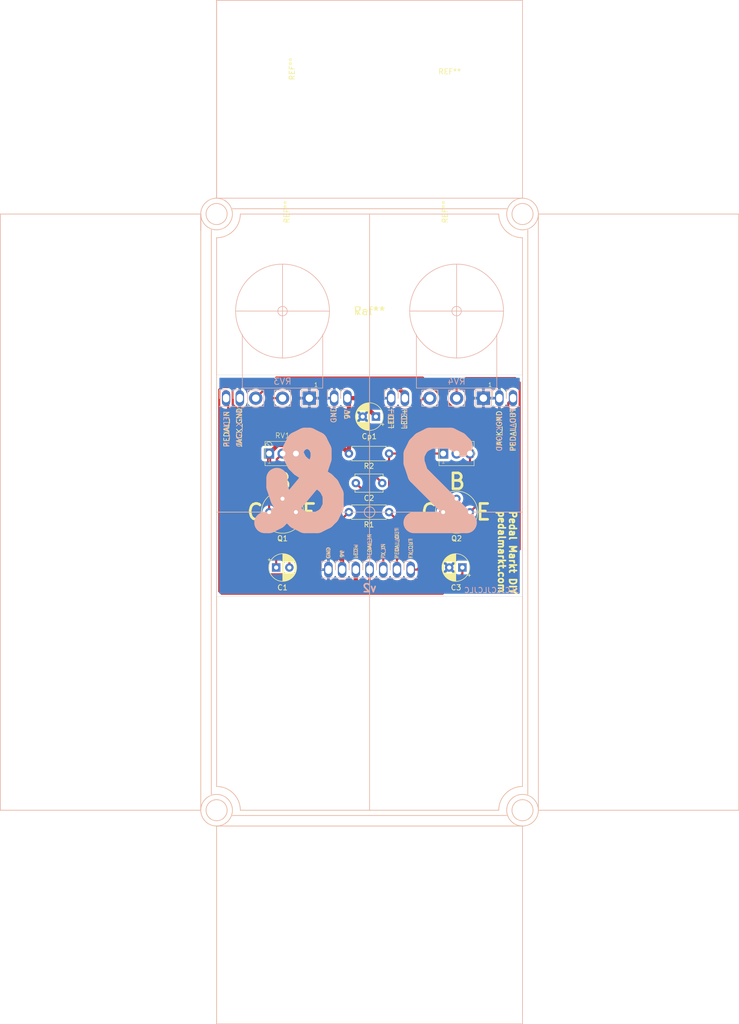
<source format=kicad_pcb>
(kicad_pcb (version 20171130) (host pcbnew "(5.1.5-0-10_14)")

  (general
    (thickness 1.6)
    (drawings 9)
    (tracks 107)
    (zones 0)
    (modules 35)
    (nets 15)
  )

  (page A4)
  (layers
    (0 F.Cu signal)
    (31 B.Cu signal)
    (32 B.Adhes user)
    (33 F.Adhes user)
    (34 B.Paste user)
    (35 F.Paste user)
    (36 B.SilkS user)
    (37 F.SilkS user)
    (38 B.Mask user)
    (39 F.Mask user)
    (40 Dwgs.User user)
    (41 Cmts.User user)
    (42 Eco1.User user)
    (43 Eco2.User user)
    (44 Edge.Cuts user)
    (45 Margin user)
    (46 B.CrtYd user)
    (47 F.CrtYd user)
    (48 B.Fab user)
    (49 F.Fab user hide)
  )

  (setup
    (last_trace_width 0.4)
    (trace_clearance 0.26)
    (zone_clearance 0.508)
    (zone_45_only no)
    (trace_min 0.2)
    (via_size 0.8)
    (via_drill 0.4)
    (via_min_size 0.4)
    (via_min_drill 0.3)
    (uvia_size 0.3)
    (uvia_drill 0.1)
    (uvias_allowed no)
    (uvia_min_size 0.2)
    (uvia_min_drill 0.1)
    (edge_width 0.05)
    (segment_width 0.2)
    (pcb_text_width 0.3)
    (pcb_text_size 1.5 1.5)
    (mod_edge_width 0.12)
    (mod_text_size 1 1)
    (mod_text_width 0.15)
    (pad_size 1.524 1.524)
    (pad_drill 0.762)
    (pad_to_mask_clearance 0.051)
    (solder_mask_min_width 0.25)
    (aux_axis_origin 0 0)
    (visible_elements FFFFFF7F)
    (pcbplotparams
      (layerselection 0x010fc_ffffffff)
      (usegerberextensions false)
      (usegerberattributes false)
      (usegerberadvancedattributes false)
      (creategerberjobfile false)
      (excludeedgelayer true)
      (linewidth 0.100000)
      (plotframeref false)
      (viasonmask false)
      (mode 1)
      (useauxorigin false)
      (hpglpennumber 1)
      (hpglpenspeed 20)
      (hpglpendiameter 15.000000)
      (psnegative false)
      (psa4output false)
      (plotreference true)
      (plotvalue true)
      (plotinvisibletext false)
      (padsonsilk false)
      (subtractmaskfromsilk false)
      (outputformat 1)
      (mirror false)
      (drillshape 0)
      (scaleselection 1)
      (outputdirectory "gerbers/"))
  )

  (net 0 "")
  (net 1 "Net-(C1-Pad1)")
  (net 2 "Net-(C2-Pad2)")
  (net 3 "Net-(C2-Pad1)")
  (net 4 GND)
  (net 5 +9V)
  (net 6 "Net-(H11-Pad1)")
  (net 7 "Net-(Q1-Pad1)")
  (net 8 "Net-(Q2-Pad1)")
  (net 9 "Net-(H13-Pad1)")
  (net 10 "Net-(C3-Pad1)")
  (net 11 "Net-(H14-Pad1)")
  (net 12 "Net-(Q2-Pad3)")
  (net 13 FX_IN)
  (net 14 FX_OUT)

  (net_class Default "This is the default net class."
    (clearance 0.26)
    (trace_width 0.4)
    (via_dia 0.8)
    (via_drill 0.4)
    (uvia_dia 0.3)
    (uvia_drill 0.1)
    (add_net FX_IN)
    (add_net FX_OUT)
    (add_net GND)
    (add_net "Net-(C1-Pad1)")
    (add_net "Net-(C2-Pad1)")
    (add_net "Net-(C2-Pad2)")
    (add_net "Net-(C3-Pad1)")
    (add_net "Net-(H13-Pad1)")
    (add_net "Net-(H14-Pad1)")
    (add_net "Net-(Q1-Pad1)")
    (add_net "Net-(Q2-Pad1)")
    (add_net "Net-(Q2-Pad3)")
  )

  (net_class PWR ""
    (clearance 0.26)
    (trace_width 0.8)
    (via_dia 1.2)
    (via_drill 0.8)
    (uvia_dia 0.3)
    (uvia_drill 0.1)
    (add_net +9V)
    (add_net "Net-(H11-Pad1)")
  )

  (module "MBv3 enclosures:125B" locked (layer F.Cu) (tedit 0) (tstamp 613FC322)
    (at 100 100)
    (fp_text reference "" (at 0 0) (layer F.Fab)
      (effects (font (size 1.524 1.524) (thickness 0.15)))
    )
    (fp_text value "" (at 0 0) (layer F.Fab)
      (effects (font (size 1.524 1.524) (thickness 0.15)))
    )
    (fp_circle (center 0 0) (end 1 0) (layer B.SilkS) (width 0.127))
    (fp_line (start 29 52) (end 29 0) (layer B.SilkS) (width 0.127))
    (fp_arc (start 29 56.5) (end 29 52) (angle -90) (layer B.SilkS) (width 0.127))
    (fp_line (start 24.5 56.5) (end 0 56.5) (layer B.SilkS) (width 0.127))
    (fp_arc (start -29 56.5) (end -24.5 56.5) (angle -90) (layer B.SilkS) (width 0.127))
    (fp_line (start 0 56.5) (end -24.5 56.5) (layer B.SilkS) (width 0.127))
    (fp_line (start -29 52) (end -29 0) (layer B.SilkS) (width 0.127))
    (fp_line (start 0 0) (end 0 56.5) (layer B.SilkS) (width 0.127))
    (fp_line (start 29 0) (end 0 0) (layer B.SilkS) (width 0.127))
    (fp_line (start 29 0) (end 29 -52) (layer B.SilkS) (width 0.127))
    (fp_arc (start 29 -56.5) (end 24.5 -56.5) (angle -90) (layer B.SilkS) (width 0.127))
    (fp_line (start 24.5 -56.5) (end 0 -56.5) (layer B.SilkS) (width 0.127))
    (fp_arc (start -29 -56.5) (end -29 -52) (angle -90) (layer B.SilkS) (width 0.127))
    (fp_line (start 0 -56.5) (end -24.5 -56.5) (layer B.SilkS) (width 0.127))
    (fp_line (start -29 0) (end -29 -52) (layer B.SilkS) (width 0.127))
    (fp_line (start 0 0) (end -29 0) (layer B.SilkS) (width 0.127))
    (fp_line (start 0 -56.5) (end 0 0) (layer B.SilkS) (width 0.127))
    (fp_line (start -29 97) (end -29 59.5) (layer B.SilkS) (width 0.127))
    (fp_line (start 29 97) (end -29 97) (layer B.SilkS) (width 0.127))
    (fp_line (start 29 59.5) (end 29 97) (layer B.SilkS) (width 0.127))
    (fp_line (start 29 59.5) (end 29 97) (layer B.SilkS) (width 0.127))
    (fp_line (start 70 56.5) (end 32 56.5) (layer B.SilkS) (width 0.127))
    (fp_line (start 70 -56.5) (end 70 56.5) (layer B.SilkS) (width 0.127))
    (fp_line (start 32 -56.5) (end 70 -56.5) (layer B.SilkS) (width 0.127))
    (fp_line (start 29 -97) (end 29 -59.5) (layer B.SilkS) (width 0.127))
    (fp_line (start -29 -97) (end 29 -97) (layer B.SilkS) (width 0.127))
    (fp_line (start -29 -59.5) (end -29 -97) (layer B.SilkS) (width 0.127))
    (fp_line (start -70 -56.5) (end -32 -56.5) (layer B.SilkS) (width 0.127))
    (fp_line (start -70 56.5) (end -70 -56.5) (layer B.SilkS) (width 0.127))
    (fp_line (start -32 56.5) (end -70 56.5) (layer B.SilkS) (width 0.127))
    (fp_line (start -29 -59.5) (end -29 -97) (layer B.SilkS) (width 0.127))
    (fp_line (start -32 -53.365) (end -32 -56.5) (layer B.SilkS) (width 0.127))
    (fp_line (start -32 -56.5) (end -32 -53.365) (layer B.SilkS) (width 0.127))
    (fp_line (start -32 56.5) (end -32 -56.5) (layer B.SilkS) (width 0.127))
    (fp_circle (center 29 -56.5) (end 32 -56.5) (layer B.SilkS) (width 0.127))
    (fp_circle (center 29 -56.5) (end 31 -56.5) (layer B.SilkS) (width 0.127))
    (fp_circle (center -29 -56.5) (end -27 -56.5) (layer B.SilkS) (width 0.127))
    (fp_circle (center -29 -56.5) (end -26 -56.5) (layer B.SilkS) (width 0.127))
    (fp_circle (center -29 56.5) (end -27 56.5) (layer B.SilkS) (width 0.127))
    (fp_circle (center -29 56.5) (end -26 56.5) (layer B.SilkS) (width 0.127))
    (fp_text user 125-B (at 2.5 59) (layer B.Fab)
      (effects (font (size 1.2065 1.2065) (thickness 0.1016)) (justify left bottom mirror))
    )
    (fp_circle (center 29 56.5) (end 31 56.5) (layer B.SilkS) (width 0.127))
    (fp_circle (center 29 56.5) (end 32 56.5) (layer B.SilkS) (width 0.127))
    (fp_line (start 29 59.5) (end -29 59.5) (layer B.SilkS) (width 0.127))
    (fp_line (start 32 -56.5) (end 32 56.5) (layer B.SilkS) (width 0.127))
    (fp_line (start -29 -59.5) (end 29 -59.5) (layer B.SilkS) (width 0.127))
    (fp_line (start 0 -57.5) (end 26 -57.5) (layer B.SilkS) (width 0.127))
    (fp_line (start -26 -57.5) (end 0 -57.5) (layer B.SilkS) (width 0.127))
    (fp_line (start -30 0) (end -30 -53.5) (layer B.SilkS) (width 0.127))
    (fp_line (start -30 53.5) (end -30 0) (layer B.SilkS) (width 0.127))
    (fp_line (start 30 0) (end 30 -53.5) (layer B.SilkS) (width 0.127))
    (fp_line (start 30 53.5) (end 30 0) (layer B.SilkS) (width 0.127))
    (fp_line (start 0 57.5) (end 26 57.5) (layer B.SilkS) (width 0.127))
    (fp_line (start -26 57.5) (end 0 57.5) (layer B.SilkS) (width 0.127))
    (fp_circle (center 0 0) (end 1 0) (layer F.SilkS) (width 0.127))
    (fp_line (start -29 52) (end -29 0) (layer F.SilkS) (width 0.127))
    (fp_arc (start -29 56.5) (end -29 52) (angle 90) (layer F.SilkS) (width 0.127))
    (fp_line (start -24.5 56.5) (end 0 56.5) (layer F.SilkS) (width 0.127))
    (fp_arc (start 29 56.5) (end 24.5 56.5) (angle 90) (layer F.SilkS) (width 0.127))
    (fp_line (start 0 56.5) (end 24.5 56.5) (layer F.SilkS) (width 0.127))
    (fp_line (start 29 52) (end 29 0) (layer F.SilkS) (width 0.127))
    (fp_line (start 0 0) (end 0 56.5) (layer F.SilkS) (width 0.127))
    (fp_line (start -29 0) (end 0 0) (layer F.SilkS) (width 0.127))
    (fp_line (start -29 0) (end -29 -52) (layer F.SilkS) (width 0.127))
    (fp_arc (start -29 -56.5) (end -24.5 -56.5) (angle 90) (layer F.SilkS) (width 0.127))
    (fp_line (start -24.5 -56.5) (end 0 -56.5) (layer F.SilkS) (width 0.127))
    (fp_arc (start 29 -56.5) (end 29 -52) (angle 90) (layer F.SilkS) (width 0.127))
    (fp_line (start 0 -56.5) (end 24.5 -56.5) (layer F.SilkS) (width 0.127))
    (fp_line (start 29 0) (end 29 -52) (layer F.SilkS) (width 0.127))
    (fp_line (start 0 0) (end 29 0) (layer F.SilkS) (width 0.127))
    (fp_line (start 0 -56.5) (end 0 0) (layer F.SilkS) (width 0.127))
    (fp_line (start 29 97) (end 29 59.5) (layer F.SilkS) (width 0.127))
    (fp_line (start -29 97) (end 29 97) (layer F.SilkS) (width 0.127))
    (fp_line (start -29 59.5) (end -29 97) (layer F.SilkS) (width 0.127))
    (fp_line (start -29 59.5) (end -29 97) (layer F.SilkS) (width 0.127))
    (fp_line (start -70 56.5) (end -32 56.5) (layer F.SilkS) (width 0.127))
    (fp_line (start -70 -56.5) (end -70 56.5) (layer F.SilkS) (width 0.127))
    (fp_line (start -32 -56.5) (end -70 -56.5) (layer F.SilkS) (width 0.127))
    (fp_line (start -29 -97) (end -29 -59.5) (layer F.SilkS) (width 0.127))
    (fp_line (start 29 -97) (end -29 -97) (layer F.SilkS) (width 0.127))
    (fp_line (start 29 -59.5) (end 29 -97) (layer F.SilkS) (width 0.127))
    (fp_line (start 70 -56.5) (end 32 -56.5) (layer F.SilkS) (width 0.127))
    (fp_line (start 70 56.5) (end 70 -56.5) (layer F.SilkS) (width 0.127))
    (fp_line (start 32 56.5) (end 70 56.5) (layer F.SilkS) (width 0.127))
    (fp_line (start 29 -59.5) (end 29 -97) (layer F.SilkS) (width 0.127))
    (fp_line (start 32 -53.365) (end 32 -56.5) (layer F.SilkS) (width 0.127))
    (fp_line (start 32 -56.5) (end 32 -53.365) (layer F.SilkS) (width 0.127))
    (fp_line (start 32 56.5) (end 32 -56.5) (layer F.SilkS) (width 0.127))
    (fp_circle (center -29 -56.5) (end -26 -56.5) (layer F.SilkS) (width 0.127))
    (fp_circle (center -29 -56.5) (end -27 -56.5) (layer F.SilkS) (width 0.127))
    (fp_circle (center 29 -56.5) (end 31 -56.5) (layer F.SilkS) (width 0.127))
    (fp_circle (center 29 -56.5) (end 32 -56.5) (layer F.SilkS) (width 0.127))
    (fp_circle (center 29 56.5) (end 31 56.5) (layer F.SilkS) (width 0.127))
    (fp_circle (center 29 56.5) (end 32 56.5) (layer F.SilkS) (width 0.127))
    (fp_text user 125-B (at -2.5 59) (layer F.Fab)
      (effects (font (size 1.2065 1.2065) (thickness 0.1016)) (justify left bottom))
    )
    (fp_circle (center -29 56.5) (end -27 56.5) (layer F.SilkS) (width 0.127))
    (fp_circle (center -29 56.5) (end -26 56.5) (layer F.SilkS) (width 0.127))
    (fp_line (start -29 59.5) (end 29 59.5) (layer F.SilkS) (width 0.127))
    (fp_line (start -32 -56.5) (end -32 56.5) (layer F.SilkS) (width 0.127))
    (fp_line (start 29 -59.5) (end -29 -59.5) (layer F.SilkS) (width 0.127))
    (fp_line (start 0 -57.5) (end -26 -57.5) (layer F.SilkS) (width 0.127))
    (fp_line (start 26 -57.5) (end 0 -57.5) (layer F.SilkS) (width 0.127))
    (fp_line (start 30 0) (end 30 -53.5) (layer F.SilkS) (width 0.127))
    (fp_line (start 30 53.5) (end 30 0) (layer F.SilkS) (width 0.127))
    (fp_line (start -30 0) (end -30 -53.5) (layer F.SilkS) (width 0.127))
    (fp_line (start -30 53.5) (end -30 0) (layer F.SilkS) (width 0.127))
    (fp_line (start 0 57.5) (end -26 57.5) (layer F.SilkS) (width 0.127))
    (fp_line (start 26 57.5) (end 0 57.5) (layer F.SilkS) (width 0.127))
  )

  (module pedal-component-footprint:Transistor_TO-5_CBE_d10.1mm_2 (layer F.Cu) (tedit 61A11166) (tstamp 613FBE47)
    (at 83.5 100)
    (path /6140A369/61418B82)
    (fp_text reference Q1 (at 0 5) (layer F.SilkS)
      (effects (font (size 1 1) (thickness 0.15)))
    )
    (fp_text value Q_NPN_CBE (at 0 -6.8) (layer F.Fab)
      (effects (font (size 1 1) (thickness 0.15)))
    )
    (fp_text user B (at 0.1 -5.8) (layer F.SilkS)
      (effects (font (size 3 3) (thickness 0.5)))
    )
    (fp_text user E (at 5.1 0) (layer F.SilkS)
      (effects (font (size 3 3) (thickness 0.5)))
    )
    (fp_text user C (at -5.2 0) (layer F.SilkS)
      (effects (font (size 3 3) (thickness 0.5)))
    )
    (fp_circle (center 0 0) (end 0 4) (layer F.SilkS) (width 0.12))
    (pad 3 thru_hole circle (at 2.54 0) (size 1.524 1.524) (drill 0.762) (layers *.Cu *.Mask)
      (net 4 GND))
    (pad 2 thru_hole circle (at 0 -2.54) (size 1.524 1.524) (drill 0.762) (layers *.Cu *.Mask)
      (net 1 "Net-(C1-Pad1)"))
    (pad 1 thru_hole circle (at -2.54 0) (size 1.524 1.524) (drill 0.762) (layers *.Cu *.Mask)
      (net 7 "Net-(Q1-Pad1)"))
  )

  (module pedal-component-footprint:Transistor_TO-5_CBE_d10.1mm_2 (layer F.Cu) (tedit 61A11166) (tstamp 613FBE53)
    (at 116.5 100)
    (path /6140A369/61418B88)
    (fp_text reference Q2 (at 0 5) (layer F.SilkS)
      (effects (font (size 1 1) (thickness 0.15)))
    )
    (fp_text value Q_NPN_CBE (at 0 -6.8) (layer F.Fab)
      (effects (font (size 1 1) (thickness 0.15)))
    )
    (fp_text user B (at 0.1 -5.8) (layer F.SilkS)
      (effects (font (size 3 3) (thickness 0.5)))
    )
    (fp_text user E (at 5.1 0) (layer F.SilkS)
      (effects (font (size 3 3) (thickness 0.5)))
    )
    (fp_text user C (at -5.2 0) (layer F.SilkS)
      (effects (font (size 3 3) (thickness 0.5)))
    )
    (fp_circle (center 0 0) (end 0 4) (layer F.SilkS) (width 0.12))
    (pad 3 thru_hole circle (at 2.54 0) (size 1.524 1.524) (drill 0.762) (layers *.Cu *.Mask)
      (net 12 "Net-(Q2-Pad3)"))
    (pad 2 thru_hole circle (at 0 -2.54) (size 1.524 1.524) (drill 0.762) (layers *.Cu *.Mask)
      (net 7 "Net-(Q1-Pad1)"))
    (pad 1 thru_hole circle (at -2.54 0) (size 1.524 1.524) (drill 0.762) (layers *.Cu *.Mask)
      (net 8 "Net-(Q2-Pad1)"))
  )

  (module Capacitor_THT:CP_Radial_D5.0mm_P2.50mm (layer F.Cu) (tedit 5AE50EF0) (tstamp 613FEB42)
    (at 117.6 110.5 180)
    (descr "CP, Radial series, Radial, pin pitch=2.50mm, , diameter=5mm, Electrolytic Capacitor")
    (tags "CP Radial series Radial pin pitch 2.50mm  diameter 5mm Electrolytic Capacitor")
    (path /6140A369/61418BAE)
    (fp_text reference C3 (at 1.2 -3.8) (layer F.SilkS)
      (effects (font (size 1 1) (thickness 0.15)))
    )
    (fp_text value 22u (at 1.25 3.75) (layer F.Fab)
      (effects (font (size 1 1) (thickness 0.15)))
    )
    (fp_text user %R (at 1.25 0) (layer F.Fab)
      (effects (font (size 1 1) (thickness 0.15)))
    )
    (fp_line (start -1.304775 -1.725) (end -1.304775 -1.225) (layer F.SilkS) (width 0.12))
    (fp_line (start -1.554775 -1.475) (end -1.054775 -1.475) (layer F.SilkS) (width 0.12))
    (fp_line (start 3.851 -0.284) (end 3.851 0.284) (layer F.SilkS) (width 0.12))
    (fp_line (start 3.811 -0.518) (end 3.811 0.518) (layer F.SilkS) (width 0.12))
    (fp_line (start 3.771 -0.677) (end 3.771 0.677) (layer F.SilkS) (width 0.12))
    (fp_line (start 3.731 -0.805) (end 3.731 0.805) (layer F.SilkS) (width 0.12))
    (fp_line (start 3.691 -0.915) (end 3.691 0.915) (layer F.SilkS) (width 0.12))
    (fp_line (start 3.651 -1.011) (end 3.651 1.011) (layer F.SilkS) (width 0.12))
    (fp_line (start 3.611 -1.098) (end 3.611 1.098) (layer F.SilkS) (width 0.12))
    (fp_line (start 3.571 -1.178) (end 3.571 1.178) (layer F.SilkS) (width 0.12))
    (fp_line (start 3.531 1.04) (end 3.531 1.251) (layer F.SilkS) (width 0.12))
    (fp_line (start 3.531 -1.251) (end 3.531 -1.04) (layer F.SilkS) (width 0.12))
    (fp_line (start 3.491 1.04) (end 3.491 1.319) (layer F.SilkS) (width 0.12))
    (fp_line (start 3.491 -1.319) (end 3.491 -1.04) (layer F.SilkS) (width 0.12))
    (fp_line (start 3.451 1.04) (end 3.451 1.383) (layer F.SilkS) (width 0.12))
    (fp_line (start 3.451 -1.383) (end 3.451 -1.04) (layer F.SilkS) (width 0.12))
    (fp_line (start 3.411 1.04) (end 3.411 1.443) (layer F.SilkS) (width 0.12))
    (fp_line (start 3.411 -1.443) (end 3.411 -1.04) (layer F.SilkS) (width 0.12))
    (fp_line (start 3.371 1.04) (end 3.371 1.5) (layer F.SilkS) (width 0.12))
    (fp_line (start 3.371 -1.5) (end 3.371 -1.04) (layer F.SilkS) (width 0.12))
    (fp_line (start 3.331 1.04) (end 3.331 1.554) (layer F.SilkS) (width 0.12))
    (fp_line (start 3.331 -1.554) (end 3.331 -1.04) (layer F.SilkS) (width 0.12))
    (fp_line (start 3.291 1.04) (end 3.291 1.605) (layer F.SilkS) (width 0.12))
    (fp_line (start 3.291 -1.605) (end 3.291 -1.04) (layer F.SilkS) (width 0.12))
    (fp_line (start 3.251 1.04) (end 3.251 1.653) (layer F.SilkS) (width 0.12))
    (fp_line (start 3.251 -1.653) (end 3.251 -1.04) (layer F.SilkS) (width 0.12))
    (fp_line (start 3.211 1.04) (end 3.211 1.699) (layer F.SilkS) (width 0.12))
    (fp_line (start 3.211 -1.699) (end 3.211 -1.04) (layer F.SilkS) (width 0.12))
    (fp_line (start 3.171 1.04) (end 3.171 1.743) (layer F.SilkS) (width 0.12))
    (fp_line (start 3.171 -1.743) (end 3.171 -1.04) (layer F.SilkS) (width 0.12))
    (fp_line (start 3.131 1.04) (end 3.131 1.785) (layer F.SilkS) (width 0.12))
    (fp_line (start 3.131 -1.785) (end 3.131 -1.04) (layer F.SilkS) (width 0.12))
    (fp_line (start 3.091 1.04) (end 3.091 1.826) (layer F.SilkS) (width 0.12))
    (fp_line (start 3.091 -1.826) (end 3.091 -1.04) (layer F.SilkS) (width 0.12))
    (fp_line (start 3.051 1.04) (end 3.051 1.864) (layer F.SilkS) (width 0.12))
    (fp_line (start 3.051 -1.864) (end 3.051 -1.04) (layer F.SilkS) (width 0.12))
    (fp_line (start 3.011 1.04) (end 3.011 1.901) (layer F.SilkS) (width 0.12))
    (fp_line (start 3.011 -1.901) (end 3.011 -1.04) (layer F.SilkS) (width 0.12))
    (fp_line (start 2.971 1.04) (end 2.971 1.937) (layer F.SilkS) (width 0.12))
    (fp_line (start 2.971 -1.937) (end 2.971 -1.04) (layer F.SilkS) (width 0.12))
    (fp_line (start 2.931 1.04) (end 2.931 1.971) (layer F.SilkS) (width 0.12))
    (fp_line (start 2.931 -1.971) (end 2.931 -1.04) (layer F.SilkS) (width 0.12))
    (fp_line (start 2.891 1.04) (end 2.891 2.004) (layer F.SilkS) (width 0.12))
    (fp_line (start 2.891 -2.004) (end 2.891 -1.04) (layer F.SilkS) (width 0.12))
    (fp_line (start 2.851 1.04) (end 2.851 2.035) (layer F.SilkS) (width 0.12))
    (fp_line (start 2.851 -2.035) (end 2.851 -1.04) (layer F.SilkS) (width 0.12))
    (fp_line (start 2.811 1.04) (end 2.811 2.065) (layer F.SilkS) (width 0.12))
    (fp_line (start 2.811 -2.065) (end 2.811 -1.04) (layer F.SilkS) (width 0.12))
    (fp_line (start 2.771 1.04) (end 2.771 2.095) (layer F.SilkS) (width 0.12))
    (fp_line (start 2.771 -2.095) (end 2.771 -1.04) (layer F.SilkS) (width 0.12))
    (fp_line (start 2.731 1.04) (end 2.731 2.122) (layer F.SilkS) (width 0.12))
    (fp_line (start 2.731 -2.122) (end 2.731 -1.04) (layer F.SilkS) (width 0.12))
    (fp_line (start 2.691 1.04) (end 2.691 2.149) (layer F.SilkS) (width 0.12))
    (fp_line (start 2.691 -2.149) (end 2.691 -1.04) (layer F.SilkS) (width 0.12))
    (fp_line (start 2.651 1.04) (end 2.651 2.175) (layer F.SilkS) (width 0.12))
    (fp_line (start 2.651 -2.175) (end 2.651 -1.04) (layer F.SilkS) (width 0.12))
    (fp_line (start 2.611 1.04) (end 2.611 2.2) (layer F.SilkS) (width 0.12))
    (fp_line (start 2.611 -2.2) (end 2.611 -1.04) (layer F.SilkS) (width 0.12))
    (fp_line (start 2.571 1.04) (end 2.571 2.224) (layer F.SilkS) (width 0.12))
    (fp_line (start 2.571 -2.224) (end 2.571 -1.04) (layer F.SilkS) (width 0.12))
    (fp_line (start 2.531 1.04) (end 2.531 2.247) (layer F.SilkS) (width 0.12))
    (fp_line (start 2.531 -2.247) (end 2.531 -1.04) (layer F.SilkS) (width 0.12))
    (fp_line (start 2.491 1.04) (end 2.491 2.268) (layer F.SilkS) (width 0.12))
    (fp_line (start 2.491 -2.268) (end 2.491 -1.04) (layer F.SilkS) (width 0.12))
    (fp_line (start 2.451 1.04) (end 2.451 2.29) (layer F.SilkS) (width 0.12))
    (fp_line (start 2.451 -2.29) (end 2.451 -1.04) (layer F.SilkS) (width 0.12))
    (fp_line (start 2.411 1.04) (end 2.411 2.31) (layer F.SilkS) (width 0.12))
    (fp_line (start 2.411 -2.31) (end 2.411 -1.04) (layer F.SilkS) (width 0.12))
    (fp_line (start 2.371 1.04) (end 2.371 2.329) (layer F.SilkS) (width 0.12))
    (fp_line (start 2.371 -2.329) (end 2.371 -1.04) (layer F.SilkS) (width 0.12))
    (fp_line (start 2.331 1.04) (end 2.331 2.348) (layer F.SilkS) (width 0.12))
    (fp_line (start 2.331 -2.348) (end 2.331 -1.04) (layer F.SilkS) (width 0.12))
    (fp_line (start 2.291 1.04) (end 2.291 2.365) (layer F.SilkS) (width 0.12))
    (fp_line (start 2.291 -2.365) (end 2.291 -1.04) (layer F.SilkS) (width 0.12))
    (fp_line (start 2.251 1.04) (end 2.251 2.382) (layer F.SilkS) (width 0.12))
    (fp_line (start 2.251 -2.382) (end 2.251 -1.04) (layer F.SilkS) (width 0.12))
    (fp_line (start 2.211 1.04) (end 2.211 2.398) (layer F.SilkS) (width 0.12))
    (fp_line (start 2.211 -2.398) (end 2.211 -1.04) (layer F.SilkS) (width 0.12))
    (fp_line (start 2.171 1.04) (end 2.171 2.414) (layer F.SilkS) (width 0.12))
    (fp_line (start 2.171 -2.414) (end 2.171 -1.04) (layer F.SilkS) (width 0.12))
    (fp_line (start 2.131 1.04) (end 2.131 2.428) (layer F.SilkS) (width 0.12))
    (fp_line (start 2.131 -2.428) (end 2.131 -1.04) (layer F.SilkS) (width 0.12))
    (fp_line (start 2.091 1.04) (end 2.091 2.442) (layer F.SilkS) (width 0.12))
    (fp_line (start 2.091 -2.442) (end 2.091 -1.04) (layer F.SilkS) (width 0.12))
    (fp_line (start 2.051 1.04) (end 2.051 2.455) (layer F.SilkS) (width 0.12))
    (fp_line (start 2.051 -2.455) (end 2.051 -1.04) (layer F.SilkS) (width 0.12))
    (fp_line (start 2.011 1.04) (end 2.011 2.468) (layer F.SilkS) (width 0.12))
    (fp_line (start 2.011 -2.468) (end 2.011 -1.04) (layer F.SilkS) (width 0.12))
    (fp_line (start 1.971 1.04) (end 1.971 2.48) (layer F.SilkS) (width 0.12))
    (fp_line (start 1.971 -2.48) (end 1.971 -1.04) (layer F.SilkS) (width 0.12))
    (fp_line (start 1.93 1.04) (end 1.93 2.491) (layer F.SilkS) (width 0.12))
    (fp_line (start 1.93 -2.491) (end 1.93 -1.04) (layer F.SilkS) (width 0.12))
    (fp_line (start 1.89 1.04) (end 1.89 2.501) (layer F.SilkS) (width 0.12))
    (fp_line (start 1.89 -2.501) (end 1.89 -1.04) (layer F.SilkS) (width 0.12))
    (fp_line (start 1.85 1.04) (end 1.85 2.511) (layer F.SilkS) (width 0.12))
    (fp_line (start 1.85 -2.511) (end 1.85 -1.04) (layer F.SilkS) (width 0.12))
    (fp_line (start 1.81 1.04) (end 1.81 2.52) (layer F.SilkS) (width 0.12))
    (fp_line (start 1.81 -2.52) (end 1.81 -1.04) (layer F.SilkS) (width 0.12))
    (fp_line (start 1.77 1.04) (end 1.77 2.528) (layer F.SilkS) (width 0.12))
    (fp_line (start 1.77 -2.528) (end 1.77 -1.04) (layer F.SilkS) (width 0.12))
    (fp_line (start 1.73 1.04) (end 1.73 2.536) (layer F.SilkS) (width 0.12))
    (fp_line (start 1.73 -2.536) (end 1.73 -1.04) (layer F.SilkS) (width 0.12))
    (fp_line (start 1.69 1.04) (end 1.69 2.543) (layer F.SilkS) (width 0.12))
    (fp_line (start 1.69 -2.543) (end 1.69 -1.04) (layer F.SilkS) (width 0.12))
    (fp_line (start 1.65 1.04) (end 1.65 2.55) (layer F.SilkS) (width 0.12))
    (fp_line (start 1.65 -2.55) (end 1.65 -1.04) (layer F.SilkS) (width 0.12))
    (fp_line (start 1.61 1.04) (end 1.61 2.556) (layer F.SilkS) (width 0.12))
    (fp_line (start 1.61 -2.556) (end 1.61 -1.04) (layer F.SilkS) (width 0.12))
    (fp_line (start 1.57 1.04) (end 1.57 2.561) (layer F.SilkS) (width 0.12))
    (fp_line (start 1.57 -2.561) (end 1.57 -1.04) (layer F.SilkS) (width 0.12))
    (fp_line (start 1.53 1.04) (end 1.53 2.565) (layer F.SilkS) (width 0.12))
    (fp_line (start 1.53 -2.565) (end 1.53 -1.04) (layer F.SilkS) (width 0.12))
    (fp_line (start 1.49 1.04) (end 1.49 2.569) (layer F.SilkS) (width 0.12))
    (fp_line (start 1.49 -2.569) (end 1.49 -1.04) (layer F.SilkS) (width 0.12))
    (fp_line (start 1.45 -2.573) (end 1.45 2.573) (layer F.SilkS) (width 0.12))
    (fp_line (start 1.41 -2.576) (end 1.41 2.576) (layer F.SilkS) (width 0.12))
    (fp_line (start 1.37 -2.578) (end 1.37 2.578) (layer F.SilkS) (width 0.12))
    (fp_line (start 1.33 -2.579) (end 1.33 2.579) (layer F.SilkS) (width 0.12))
    (fp_line (start 1.29 -2.58) (end 1.29 2.58) (layer F.SilkS) (width 0.12))
    (fp_line (start 1.25 -2.58) (end 1.25 2.58) (layer F.SilkS) (width 0.12))
    (fp_line (start -0.633605 -1.3375) (end -0.633605 -0.8375) (layer F.Fab) (width 0.1))
    (fp_line (start -0.883605 -1.0875) (end -0.383605 -1.0875) (layer F.Fab) (width 0.1))
    (fp_circle (center 1.25 0) (end 4 0) (layer F.CrtYd) (width 0.05))
    (fp_circle (center 1.25 0) (end 3.87 0) (layer F.SilkS) (width 0.12))
    (fp_circle (center 1.25 0) (end 3.75 0) (layer F.Fab) (width 0.1))
    (pad 2 thru_hole circle (at 2.5 0 180) (size 1.6 1.6) (drill 0.8) (layers *.Cu *.Mask)
      (net 4 GND))
    (pad 1 thru_hole rect (at 0 0 180) (size 1.6 1.6) (drill 0.8) (layers *.Cu *.Mask)
      (net 10 "Net-(C3-Pad1)"))
    (model ${KISYS3DMOD}/Capacitor_THT.3dshapes/CP_Radial_D5.0mm_P2.50mm.wrl
      (at (xyz 0 0 0))
      (scale (xyz 1 1 1))
      (rotate (xyz 0 0 0))
    )
  )

  (module "MBv3 potentiometers:Trim_Multi_turns" (layer F.Cu) (tedit 5B4A1007) (tstamp 613FBE9D)
    (at 116.5 88.9 180)
    (tags "trim multi turn")
    (path /6140A369/61418BBD)
    (fp_text reference RV2 (at 0 3.3) (layer F.SilkS)
      (effects (font (size 1 1) (thickness 0.1)))
    )
    (fp_text value 100K (at 0 0) (layer F.SilkS) hide
      (effects (font (size 1 1) (thickness 0.15)))
    )
    (fp_text user 1 (at 2.5 -1.5) (layer F.SilkS)
      (effects (font (size 0.77216 0.77216) (thickness 0.065024)))
    )
    (fp_line (start -3.32 -2.3) (end -3.32 2.3) (layer F.SilkS) (width 0.1))
    (fp_line (start 3.32 2.3) (end -3.32 2.3) (layer F.SilkS) (width 0.1))
    (fp_line (start 3.32 -2.3) (end 3.32 2.3) (layer F.SilkS) (width 0.1))
    (fp_line (start -3.32 -2.3) (end 3.32 -2.3) (layer F.SilkS) (width 0.1))
    (fp_circle (center 2.6 1.6) (end 2.6 2.2) (layer F.SilkS) (width 0.1))
    (fp_line (start 2.3 1.3) (end 2.9 1.9) (layer F.SilkS) (width 0.1))
    (pad 3 thru_hole oval (at -2.54 0 180) (size 1.9304 1.9304) (drill 1.1) (layers *.Cu *.Mask)
      (net 8 "Net-(Q2-Pad1)"))
    (pad 2 thru_hole oval (at 0 0 180) (size 1.9304 1.9304) (drill 1.1) (layers *.Cu *.Mask)
      (net 8 "Net-(Q2-Pad1)"))
    (pad 1 thru_hole rect (at 2.54 0 180) (size 1.9304 1.9304) (drill 1.1) (layers *.Cu *.Mask)
      (net 2 "Net-(C2-Pad2)"))
  )

  (module "MBv3 potentiometers:Trim_Multi_turns" (layer F.Cu) (tedit 5B4A1007) (tstamp 61A166D6)
    (at 83.5 88.9 180)
    (tags "trim multi turn")
    (path /6140A369/61418B8E)
    (fp_text reference RV1 (at 0 3.4) (layer F.SilkS)
      (effects (font (size 1 1) (thickness 0.1)))
    )
    (fp_text value 100K (at 0 0) (layer F.SilkS) hide
      (effects (font (size 1 1) (thickness 0.15)))
    )
    (fp_text user 1 (at 2.5 -1.5) (layer F.SilkS)
      (effects (font (size 0.77216 0.77216) (thickness 0.065024)))
    )
    (fp_line (start -3.32 -2.3) (end -3.32 2.3) (layer F.SilkS) (width 0.1))
    (fp_line (start 3.32 2.3) (end -3.32 2.3) (layer F.SilkS) (width 0.1))
    (fp_line (start 3.32 -2.3) (end 3.32 2.3) (layer F.SilkS) (width 0.1))
    (fp_line (start -3.32 -2.3) (end 3.32 -2.3) (layer F.SilkS) (width 0.1))
    (fp_circle (center 2.6 1.6) (end 2.6 2.2) (layer F.SilkS) (width 0.1))
    (fp_line (start 2.3 1.3) (end 2.9 1.9) (layer F.SilkS) (width 0.1))
    (pad 3 thru_hole oval (at -2.54 0 180) (size 1.9304 1.9304) (drill 1.1) (layers *.Cu *.Mask)
      (net 7 "Net-(Q1-Pad1)"))
    (pad 2 thru_hole oval (at 0 0 180) (size 1.9304 1.9304) (drill 1.1) (layers *.Cu *.Mask)
      (net 7 "Net-(Q1-Pad1)"))
    (pad 1 thru_hole rect (at 2.54 0 180) (size 1.9304 1.9304) (drill 1.1) (layers *.Cu *.Mask)
      (net 5 +9V))
  )

  (module Resistor_THT:R_Axial_DIN0207_L6.3mm_D2.5mm_P7.62mm_Horizontal (layer F.Cu) (tedit 5AE5139B) (tstamp 613FBE81)
    (at 103.7 88.9 180)
    (descr "Resistor, Axial_DIN0207 series, Axial, Horizontal, pin pitch=7.62mm, 0.25W = 1/4W, length*diameter=6.3*2.5mm^2, http://cdn-reichelt.de/documents/datenblatt/B400/1_4W%23YAG.pdf")
    (tags "Resistor Axial_DIN0207 series Axial Horizontal pin pitch 7.62mm 0.25W = 1/4W length 6.3mm diameter 2.5mm")
    (path /6140A369/61418BCD)
    (fp_text reference R2 (at 3.81 -2.37) (layer F.SilkS)
      (effects (font (size 1 1) (thickness 0.15)))
    )
    (fp_text value 470 (at 3.81 2.37) (layer F.Fab)
      (effects (font (size 1 1) (thickness 0.15)))
    )
    (fp_text user %R (at 3.81 0) (layer F.Fab)
      (effects (font (size 1 1) (thickness 0.15)))
    )
    (fp_line (start 8.67 -1.5) (end -1.05 -1.5) (layer F.CrtYd) (width 0.05))
    (fp_line (start 8.67 1.5) (end 8.67 -1.5) (layer F.CrtYd) (width 0.05))
    (fp_line (start -1.05 1.5) (end 8.67 1.5) (layer F.CrtYd) (width 0.05))
    (fp_line (start -1.05 -1.5) (end -1.05 1.5) (layer F.CrtYd) (width 0.05))
    (fp_line (start 7.08 1.37) (end 7.08 1.04) (layer F.SilkS) (width 0.12))
    (fp_line (start 0.54 1.37) (end 7.08 1.37) (layer F.SilkS) (width 0.12))
    (fp_line (start 0.54 1.04) (end 0.54 1.37) (layer F.SilkS) (width 0.12))
    (fp_line (start 7.08 -1.37) (end 7.08 -1.04) (layer F.SilkS) (width 0.12))
    (fp_line (start 0.54 -1.37) (end 7.08 -1.37) (layer F.SilkS) (width 0.12))
    (fp_line (start 0.54 -1.04) (end 0.54 -1.37) (layer F.SilkS) (width 0.12))
    (fp_line (start 7.62 0) (end 6.96 0) (layer F.Fab) (width 0.1))
    (fp_line (start 0 0) (end 0.66 0) (layer F.Fab) (width 0.1))
    (fp_line (start 6.96 -1.25) (end 0.66 -1.25) (layer F.Fab) (width 0.1))
    (fp_line (start 6.96 1.25) (end 6.96 -1.25) (layer F.Fab) (width 0.1))
    (fp_line (start 0.66 1.25) (end 6.96 1.25) (layer F.Fab) (width 0.1))
    (fp_line (start 0.66 -1.25) (end 0.66 1.25) (layer F.Fab) (width 0.1))
    (pad 2 thru_hole oval (at 7.62 0 180) (size 1.6 1.6) (drill 0.8) (layers *.Cu *.Mask)
      (net 5 +9V))
    (pad 1 thru_hole circle (at 0 0 180) (size 1.6 1.6) (drill 0.8) (layers *.Cu *.Mask)
      (net 2 "Net-(C2-Pad2)"))
    (model ${KISYS3DMOD}/Resistor_THT.3dshapes/R_Axial_DIN0207_L6.3mm_D2.5mm_P7.62mm_Horizontal.wrl
      (at (xyz 0 0 0))
      (scale (xyz 1 1 1))
      (rotate (xyz 0 0 0))
    )
  )

  (module Resistor_THT:R_Axial_DIN0207_L6.3mm_D2.5mm_P7.62mm_Horizontal (layer F.Cu) (tedit 5AE5139B) (tstamp 613FBE6A)
    (at 103.7 100 180)
    (descr "Resistor, Axial_DIN0207 series, Axial, Horizontal, pin pitch=7.62mm, 0.25W = 1/4W, length*diameter=6.3*2.5mm^2, http://cdn-reichelt.de/documents/datenblatt/B400/1_4W%23YAG.pdf")
    (tags "Resistor Axial_DIN0207 series Axial Horizontal pin pitch 7.62mm 0.25W = 1/4W length 6.3mm diameter 2.5mm")
    (path /6140A369/61418B97)
    (fp_text reference R1 (at 3.81 -2.37) (layer F.SilkS)
      (effects (font (size 1 1) (thickness 0.15)))
    )
    (fp_text value 100K (at 3.81 2.37) (layer F.Fab)
      (effects (font (size 1 1) (thickness 0.15)))
    )
    (fp_text user %R (at 3.81 0) (layer F.Fab)
      (effects (font (size 1 1) (thickness 0.15)))
    )
    (fp_line (start 8.67 -1.5) (end -1.05 -1.5) (layer F.CrtYd) (width 0.05))
    (fp_line (start 8.67 1.5) (end 8.67 -1.5) (layer F.CrtYd) (width 0.05))
    (fp_line (start -1.05 1.5) (end 8.67 1.5) (layer F.CrtYd) (width 0.05))
    (fp_line (start -1.05 -1.5) (end -1.05 1.5) (layer F.CrtYd) (width 0.05))
    (fp_line (start 7.08 1.37) (end 7.08 1.04) (layer F.SilkS) (width 0.12))
    (fp_line (start 0.54 1.37) (end 7.08 1.37) (layer F.SilkS) (width 0.12))
    (fp_line (start 0.54 1.04) (end 0.54 1.37) (layer F.SilkS) (width 0.12))
    (fp_line (start 7.08 -1.37) (end 7.08 -1.04) (layer F.SilkS) (width 0.12))
    (fp_line (start 0.54 -1.37) (end 7.08 -1.37) (layer F.SilkS) (width 0.12))
    (fp_line (start 0.54 -1.04) (end 0.54 -1.37) (layer F.SilkS) (width 0.12))
    (fp_line (start 7.62 0) (end 6.96 0) (layer F.Fab) (width 0.1))
    (fp_line (start 0 0) (end 0.66 0) (layer F.Fab) (width 0.1))
    (fp_line (start 6.96 -1.25) (end 0.66 -1.25) (layer F.Fab) (width 0.1))
    (fp_line (start 6.96 1.25) (end 6.96 -1.25) (layer F.Fab) (width 0.1))
    (fp_line (start 0.66 1.25) (end 6.96 1.25) (layer F.Fab) (width 0.1))
    (fp_line (start 0.66 -1.25) (end 0.66 1.25) (layer F.Fab) (width 0.1))
    (pad 2 thru_hole oval (at 7.62 0 180) (size 1.6 1.6) (drill 0.8) (layers *.Cu *.Mask)
      (net 1 "Net-(C1-Pad1)"))
    (pad 1 thru_hole circle (at 0 0 180) (size 1.6 1.6) (drill 0.8) (layers *.Cu *.Mask)
      (net 12 "Net-(Q2-Pad3)"))
    (model ${KISYS3DMOD}/Resistor_THT.3dshapes/R_Axial_DIN0207_L6.3mm_D2.5mm_P7.62mm_Horizontal.wrl
      (at (xyz 0 0 0))
      (scale (xyz 1 1 1))
      (rotate (xyz 0 0 0))
    )
  )

  (module pedal-component-footprint:PinHeader_1x01_P2.54mm_Long_Front_Back (layer F.Cu) (tedit 613F0FD5) (tstamp 613FBE3B)
    (at 106.7 78.4)
    (descr "Through hole straight pin header, 1x01, 2.54mm pitch, single row")
    (tags "Through hole pin header THT 1x01 2.54mm single row")
    (path /6140A369/6142F6D9)
    (fp_text reference H15 (at 0 -2.6) (layer F.Fab)
      (effects (font (size 1 1) (thickness 0.15)) (justify mirror))
    )
    (fp_text value LED+ (at -0.1 6 90) (layer F.SilkS)
      (effects (font (size 1 1) (thickness 0.15)) (justify left))
    )
    (fp_line (start -1.27 1.57) (end -1.27 0.01) (layer F.Fab) (width 0.12))
    (fp_line (start 1.27 1.57) (end -1.27 1.57) (layer F.Fab) (width 0.12))
    (fp_line (start 1.27 -1.59) (end 1.27 1.57) (layer F.Fab) (width 0.12))
    (fp_line (start -1.27 -1.59) (end 1.27 -1.59) (layer F.Fab) (width 0.12))
    (fp_line (start -1.27 0.01) (end -1.27 -1.59) (layer F.Fab) (width 0.12))
    (fp_text user %V (at -0.1 6 90) (layer B.SilkS)
      (effects (font (size 1 1) (thickness 0.15)) (justify right mirror))
    )
    (fp_line (start -1.28 1.58) (end 1.26 1.58) (layer B.SilkS) (width 0.12))
    (fp_line (start -1.2665 -1.59) (end 0.0635 -1.59) (layer B.SilkS) (width 0.12))
    (fp_line (start -1.27 0.0635) (end -1.2665 -1.59) (layer B.SilkS) (width 0.12))
    (fp_text user %R (at 0 0 90) (layer F.Fab)
      (effects (font (size 1 1) (thickness 0.15)))
    )
    (fp_line (start -1.27 -1.59) (end 0.06 -1.59) (layer F.SilkS) (width 0.12))
    (fp_line (start -1.2665 0.0635) (end -1.27 -1.59) (layer F.SilkS) (width 0.12))
    (fp_line (start -1.28 1.5765) (end 1.26 1.58) (layer F.SilkS) (width 0.12))
    (fp_line (start 1.26 1.58) (end -1.28 1.58) (layer F.Fab) (width 0.1))
    (pad 1 thru_hole oval (at 0 0) (size 1.6 3) (drill oval 1.2 1.6) (layers *.Cu *.Mask)
      (net 6 "Net-(H11-Pad1)"))
    (model ${KISYS3DMOD}/Connector_PinHeader_2.54mm.3dshapes/PinHeader_1x01_P2.54mm_Vertical.wrl
      (at (xyz 0 0 0))
      (scale (xyz 1 1 1))
      (rotate (xyz 0 0 0))
    )
  )

  (module pedal-component-footprint:PinHeader_1x01_P2.54mm_Long_Front_Back (layer F.Cu) (tedit 613F0FD5) (tstamp 613FBE28)
    (at 127.2 78.4)
    (descr "Through hole straight pin header, 1x01, 2.54mm pitch, single row")
    (tags "Through hole pin header THT 1x01 2.54mm single row")
    (path /6140A369/6141D1A8)
    (fp_text reference H14 (at 0 -2.6) (layer F.Fab)
      (effects (font (size 1 1) (thickness 0.15)) (justify mirror))
    )
    (fp_text value PEDAL_OUT (at 0 10.2 90) (layer F.SilkS)
      (effects (font (size 1 1) (thickness 0.15)) (justify left))
    )
    (fp_line (start -1.27 1.57) (end -1.27 0.01) (layer F.Fab) (width 0.12))
    (fp_line (start 1.27 1.57) (end -1.27 1.57) (layer F.Fab) (width 0.12))
    (fp_line (start 1.27 -1.59) (end 1.27 1.57) (layer F.Fab) (width 0.12))
    (fp_line (start -1.27 -1.59) (end 1.27 -1.59) (layer F.Fab) (width 0.12))
    (fp_line (start -1.27 0.01) (end -1.27 -1.59) (layer F.Fab) (width 0.12))
    (fp_text user %V (at 0 10.1 90) (layer B.SilkS)
      (effects (font (size 1 1) (thickness 0.15)) (justify right mirror))
    )
    (fp_line (start -1.28 1.58) (end 1.26 1.58) (layer B.SilkS) (width 0.12))
    (fp_line (start -1.2665 -1.59) (end 0.0635 -1.59) (layer B.SilkS) (width 0.12))
    (fp_line (start -1.27 0.0635) (end -1.2665 -1.59) (layer B.SilkS) (width 0.12))
    (fp_text user %R (at 0 0 90) (layer F.Fab)
      (effects (font (size 1 1) (thickness 0.15)))
    )
    (fp_line (start -1.27 -1.59) (end 0.06 -1.59) (layer F.SilkS) (width 0.12))
    (fp_line (start -1.2665 0.0635) (end -1.27 -1.59) (layer F.SilkS) (width 0.12))
    (fp_line (start -1.28 1.5765) (end 1.26 1.58) (layer F.SilkS) (width 0.12))
    (fp_line (start 1.26 1.58) (end -1.28 1.58) (layer F.Fab) (width 0.1))
    (pad 1 thru_hole oval (at 0 0) (size 1.6 3) (drill oval 1.2 1.6) (layers *.Cu *.Mask)
      (net 11 "Net-(H14-Pad1)"))
    (model ${KISYS3DMOD}/Connector_PinHeader_2.54mm.3dshapes/PinHeader_1x01_P2.54mm_Vertical.wrl
      (at (xyz 0 0 0))
      (scale (xyz 1 1 1))
      (rotate (xyz 0 0 0))
    )
  )

  (module pedal-component-footprint:PinHeader_1x01_P2.54mm_Long_Front_Back (layer F.Cu) (tedit 613F0FD5) (tstamp 613FC28F)
    (at 100 110.9)
    (descr "Through hole straight pin header, 1x01, 2.54mm pitch, single row")
    (tags "Through hole pin header THT 1x01 2.54mm single row")
    (path /6140A369/6140A915)
    (fp_text reference H13 (at 0 -2.6) (layer F.Fab)
      (effects (font (size 1 1) (thickness 0.15)) (justify mirror))
    )
    (fp_text value PEDAL_IN (at 0 -1.9 90) (layer F.SilkS)
      (effects (font (size 0.7 0.7) (thickness 0.11)) (justify left))
    )
    (fp_line (start -1.27 1.57) (end -1.27 0.01) (layer F.Fab) (width 0.12))
    (fp_line (start 1.27 1.57) (end -1.27 1.57) (layer F.Fab) (width 0.12))
    (fp_line (start 1.27 -1.59) (end 1.27 1.57) (layer F.Fab) (width 0.12))
    (fp_line (start -1.27 -1.59) (end 1.27 -1.59) (layer F.Fab) (width 0.12))
    (fp_line (start -1.27 0.01) (end -1.27 -1.59) (layer F.Fab) (width 0.12))
    (fp_text user %V (at 0 -1.9 90) (layer B.SilkS)
      (effects (font (size 0.7 0.7) (thickness 0.11)) (justify right mirror))
    )
    (fp_line (start -1.28 1.58) (end 1.26 1.58) (layer B.SilkS) (width 0.12))
    (fp_line (start -1.2665 -1.59) (end 0.0635 -1.59) (layer B.SilkS) (width 0.12))
    (fp_line (start -1.27 0.0635) (end -1.2665 -1.59) (layer B.SilkS) (width 0.12))
    (fp_text user %R (at 0 0 90) (layer F.Fab)
      (effects (font (size 1 1) (thickness 0.15)))
    )
    (fp_line (start -1.27 -1.59) (end 0.06 -1.59) (layer F.SilkS) (width 0.12))
    (fp_line (start -1.2665 0.0635) (end -1.27 -1.59) (layer F.SilkS) (width 0.12))
    (fp_line (start -1.28 1.5765) (end 1.26 1.58) (layer F.SilkS) (width 0.12))
    (fp_line (start 1.26 1.58) (end -1.28 1.58) (layer F.Fab) (width 0.1))
    (pad 1 thru_hole oval (at 0 0) (size 1.6 3) (drill oval 1.2 1.6) (layers *.Cu *.Mask)
      (net 9 "Net-(H13-Pad1)"))
    (model ${KISYS3DMOD}/Connector_PinHeader_2.54mm.3dshapes/PinHeader_1x01_P2.54mm_Vertical.wrl
      (at (xyz 0 0 0))
      (scale (xyz 1 1 1))
      (rotate (xyz 0 0 0))
    )
  )

  (module pedal-component-footprint:PinHeader_1x01_P2.54mm_Long_Front_Back (layer F.Cu) (tedit 613F0FD5) (tstamp 613FBE02)
    (at 104.1 78.4)
    (descr "Through hole straight pin header, 1x01, 2.54mm pitch, single row")
    (tags "Through hole pin header THT 1x01 2.54mm single row")
    (path /6140A369/61430BD3)
    (fp_text reference H12 (at 0 -2.6) (layer F.Fab)
      (effects (font (size 1 1) (thickness 0.15)) (justify mirror))
    )
    (fp_text value LED- (at 0 5.9 90) (layer F.SilkS)
      (effects (font (size 1 1) (thickness 0.15)) (justify left))
    )
    (fp_line (start -1.27 1.57) (end -1.27 0.01) (layer F.Fab) (width 0.12))
    (fp_line (start 1.27 1.57) (end -1.27 1.57) (layer F.Fab) (width 0.12))
    (fp_line (start 1.27 -1.59) (end 1.27 1.57) (layer F.Fab) (width 0.12))
    (fp_line (start -1.27 -1.59) (end 1.27 -1.59) (layer F.Fab) (width 0.12))
    (fp_line (start -1.27 0.01) (end -1.27 -1.59) (layer F.Fab) (width 0.12))
    (fp_text user %V (at 0 6.1 90) (layer B.SilkS)
      (effects (font (size 1 1) (thickness 0.15)) (justify right mirror))
    )
    (fp_line (start -1.28 1.58) (end 1.26 1.58) (layer B.SilkS) (width 0.12))
    (fp_line (start -1.2665 -1.59) (end 0.0635 -1.59) (layer B.SilkS) (width 0.12))
    (fp_line (start -1.27 0.0635) (end -1.2665 -1.59) (layer B.SilkS) (width 0.12))
    (fp_text user %R (at 0 0 90) (layer F.Fab)
      (effects (font (size 1 1) (thickness 0.15)))
    )
    (fp_line (start -1.27 -1.59) (end 0.06 -1.59) (layer F.SilkS) (width 0.12))
    (fp_line (start -1.2665 0.0635) (end -1.27 -1.59) (layer F.SilkS) (width 0.12))
    (fp_line (start -1.28 1.5765) (end 1.26 1.58) (layer F.SilkS) (width 0.12))
    (fp_line (start 1.26 1.58) (end -1.28 1.58) (layer F.Fab) (width 0.1))
    (pad 1 thru_hole oval (at 0 0) (size 1.6 3) (drill oval 1.2 1.6) (layers *.Cu *.Mask)
      (net 4 GND))
    (model ${KISYS3DMOD}/Connector_PinHeader_2.54mm.3dshapes/PinHeader_1x01_P2.54mm_Vertical.wrl
      (at (xyz 0 0 0))
      (scale (xyz 1 1 1))
      (rotate (xyz 0 0 0))
    )
  )

  (module pedal-component-footprint:PinHeader_1x01_P2.54mm_Long_Front_Back (layer F.Cu) (tedit 613F0FD5) (tstamp 613FC259)
    (at 97.4 110.9)
    (descr "Through hole straight pin header, 1x01, 2.54mm pitch, single row")
    (tags "Through hole pin header THT 1x01 2.54mm single row")
    (path /6140A369/6142EFF3)
    (fp_text reference H11 (at 0 -2.6) (layer F.Fab)
      (effects (font (size 1 1) (thickness 0.15)) (justify mirror))
    )
    (fp_text value LED+ (at 0 -2 90) (layer F.SilkS)
      (effects (font (size 0.7 0.7) (thickness 0.11)) (justify left))
    )
    (fp_line (start -1.27 1.57) (end -1.27 0.01) (layer F.Fab) (width 0.12))
    (fp_line (start 1.27 1.57) (end -1.27 1.57) (layer F.Fab) (width 0.12))
    (fp_line (start 1.27 -1.59) (end 1.27 1.57) (layer F.Fab) (width 0.12))
    (fp_line (start -1.27 -1.59) (end 1.27 -1.59) (layer F.Fab) (width 0.12))
    (fp_line (start -1.27 0.01) (end -1.27 -1.59) (layer F.Fab) (width 0.12))
    (fp_text user %V (at 0 -2 90) (layer B.SilkS)
      (effects (font (size 0.7 0.7) (thickness 0.11)) (justify right mirror))
    )
    (fp_line (start -1.28 1.58) (end 1.26 1.58) (layer B.SilkS) (width 0.12))
    (fp_line (start -1.2665 -1.59) (end 0.0635 -1.59) (layer B.SilkS) (width 0.12))
    (fp_line (start -1.27 0.0635) (end -1.2665 -1.59) (layer B.SilkS) (width 0.12))
    (fp_text user %R (at 0 0 90) (layer F.Fab)
      (effects (font (size 1 1) (thickness 0.15)))
    )
    (fp_line (start -1.27 -1.59) (end 0.06 -1.59) (layer F.SilkS) (width 0.12))
    (fp_line (start -1.2665 0.0635) (end -1.27 -1.59) (layer F.SilkS) (width 0.12))
    (fp_line (start -1.28 1.5765) (end 1.26 1.58) (layer F.SilkS) (width 0.12))
    (fp_line (start 1.26 1.58) (end -1.28 1.58) (layer F.Fab) (width 0.1))
    (pad 1 thru_hole oval (at 0 0) (size 1.6 3) (drill oval 1.2 1.6) (layers *.Cu *.Mask)
      (net 6 "Net-(H11-Pad1)"))
    (model ${KISYS3DMOD}/Connector_PinHeader_2.54mm.3dshapes/PinHeader_1x01_P2.54mm_Vertical.wrl
      (at (xyz 0 0 0))
      (scale (xyz 1 1 1))
      (rotate (xyz 0 0 0))
    )
  )

  (module pedal-component-footprint:PinHeader_1x01_P2.54mm_Long_Front_Back (layer F.Cu) (tedit 613F0FD5) (tstamp 613FEACE)
    (at 124.6 78.4)
    (descr "Through hole straight pin header, 1x01, 2.54mm pitch, single row")
    (tags "Through hole pin header THT 1x01 2.54mm single row")
    (path /6140A369/614232F8)
    (fp_text reference H10 (at 0 -2.6) (layer F.Fab)
      (effects (font (size 1 1) (thickness 0.15)) (justify mirror))
    )
    (fp_text value JACK_GND (at 0 9.9 90) (layer F.SilkS)
      (effects (font (size 1 1) (thickness 0.15)) (justify left))
    )
    (fp_line (start -1.27 1.57) (end -1.27 0.01) (layer F.Fab) (width 0.12))
    (fp_line (start 1.27 1.57) (end -1.27 1.57) (layer F.Fab) (width 0.12))
    (fp_line (start 1.27 -1.59) (end 1.27 1.57) (layer F.Fab) (width 0.12))
    (fp_line (start -1.27 -1.59) (end 1.27 -1.59) (layer F.Fab) (width 0.12))
    (fp_line (start -1.27 0.01) (end -1.27 -1.59) (layer F.Fab) (width 0.12))
    (fp_text user %V (at 0 10.2 90) (layer B.SilkS)
      (effects (font (size 1 1) (thickness 0.15)) (justify right mirror))
    )
    (fp_line (start -1.28 1.58) (end 1.26 1.58) (layer B.SilkS) (width 0.12))
    (fp_line (start -1.2665 -1.59) (end 0.0635 -1.59) (layer B.SilkS) (width 0.12))
    (fp_line (start -1.27 0.0635) (end -1.2665 -1.59) (layer B.SilkS) (width 0.12))
    (fp_text user %R (at 0 0 90) (layer F.Fab)
      (effects (font (size 1 1) (thickness 0.15)))
    )
    (fp_line (start -1.27 -1.59) (end 0.06 -1.59) (layer F.SilkS) (width 0.12))
    (fp_line (start -1.2665 0.0635) (end -1.27 -1.59) (layer F.SilkS) (width 0.12))
    (fp_line (start -1.28 1.5765) (end 1.26 1.58) (layer F.SilkS) (width 0.12))
    (fp_line (start 1.26 1.58) (end -1.28 1.58) (layer F.Fab) (width 0.1))
    (pad 1 thru_hole oval (at 0 0) (size 1.6 3) (drill oval 1.2 1.6) (layers *.Cu *.Mask)
      (net 4 GND))
    (model ${KISYS3DMOD}/Connector_PinHeader_2.54mm.3dshapes/PinHeader_1x01_P2.54mm_Vertical.wrl
      (at (xyz 0 0 0))
      (scale (xyz 1 1 1))
      (rotate (xyz 0 0 0))
    )
  )

  (module pedal-component-footprint:PinHeader_1x01_P2.54mm_Long_Front_Back (layer F.Cu) (tedit 613F0FD5) (tstamp 613FC223)
    (at 105.2 110.9)
    (descr "Through hole straight pin header, 1x01, 2.54mm pitch, single row")
    (tags "Through hole pin header THT 1x01 2.54mm single row")
    (path /6140A369/6141D1A2)
    (fp_text reference H9 (at 0 -2.6) (layer F.Fab)
      (effects (font (size 1 1) (thickness 0.15)) (justify mirror))
    )
    (fp_text value PEDAL_OUT (at 0 -2 90) (layer F.SilkS)
      (effects (font (size 0.7 0.7) (thickness 0.11)) (justify left))
    )
    (fp_line (start -1.27 1.57) (end -1.27 0.01) (layer F.Fab) (width 0.12))
    (fp_line (start 1.27 1.57) (end -1.27 1.57) (layer F.Fab) (width 0.12))
    (fp_line (start 1.27 -1.59) (end 1.27 1.57) (layer F.Fab) (width 0.12))
    (fp_line (start -1.27 -1.59) (end 1.27 -1.59) (layer F.Fab) (width 0.12))
    (fp_line (start -1.27 0.01) (end -1.27 -1.59) (layer F.Fab) (width 0.12))
    (fp_text user %V (at 0 -2.2 90) (layer B.SilkS)
      (effects (font (size 0.7 0.7) (thickness 0.11)) (justify right mirror))
    )
    (fp_line (start -1.28 1.58) (end 1.26 1.58) (layer B.SilkS) (width 0.12))
    (fp_line (start -1.2665 -1.59) (end 0.0635 -1.59) (layer B.SilkS) (width 0.12))
    (fp_line (start -1.27 0.0635) (end -1.2665 -1.59) (layer B.SilkS) (width 0.12))
    (fp_text user %R (at 0 0 90) (layer F.Fab)
      (effects (font (size 1 1) (thickness 0.15)))
    )
    (fp_line (start -1.27 -1.59) (end 0.06 -1.59) (layer F.SilkS) (width 0.12))
    (fp_line (start -1.2665 0.0635) (end -1.27 -1.59) (layer F.SilkS) (width 0.12))
    (fp_line (start -1.28 1.5765) (end 1.26 1.58) (layer F.SilkS) (width 0.12))
    (fp_line (start 1.26 1.58) (end -1.28 1.58) (layer F.Fab) (width 0.1))
    (pad 1 thru_hole oval (at 0 0) (size 1.6 3) (drill oval 1.2 1.6) (layers *.Cu *.Mask)
      (net 11 "Net-(H14-Pad1)"))
    (model ${KISYS3DMOD}/Connector_PinHeader_2.54mm.3dshapes/PinHeader_1x01_P2.54mm_Vertical.wrl
      (at (xyz 0 0 0))
      (scale (xyz 1 1 1))
      (rotate (xyz 0 0 0))
    )
  )

  (module pedal-component-footprint:PinHeader_1x01_P2.54mm_Long_Front_Back (layer F.Cu) (tedit 613F0FD5) (tstamp 613FBDB6)
    (at 75.4 78.4)
    (descr "Through hole straight pin header, 1x01, 2.54mm pitch, single row")
    (tags "Through hole pin header THT 1x01 2.54mm single row")
    (path /6140A369/6141F531)
    (fp_text reference H8 (at 0 -2.6) (layer F.Fab)
      (effects (font (size 1 1) (thickness 0.15)) (justify mirror))
    )
    (fp_text value JACK_GND (at -0.1 9.4 90) (layer F.SilkS)
      (effects (font (size 1 1) (thickness 0.15)) (justify left))
    )
    (fp_line (start -1.27 1.57) (end -1.27 0.01) (layer F.Fab) (width 0.12))
    (fp_line (start 1.27 1.57) (end -1.27 1.57) (layer F.Fab) (width 0.12))
    (fp_line (start 1.27 -1.59) (end 1.27 1.57) (layer F.Fab) (width 0.12))
    (fp_line (start -1.27 -1.59) (end 1.27 -1.59) (layer F.Fab) (width 0.12))
    (fp_line (start -1.27 0.01) (end -1.27 -1.59) (layer F.Fab) (width 0.12))
    (fp_text user %V (at -0.1 9.4 90) (layer B.SilkS)
      (effects (font (size 1 1) (thickness 0.15)) (justify right mirror))
    )
    (fp_line (start -1.28 1.58) (end 1.26 1.58) (layer B.SilkS) (width 0.12))
    (fp_line (start -1.2665 -1.59) (end 0.0635 -1.59) (layer B.SilkS) (width 0.12))
    (fp_line (start -1.27 0.0635) (end -1.2665 -1.59) (layer B.SilkS) (width 0.12))
    (fp_text user %R (at 0 0 90) (layer F.Fab)
      (effects (font (size 1 1) (thickness 0.15)))
    )
    (fp_line (start -1.27 -1.59) (end 0.06 -1.59) (layer F.SilkS) (width 0.12))
    (fp_line (start -1.2665 0.0635) (end -1.27 -1.59) (layer F.SilkS) (width 0.12))
    (fp_line (start -1.28 1.5765) (end 1.26 1.58) (layer F.SilkS) (width 0.12))
    (fp_line (start 1.26 1.58) (end -1.28 1.58) (layer F.Fab) (width 0.1))
    (pad 1 thru_hole oval (at 0 0) (size 1.6 3) (drill oval 1.2 1.6) (layers *.Cu *.Mask)
      (net 4 GND))
    (model ${KISYS3DMOD}/Connector_PinHeader_2.54mm.3dshapes/PinHeader_1x01_P2.54mm_Vertical.wrl
      (at (xyz 0 0 0))
      (scale (xyz 1 1 1))
      (rotate (xyz 0 0 0))
    )
  )

  (module pedal-component-footprint:PinHeader_1x01_P2.54mm_Long_Front_Back (layer F.Cu) (tedit 613F0FD5) (tstamp 613FBDA3)
    (at 72.8 78.4)
    (descr "Through hole straight pin header, 1x01, 2.54mm pitch, single row")
    (tags "Through hole pin header THT 1x01 2.54mm single row")
    (path /6140A369/6140958A)
    (fp_text reference H7 (at 0 -2.6) (layer F.Fab)
      (effects (font (size 1 1) (thickness 0.15)) (justify mirror))
    )
    (fp_text value PEDAL_IN (at 0.1 9.4 90) (layer F.SilkS)
      (effects (font (size 1 1) (thickness 0.15)) (justify left))
    )
    (fp_line (start -1.27 1.57) (end -1.27 0.01) (layer F.Fab) (width 0.12))
    (fp_line (start 1.27 1.57) (end -1.27 1.57) (layer F.Fab) (width 0.12))
    (fp_line (start 1.27 -1.59) (end 1.27 1.57) (layer F.Fab) (width 0.12))
    (fp_line (start -1.27 -1.59) (end 1.27 -1.59) (layer F.Fab) (width 0.12))
    (fp_line (start -1.27 0.01) (end -1.27 -1.59) (layer F.Fab) (width 0.12))
    (fp_text user %V (at 0.1 9.4 90) (layer B.SilkS)
      (effects (font (size 1 1) (thickness 0.15)) (justify right mirror))
    )
    (fp_line (start -1.28 1.58) (end 1.26 1.58) (layer B.SilkS) (width 0.12))
    (fp_line (start -1.2665 -1.59) (end 0.0635 -1.59) (layer B.SilkS) (width 0.12))
    (fp_line (start -1.27 0.0635) (end -1.2665 -1.59) (layer B.SilkS) (width 0.12))
    (fp_text user %R (at 0 0 90) (layer F.Fab)
      (effects (font (size 1 1) (thickness 0.15)))
    )
    (fp_line (start -1.27 -1.59) (end 0.06 -1.59) (layer F.SilkS) (width 0.12))
    (fp_line (start -1.2665 0.0635) (end -1.27 -1.59) (layer F.SilkS) (width 0.12))
    (fp_line (start -1.28 1.5765) (end 1.26 1.58) (layer F.SilkS) (width 0.12))
    (fp_line (start 1.26 1.58) (end -1.28 1.58) (layer F.Fab) (width 0.1))
    (pad 1 thru_hole oval (at 0 0) (size 1.6 3) (drill oval 1.2 1.6) (layers *.Cu *.Mask)
      (net 9 "Net-(H13-Pad1)"))
    (model ${KISYS3DMOD}/Connector_PinHeader_2.54mm.3dshapes/PinHeader_1x01_P2.54mm_Vertical.wrl
      (at (xyz 0 0 0))
      (scale (xyz 1 1 1))
      (rotate (xyz 0 0 0))
    )
  )

  (module pedal-component-footprint:PinHeader_1x01_P2.54mm_Long_Front_Back (layer F.Cu) (tedit 613F0FD5) (tstamp 613FC1ED)
    (at 94.8 110.9)
    (descr "Through hole straight pin header, 1x01, 2.54mm pitch, single row")
    (tags "Through hole pin header THT 1x01 2.54mm single row")
    (path /6140A369/61408548)
    (fp_text reference H6 (at 0 -2.6) (layer F.Fab)
      (effects (font (size 1 1) (thickness 0.15)) (justify mirror))
    )
    (fp_text value 9V (at 0 -2.2 90) (layer F.SilkS)
      (effects (font (size 0.7 0.7) (thickness 0.11)) (justify left))
    )
    (fp_line (start -1.27 1.57) (end -1.27 0.01) (layer F.Fab) (width 0.12))
    (fp_line (start 1.27 1.57) (end -1.27 1.57) (layer F.Fab) (width 0.12))
    (fp_line (start 1.27 -1.59) (end 1.27 1.57) (layer F.Fab) (width 0.12))
    (fp_line (start -1.27 -1.59) (end 1.27 -1.59) (layer F.Fab) (width 0.12))
    (fp_line (start -1.27 0.01) (end -1.27 -1.59) (layer F.Fab) (width 0.12))
    (fp_text user %V (at 0 -2.4 90) (layer B.SilkS)
      (effects (font (size 0.7 0.7) (thickness 0.11)) (justify right mirror))
    )
    (fp_line (start -1.28 1.58) (end 1.26 1.58) (layer B.SilkS) (width 0.12))
    (fp_line (start -1.2665 -1.59) (end 0.0635 -1.59) (layer B.SilkS) (width 0.12))
    (fp_line (start -1.27 0.0635) (end -1.2665 -1.59) (layer B.SilkS) (width 0.12))
    (fp_text user %R (at 0 0 90) (layer F.Fab)
      (effects (font (size 1 1) (thickness 0.15)))
    )
    (fp_line (start -1.27 -1.59) (end 0.06 -1.59) (layer F.SilkS) (width 0.12))
    (fp_line (start -1.2665 0.0635) (end -1.27 -1.59) (layer F.SilkS) (width 0.12))
    (fp_line (start -1.28 1.5765) (end 1.26 1.58) (layer F.SilkS) (width 0.12))
    (fp_line (start 1.26 1.58) (end -1.28 1.58) (layer F.Fab) (width 0.1))
    (pad 1 thru_hole oval (at 0 0) (size 1.6 3) (drill oval 1.2 1.6) (layers *.Cu *.Mask)
      (net 5 +9V))
    (model ${KISYS3DMOD}/Connector_PinHeader_2.54mm.3dshapes/PinHeader_1x01_P2.54mm_Vertical.wrl
      (at (xyz 0 0 0))
      (scale (xyz 1 1 1))
      (rotate (xyz 0 0 0))
    )
  )

  (module pedal-component-footprint:PinHeader_1x01_P2.54mm_Long_Front_Back (layer F.Cu) (tedit 613F0FD5) (tstamp 613FC1B7)
    (at 92.2 110.9)
    (descr "Through hole straight pin header, 1x01, 2.54mm pitch, single row")
    (tags "Through hole pin header THT 1x01 2.54mm single row")
    (path /6140A369/61408542)
    (fp_text reference H5 (at 0 -2.6) (layer F.Fab)
      (effects (font (size 1 1) (thickness 0.15)) (justify mirror))
    )
    (fp_text value GND (at 0 -2 90) (layer F.SilkS)
      (effects (font (size 0.7 0.7) (thickness 0.11)) (justify left))
    )
    (fp_line (start -1.27 1.57) (end -1.27 0.01) (layer F.Fab) (width 0.12))
    (fp_line (start 1.27 1.57) (end -1.27 1.57) (layer F.Fab) (width 0.12))
    (fp_line (start 1.27 -1.59) (end 1.27 1.57) (layer F.Fab) (width 0.12))
    (fp_line (start -1.27 -1.59) (end 1.27 -1.59) (layer F.Fab) (width 0.12))
    (fp_line (start -1.27 0.01) (end -1.27 -1.59) (layer F.Fab) (width 0.12))
    (fp_text user %V (at 0 -2.1 90) (layer B.SilkS)
      (effects (font (size 0.7 0.7) (thickness 0.11)) (justify right mirror))
    )
    (fp_line (start -1.28 1.58) (end 1.26 1.58) (layer B.SilkS) (width 0.12))
    (fp_line (start -1.2665 -1.59) (end 0.0635 -1.59) (layer B.SilkS) (width 0.12))
    (fp_line (start -1.27 0.0635) (end -1.2665 -1.59) (layer B.SilkS) (width 0.12))
    (fp_text user %R (at 0 0 90) (layer F.Fab)
      (effects (font (size 1 1) (thickness 0.15)))
    )
    (fp_line (start -1.27 -1.59) (end 0.06 -1.59) (layer F.SilkS) (width 0.12))
    (fp_line (start -1.2665 0.0635) (end -1.27 -1.59) (layer F.SilkS) (width 0.12))
    (fp_line (start -1.28 1.5765) (end 1.26 1.58) (layer F.SilkS) (width 0.12))
    (fp_line (start 1.26 1.58) (end -1.28 1.58) (layer F.Fab) (width 0.1))
    (pad 1 thru_hole oval (at 0 0) (size 1.6 3) (drill oval 1.2 1.6) (layers *.Cu *.Mask)
      (net 4 GND))
    (model ${KISYS3DMOD}/Connector_PinHeader_2.54mm.3dshapes/PinHeader_1x01_P2.54mm_Vertical.wrl
      (at (xyz 0 0 0))
      (scale (xyz 1 1 1))
      (rotate (xyz 0 0 0))
    )
  )

  (module pedal-component-footprint:PinHeader_1x01_P2.54mm_Long_Front_Back (layer F.Cu) (tedit 613F0FD5) (tstamp 613FC181)
    (at 107.8 110.9)
    (descr "Through hole straight pin header, 1x01, 2.54mm pitch, single row")
    (tags "Through hole pin header THT 1x01 2.54mm single row")
    (path /6140A369/613F6B94)
    (fp_text reference H4 (at 0 -2.6) (layer F.Fab)
      (effects (font (size 1 1) (thickness 0.15)) (justify mirror))
    )
    (fp_text value FX_OUT (at 0 -2 90) (layer F.SilkS)
      (effects (font (size 0.7 0.7) (thickness 0.11)) (justify left))
    )
    (fp_line (start -1.27 1.57) (end -1.27 0.01) (layer F.Fab) (width 0.12))
    (fp_line (start 1.27 1.57) (end -1.27 1.57) (layer F.Fab) (width 0.12))
    (fp_line (start 1.27 -1.59) (end 1.27 1.57) (layer F.Fab) (width 0.12))
    (fp_line (start -1.27 -1.59) (end 1.27 -1.59) (layer F.Fab) (width 0.12))
    (fp_line (start -1.27 0.01) (end -1.27 -1.59) (layer F.Fab) (width 0.12))
    (fp_text user %V (at 0 -2.1 90) (layer B.SilkS)
      (effects (font (size 0.7 0.7) (thickness 0.11)) (justify right mirror))
    )
    (fp_line (start -1.28 1.58) (end 1.26 1.58) (layer B.SilkS) (width 0.12))
    (fp_line (start -1.2665 -1.59) (end 0.0635 -1.59) (layer B.SilkS) (width 0.12))
    (fp_line (start -1.27 0.0635) (end -1.2665 -1.59) (layer B.SilkS) (width 0.12))
    (fp_text user %R (at 0 0 90) (layer F.Fab)
      (effects (font (size 1 1) (thickness 0.15)))
    )
    (fp_line (start -1.27 -1.59) (end 0.06 -1.59) (layer F.SilkS) (width 0.12))
    (fp_line (start -1.2665 0.0635) (end -1.27 -1.59) (layer F.SilkS) (width 0.12))
    (fp_line (start -1.28 1.5765) (end 1.26 1.58) (layer F.SilkS) (width 0.12))
    (fp_line (start 1.26 1.58) (end -1.28 1.58) (layer F.Fab) (width 0.1))
    (pad 1 thru_hole oval (at 0 0) (size 1.6 3) (drill oval 1.2 1.6) (layers *.Cu *.Mask)
      (net 14 FX_OUT))
    (model ${KISYS3DMOD}/Connector_PinHeader_2.54mm.3dshapes/PinHeader_1x01_P2.54mm_Vertical.wrl
      (at (xyz 0 0 0))
      (scale (xyz 1 1 1))
      (rotate (xyz 0 0 0))
    )
  )

  (module pedal-component-footprint:PinHeader_1x01_P2.54mm_Long_Front_Back (layer F.Cu) (tedit 613F0FD5) (tstamp 613FC14B)
    (at 102.6 110.9)
    (descr "Through hole straight pin header, 1x01, 2.54mm pitch, single row")
    (tags "Through hole pin header THT 1x01 2.54mm single row")
    (path /6140A369/613F6A38)
    (fp_text reference H3 (at 0 -2.6) (layer F.Fab)
      (effects (font (size 1 1) (thickness 0.15)) (justify mirror))
    )
    (fp_text value FX_IN (at 0 -2 90) (layer F.SilkS)
      (effects (font (size 0.7 0.7) (thickness 0.11)) (justify left))
    )
    (fp_line (start -1.27 1.57) (end -1.27 0.01) (layer F.Fab) (width 0.12))
    (fp_line (start 1.27 1.57) (end -1.27 1.57) (layer F.Fab) (width 0.12))
    (fp_line (start 1.27 -1.59) (end 1.27 1.57) (layer F.Fab) (width 0.12))
    (fp_line (start -1.27 -1.59) (end 1.27 -1.59) (layer F.Fab) (width 0.12))
    (fp_line (start -1.27 0.01) (end -1.27 -1.59) (layer F.Fab) (width 0.12))
    (fp_text user %V (at 0 -2 90) (layer B.SilkS)
      (effects (font (size 0.7 0.7) (thickness 0.11)) (justify right mirror))
    )
    (fp_line (start -1.28 1.58) (end 1.26 1.58) (layer B.SilkS) (width 0.12))
    (fp_line (start -1.2665 -1.59) (end 0.0635 -1.59) (layer B.SilkS) (width 0.12))
    (fp_line (start -1.27 0.0635) (end -1.2665 -1.59) (layer B.SilkS) (width 0.12))
    (fp_text user %R (at 0 0 90) (layer F.Fab)
      (effects (font (size 1 1) (thickness 0.15)))
    )
    (fp_line (start -1.27 -1.59) (end 0.06 -1.59) (layer F.SilkS) (width 0.12))
    (fp_line (start -1.2665 0.0635) (end -1.27 -1.59) (layer F.SilkS) (width 0.12))
    (fp_line (start -1.28 1.5765) (end 1.26 1.58) (layer F.SilkS) (width 0.12))
    (fp_line (start 1.26 1.58) (end -1.28 1.58) (layer F.Fab) (width 0.1))
    (pad 1 thru_hole oval (at 0 0) (size 1.6 3) (drill oval 1.2 1.6) (layers *.Cu *.Mask)
      (net 13 FX_IN))
    (model ${KISYS3DMOD}/Connector_PinHeader_2.54mm.3dshapes/PinHeader_1x01_P2.54mm_Vertical.wrl
      (at (xyz 0 0 0))
      (scale (xyz 1 1 1))
      (rotate (xyz 0 0 0))
    )
  )

  (module pedal-component-footprint:PinHeader_1x01_P2.54mm_Long_Front_Back (layer F.Cu) (tedit 613F0FD5) (tstamp 613FC79D)
    (at 95.8 78.4)
    (descr "Through hole straight pin header, 1x01, 2.54mm pitch, single row")
    (tags "Through hole pin header THT 1x01 2.54mm single row")
    (path /6140A369/613F6012)
    (fp_text reference H2 (at 0 -2.6) (layer F.Fab)
      (effects (font (size 1 1) (thickness 0.15)) (justify mirror))
    )
    (fp_text value 9V (at 0 4.1 90) (layer F.SilkS)
      (effects (font (size 1 1) (thickness 0.15)) (justify left))
    )
    (fp_line (start -1.27 1.57) (end -1.27 0.01) (layer F.Fab) (width 0.12))
    (fp_line (start 1.27 1.57) (end -1.27 1.57) (layer F.Fab) (width 0.12))
    (fp_line (start 1.27 -1.59) (end 1.27 1.57) (layer F.Fab) (width 0.12))
    (fp_line (start -1.27 -1.59) (end 1.27 -1.59) (layer F.Fab) (width 0.12))
    (fp_line (start -1.27 0.01) (end -1.27 -1.59) (layer F.Fab) (width 0.12))
    (fp_text user %V (at 0 4.1 90) (layer B.SilkS)
      (effects (font (size 1 1) (thickness 0.15)) (justify right mirror))
    )
    (fp_line (start -1.28 1.58) (end 1.26 1.58) (layer B.SilkS) (width 0.12))
    (fp_line (start -1.2665 -1.59) (end 0.0635 -1.59) (layer B.SilkS) (width 0.12))
    (fp_line (start -1.27 0.0635) (end -1.2665 -1.59) (layer B.SilkS) (width 0.12))
    (fp_text user %R (at 0 0 90) (layer F.Fab)
      (effects (font (size 1 1) (thickness 0.15)))
    )
    (fp_line (start -1.27 -1.59) (end 0.06 -1.59) (layer F.SilkS) (width 0.12))
    (fp_line (start -1.2665 0.0635) (end -1.27 -1.59) (layer F.SilkS) (width 0.12))
    (fp_line (start -1.28 1.5765) (end 1.26 1.58) (layer F.SilkS) (width 0.12))
    (fp_line (start 1.26 1.58) (end -1.28 1.58) (layer F.Fab) (width 0.1))
    (pad 1 thru_hole oval (at 0 0) (size 1.6 3) (drill oval 1.2 1.6) (layers *.Cu *.Mask)
      (net 5 +9V))
    (model ${KISYS3DMOD}/Connector_PinHeader_2.54mm.3dshapes/PinHeader_1x01_P2.54mm_Vertical.wrl
      (at (xyz 0 0 0))
      (scale (xyz 1 1 1))
      (rotate (xyz 0 0 0))
    )
  )

  (module pedal-component-footprint:PinHeader_1x01_P2.54mm_Long_Front_Back (layer F.Cu) (tedit 613F0FD5) (tstamp 613FC8D8)
    (at 93.3 78.4)
    (descr "Through hole straight pin header, 1x01, 2.54mm pitch, single row")
    (tags "Through hole pin header THT 1x01 2.54mm single row")
    (path /6140A369/613F4C20)
    (fp_text reference H1 (at 0 -2.6) (layer F.Fab)
      (effects (font (size 1 1) (thickness 0.15)) (justify mirror))
    )
    (fp_text value GND (at -0.1 4.8 90) (layer F.SilkS)
      (effects (font (size 1 1) (thickness 0.15)) (justify left))
    )
    (fp_line (start -1.27 1.57) (end -1.27 0.01) (layer F.Fab) (width 0.12))
    (fp_line (start 1.27 1.57) (end -1.27 1.57) (layer F.Fab) (width 0.12))
    (fp_line (start 1.27 -1.59) (end 1.27 1.57) (layer F.Fab) (width 0.12))
    (fp_line (start -1.27 -1.59) (end 1.27 -1.59) (layer F.Fab) (width 0.12))
    (fp_line (start -1.27 0.01) (end -1.27 -1.59) (layer F.Fab) (width 0.12))
    (fp_text user %V (at -0.1 4.8 90) (layer B.SilkS)
      (effects (font (size 1 1) (thickness 0.15)) (justify right mirror))
    )
    (fp_line (start -1.28 1.58) (end 1.26 1.58) (layer B.SilkS) (width 0.12))
    (fp_line (start -1.2665 -1.59) (end 0.0635 -1.59) (layer B.SilkS) (width 0.12))
    (fp_line (start -1.27 0.0635) (end -1.2665 -1.59) (layer B.SilkS) (width 0.12))
    (fp_text user %R (at 0 0 90) (layer F.Fab)
      (effects (font (size 1 1) (thickness 0.15)))
    )
    (fp_line (start -1.27 -1.59) (end 0.06 -1.59) (layer F.SilkS) (width 0.12))
    (fp_line (start -1.2665 0.0635) (end -1.27 -1.59) (layer F.SilkS) (width 0.12))
    (fp_line (start -1.28 1.5765) (end 1.26 1.58) (layer F.SilkS) (width 0.12))
    (fp_line (start 1.26 1.58) (end -1.28 1.58) (layer F.Fab) (width 0.1))
    (pad 1 thru_hole oval (at 0 0) (size 1.6 3) (drill oval 1.2 1.6) (layers *.Cu *.Mask)
      (net 4 GND))
    (model ${KISYS3DMOD}/Connector_PinHeader_2.54mm.3dshapes/PinHeader_1x01_P2.54mm_Vertical.wrl
      (at (xyz 0 0 0))
      (scale (xyz 1 1 1))
      (rotate (xyz 0 0 0))
    )
  )

  (module Capacitor_THT:CP_Radial_D5.0mm_P2.50mm (layer F.Cu) (tedit 5AE50EF0) (tstamp 613FBC9A)
    (at 101.2 81.9 180)
    (descr "CP, Radial series, Radial, pin pitch=2.50mm, , diameter=5mm, Electrolytic Capacitor")
    (tags "CP Radial series Radial pin pitch 2.50mm  diameter 5mm Electrolytic Capacitor")
    (path /6140A369/61418C03)
    (fp_text reference Cp1 (at 1.25 -3.75) (layer F.SilkS)
      (effects (font (size 1 1) (thickness 0.15)))
    )
    (fp_text value 47u (at 1.25 3.75) (layer F.Fab)
      (effects (font (size 1 1) (thickness 0.15)))
    )
    (fp_text user %R (at 1.25 0) (layer F.Fab)
      (effects (font (size 1 1) (thickness 0.15)))
    )
    (fp_line (start -1.304775 -1.725) (end -1.304775 -1.225) (layer F.SilkS) (width 0.12))
    (fp_line (start -1.554775 -1.475) (end -1.054775 -1.475) (layer F.SilkS) (width 0.12))
    (fp_line (start 3.851 -0.284) (end 3.851 0.284) (layer F.SilkS) (width 0.12))
    (fp_line (start 3.811 -0.518) (end 3.811 0.518) (layer F.SilkS) (width 0.12))
    (fp_line (start 3.771 -0.677) (end 3.771 0.677) (layer F.SilkS) (width 0.12))
    (fp_line (start 3.731 -0.805) (end 3.731 0.805) (layer F.SilkS) (width 0.12))
    (fp_line (start 3.691 -0.915) (end 3.691 0.915) (layer F.SilkS) (width 0.12))
    (fp_line (start 3.651 -1.011) (end 3.651 1.011) (layer F.SilkS) (width 0.12))
    (fp_line (start 3.611 -1.098) (end 3.611 1.098) (layer F.SilkS) (width 0.12))
    (fp_line (start 3.571 -1.178) (end 3.571 1.178) (layer F.SilkS) (width 0.12))
    (fp_line (start 3.531 1.04) (end 3.531 1.251) (layer F.SilkS) (width 0.12))
    (fp_line (start 3.531 -1.251) (end 3.531 -1.04) (layer F.SilkS) (width 0.12))
    (fp_line (start 3.491 1.04) (end 3.491 1.319) (layer F.SilkS) (width 0.12))
    (fp_line (start 3.491 -1.319) (end 3.491 -1.04) (layer F.SilkS) (width 0.12))
    (fp_line (start 3.451 1.04) (end 3.451 1.383) (layer F.SilkS) (width 0.12))
    (fp_line (start 3.451 -1.383) (end 3.451 -1.04) (layer F.SilkS) (width 0.12))
    (fp_line (start 3.411 1.04) (end 3.411 1.443) (layer F.SilkS) (width 0.12))
    (fp_line (start 3.411 -1.443) (end 3.411 -1.04) (layer F.SilkS) (width 0.12))
    (fp_line (start 3.371 1.04) (end 3.371 1.5) (layer F.SilkS) (width 0.12))
    (fp_line (start 3.371 -1.5) (end 3.371 -1.04) (layer F.SilkS) (width 0.12))
    (fp_line (start 3.331 1.04) (end 3.331 1.554) (layer F.SilkS) (width 0.12))
    (fp_line (start 3.331 -1.554) (end 3.331 -1.04) (layer F.SilkS) (width 0.12))
    (fp_line (start 3.291 1.04) (end 3.291 1.605) (layer F.SilkS) (width 0.12))
    (fp_line (start 3.291 -1.605) (end 3.291 -1.04) (layer F.SilkS) (width 0.12))
    (fp_line (start 3.251 1.04) (end 3.251 1.653) (layer F.SilkS) (width 0.12))
    (fp_line (start 3.251 -1.653) (end 3.251 -1.04) (layer F.SilkS) (width 0.12))
    (fp_line (start 3.211 1.04) (end 3.211 1.699) (layer F.SilkS) (width 0.12))
    (fp_line (start 3.211 -1.699) (end 3.211 -1.04) (layer F.SilkS) (width 0.12))
    (fp_line (start 3.171 1.04) (end 3.171 1.743) (layer F.SilkS) (width 0.12))
    (fp_line (start 3.171 -1.743) (end 3.171 -1.04) (layer F.SilkS) (width 0.12))
    (fp_line (start 3.131 1.04) (end 3.131 1.785) (layer F.SilkS) (width 0.12))
    (fp_line (start 3.131 -1.785) (end 3.131 -1.04) (layer F.SilkS) (width 0.12))
    (fp_line (start 3.091 1.04) (end 3.091 1.826) (layer F.SilkS) (width 0.12))
    (fp_line (start 3.091 -1.826) (end 3.091 -1.04) (layer F.SilkS) (width 0.12))
    (fp_line (start 3.051 1.04) (end 3.051 1.864) (layer F.SilkS) (width 0.12))
    (fp_line (start 3.051 -1.864) (end 3.051 -1.04) (layer F.SilkS) (width 0.12))
    (fp_line (start 3.011 1.04) (end 3.011 1.901) (layer F.SilkS) (width 0.12))
    (fp_line (start 3.011 -1.901) (end 3.011 -1.04) (layer F.SilkS) (width 0.12))
    (fp_line (start 2.971 1.04) (end 2.971 1.937) (layer F.SilkS) (width 0.12))
    (fp_line (start 2.971 -1.937) (end 2.971 -1.04) (layer F.SilkS) (width 0.12))
    (fp_line (start 2.931 1.04) (end 2.931 1.971) (layer F.SilkS) (width 0.12))
    (fp_line (start 2.931 -1.971) (end 2.931 -1.04) (layer F.SilkS) (width 0.12))
    (fp_line (start 2.891 1.04) (end 2.891 2.004) (layer F.SilkS) (width 0.12))
    (fp_line (start 2.891 -2.004) (end 2.891 -1.04) (layer F.SilkS) (width 0.12))
    (fp_line (start 2.851 1.04) (end 2.851 2.035) (layer F.SilkS) (width 0.12))
    (fp_line (start 2.851 -2.035) (end 2.851 -1.04) (layer F.SilkS) (width 0.12))
    (fp_line (start 2.811 1.04) (end 2.811 2.065) (layer F.SilkS) (width 0.12))
    (fp_line (start 2.811 -2.065) (end 2.811 -1.04) (layer F.SilkS) (width 0.12))
    (fp_line (start 2.771 1.04) (end 2.771 2.095) (layer F.SilkS) (width 0.12))
    (fp_line (start 2.771 -2.095) (end 2.771 -1.04) (layer F.SilkS) (width 0.12))
    (fp_line (start 2.731 1.04) (end 2.731 2.122) (layer F.SilkS) (width 0.12))
    (fp_line (start 2.731 -2.122) (end 2.731 -1.04) (layer F.SilkS) (width 0.12))
    (fp_line (start 2.691 1.04) (end 2.691 2.149) (layer F.SilkS) (width 0.12))
    (fp_line (start 2.691 -2.149) (end 2.691 -1.04) (layer F.SilkS) (width 0.12))
    (fp_line (start 2.651 1.04) (end 2.651 2.175) (layer F.SilkS) (width 0.12))
    (fp_line (start 2.651 -2.175) (end 2.651 -1.04) (layer F.SilkS) (width 0.12))
    (fp_line (start 2.611 1.04) (end 2.611 2.2) (layer F.SilkS) (width 0.12))
    (fp_line (start 2.611 -2.2) (end 2.611 -1.04) (layer F.SilkS) (width 0.12))
    (fp_line (start 2.571 1.04) (end 2.571 2.224) (layer F.SilkS) (width 0.12))
    (fp_line (start 2.571 -2.224) (end 2.571 -1.04) (layer F.SilkS) (width 0.12))
    (fp_line (start 2.531 1.04) (end 2.531 2.247) (layer F.SilkS) (width 0.12))
    (fp_line (start 2.531 -2.247) (end 2.531 -1.04) (layer F.SilkS) (width 0.12))
    (fp_line (start 2.491 1.04) (end 2.491 2.268) (layer F.SilkS) (width 0.12))
    (fp_line (start 2.491 -2.268) (end 2.491 -1.04) (layer F.SilkS) (width 0.12))
    (fp_line (start 2.451 1.04) (end 2.451 2.29) (layer F.SilkS) (width 0.12))
    (fp_line (start 2.451 -2.29) (end 2.451 -1.04) (layer F.SilkS) (width 0.12))
    (fp_line (start 2.411 1.04) (end 2.411 2.31) (layer F.SilkS) (width 0.12))
    (fp_line (start 2.411 -2.31) (end 2.411 -1.04) (layer F.SilkS) (width 0.12))
    (fp_line (start 2.371 1.04) (end 2.371 2.329) (layer F.SilkS) (width 0.12))
    (fp_line (start 2.371 -2.329) (end 2.371 -1.04) (layer F.SilkS) (width 0.12))
    (fp_line (start 2.331 1.04) (end 2.331 2.348) (layer F.SilkS) (width 0.12))
    (fp_line (start 2.331 -2.348) (end 2.331 -1.04) (layer F.SilkS) (width 0.12))
    (fp_line (start 2.291 1.04) (end 2.291 2.365) (layer F.SilkS) (width 0.12))
    (fp_line (start 2.291 -2.365) (end 2.291 -1.04) (layer F.SilkS) (width 0.12))
    (fp_line (start 2.251 1.04) (end 2.251 2.382) (layer F.SilkS) (width 0.12))
    (fp_line (start 2.251 -2.382) (end 2.251 -1.04) (layer F.SilkS) (width 0.12))
    (fp_line (start 2.211 1.04) (end 2.211 2.398) (layer F.SilkS) (width 0.12))
    (fp_line (start 2.211 -2.398) (end 2.211 -1.04) (layer F.SilkS) (width 0.12))
    (fp_line (start 2.171 1.04) (end 2.171 2.414) (layer F.SilkS) (width 0.12))
    (fp_line (start 2.171 -2.414) (end 2.171 -1.04) (layer F.SilkS) (width 0.12))
    (fp_line (start 2.131 1.04) (end 2.131 2.428) (layer F.SilkS) (width 0.12))
    (fp_line (start 2.131 -2.428) (end 2.131 -1.04) (layer F.SilkS) (width 0.12))
    (fp_line (start 2.091 1.04) (end 2.091 2.442) (layer F.SilkS) (width 0.12))
    (fp_line (start 2.091 -2.442) (end 2.091 -1.04) (layer F.SilkS) (width 0.12))
    (fp_line (start 2.051 1.04) (end 2.051 2.455) (layer F.SilkS) (width 0.12))
    (fp_line (start 2.051 -2.455) (end 2.051 -1.04) (layer F.SilkS) (width 0.12))
    (fp_line (start 2.011 1.04) (end 2.011 2.468) (layer F.SilkS) (width 0.12))
    (fp_line (start 2.011 -2.468) (end 2.011 -1.04) (layer F.SilkS) (width 0.12))
    (fp_line (start 1.971 1.04) (end 1.971 2.48) (layer F.SilkS) (width 0.12))
    (fp_line (start 1.971 -2.48) (end 1.971 -1.04) (layer F.SilkS) (width 0.12))
    (fp_line (start 1.93 1.04) (end 1.93 2.491) (layer F.SilkS) (width 0.12))
    (fp_line (start 1.93 -2.491) (end 1.93 -1.04) (layer F.SilkS) (width 0.12))
    (fp_line (start 1.89 1.04) (end 1.89 2.501) (layer F.SilkS) (width 0.12))
    (fp_line (start 1.89 -2.501) (end 1.89 -1.04) (layer F.SilkS) (width 0.12))
    (fp_line (start 1.85 1.04) (end 1.85 2.511) (layer F.SilkS) (width 0.12))
    (fp_line (start 1.85 -2.511) (end 1.85 -1.04) (layer F.SilkS) (width 0.12))
    (fp_line (start 1.81 1.04) (end 1.81 2.52) (layer F.SilkS) (width 0.12))
    (fp_line (start 1.81 -2.52) (end 1.81 -1.04) (layer F.SilkS) (width 0.12))
    (fp_line (start 1.77 1.04) (end 1.77 2.528) (layer F.SilkS) (width 0.12))
    (fp_line (start 1.77 -2.528) (end 1.77 -1.04) (layer F.SilkS) (width 0.12))
    (fp_line (start 1.73 1.04) (end 1.73 2.536) (layer F.SilkS) (width 0.12))
    (fp_line (start 1.73 -2.536) (end 1.73 -1.04) (layer F.SilkS) (width 0.12))
    (fp_line (start 1.69 1.04) (end 1.69 2.543) (layer F.SilkS) (width 0.12))
    (fp_line (start 1.69 -2.543) (end 1.69 -1.04) (layer F.SilkS) (width 0.12))
    (fp_line (start 1.65 1.04) (end 1.65 2.55) (layer F.SilkS) (width 0.12))
    (fp_line (start 1.65 -2.55) (end 1.65 -1.04) (layer F.SilkS) (width 0.12))
    (fp_line (start 1.61 1.04) (end 1.61 2.556) (layer F.SilkS) (width 0.12))
    (fp_line (start 1.61 -2.556) (end 1.61 -1.04) (layer F.SilkS) (width 0.12))
    (fp_line (start 1.57 1.04) (end 1.57 2.561) (layer F.SilkS) (width 0.12))
    (fp_line (start 1.57 -2.561) (end 1.57 -1.04) (layer F.SilkS) (width 0.12))
    (fp_line (start 1.53 1.04) (end 1.53 2.565) (layer F.SilkS) (width 0.12))
    (fp_line (start 1.53 -2.565) (end 1.53 -1.04) (layer F.SilkS) (width 0.12))
    (fp_line (start 1.49 1.04) (end 1.49 2.569) (layer F.SilkS) (width 0.12))
    (fp_line (start 1.49 -2.569) (end 1.49 -1.04) (layer F.SilkS) (width 0.12))
    (fp_line (start 1.45 -2.573) (end 1.45 2.573) (layer F.SilkS) (width 0.12))
    (fp_line (start 1.41 -2.576) (end 1.41 2.576) (layer F.SilkS) (width 0.12))
    (fp_line (start 1.37 -2.578) (end 1.37 2.578) (layer F.SilkS) (width 0.12))
    (fp_line (start 1.33 -2.579) (end 1.33 2.579) (layer F.SilkS) (width 0.12))
    (fp_line (start 1.29 -2.58) (end 1.29 2.58) (layer F.SilkS) (width 0.12))
    (fp_line (start 1.25 -2.58) (end 1.25 2.58) (layer F.SilkS) (width 0.12))
    (fp_line (start -0.633605 -1.3375) (end -0.633605 -0.8375) (layer F.Fab) (width 0.1))
    (fp_line (start -0.883605 -1.0875) (end -0.383605 -1.0875) (layer F.Fab) (width 0.1))
    (fp_circle (center 1.25 0) (end 4 0) (layer F.CrtYd) (width 0.05))
    (fp_circle (center 1.25 0) (end 3.87 0) (layer F.SilkS) (width 0.12))
    (fp_circle (center 1.25 0) (end 3.75 0) (layer F.Fab) (width 0.1))
    (pad 2 thru_hole circle (at 2.5 0 180) (size 1.6 1.6) (drill 0.8) (layers *.Cu *.Mask)
      (net 4 GND))
    (pad 1 thru_hole rect (at 0 0 180) (size 1.6 1.6) (drill 0.8) (layers *.Cu *.Mask)
      (net 5 +9V))
    (model ${KISYS3DMOD}/Capacitor_THT.3dshapes/CP_Radial_D5.0mm_P2.50mm.wrl
      (at (xyz 0 0 0))
      (scale (xyz 1 1 1))
      (rotate (xyz 0 0 0))
    )
  )

  (module Capacitor_THT:C_Disc_D5.1mm_W3.2mm_P5.00mm (layer F.Cu) (tedit 5AE50EF0) (tstamp 613FBC16)
    (at 102.4 94.5 180)
    (descr "C, Disc series, Radial, pin pitch=5.00mm, , diameter*width=5.1*3.2mm^2, Capacitor, http://www.vishay.com/docs/45233/krseries.pdf")
    (tags "C Disc series Radial pin pitch 5.00mm  diameter 5.1mm width 3.2mm Capacitor")
    (path /6140A369/61418BEA)
    (fp_text reference C2 (at 2.5 -2.85) (layer F.SilkS)
      (effects (font (size 1 1) (thickness 0.15)))
    )
    (fp_text value 10n (at 2.5 2.85) (layer F.Fab)
      (effects (font (size 1 1) (thickness 0.15)))
    )
    (fp_text user %R (at 2.5 0) (layer F.Fab)
      (effects (font (size 1 1) (thickness 0.15)))
    )
    (fp_line (start 6.05 -1.85) (end -1.05 -1.85) (layer F.CrtYd) (width 0.05))
    (fp_line (start 6.05 1.85) (end 6.05 -1.85) (layer F.CrtYd) (width 0.05))
    (fp_line (start -1.05 1.85) (end 6.05 1.85) (layer F.CrtYd) (width 0.05))
    (fp_line (start -1.05 -1.85) (end -1.05 1.85) (layer F.CrtYd) (width 0.05))
    (fp_line (start 5.17 1.055) (end 5.17 1.721) (layer F.SilkS) (width 0.12))
    (fp_line (start 5.17 -1.721) (end 5.17 -1.055) (layer F.SilkS) (width 0.12))
    (fp_line (start -0.17 1.055) (end -0.17 1.721) (layer F.SilkS) (width 0.12))
    (fp_line (start -0.17 -1.721) (end -0.17 -1.055) (layer F.SilkS) (width 0.12))
    (fp_line (start -0.17 1.721) (end 5.17 1.721) (layer F.SilkS) (width 0.12))
    (fp_line (start -0.17 -1.721) (end 5.17 -1.721) (layer F.SilkS) (width 0.12))
    (fp_line (start 5.05 -1.6) (end -0.05 -1.6) (layer F.Fab) (width 0.1))
    (fp_line (start 5.05 1.6) (end 5.05 -1.6) (layer F.Fab) (width 0.1))
    (fp_line (start -0.05 1.6) (end 5.05 1.6) (layer F.Fab) (width 0.1))
    (fp_line (start -0.05 -1.6) (end -0.05 1.6) (layer F.Fab) (width 0.1))
    (pad 2 thru_hole circle (at 5 0 180) (size 1.6 1.6) (drill 0.8) (layers *.Cu *.Mask)
      (net 2 "Net-(C2-Pad2)"))
    (pad 1 thru_hole circle (at 0 0 180) (size 1.6 1.6) (drill 0.8) (layers *.Cu *.Mask)
      (net 3 "Net-(C2-Pad1)"))
    (model ${KISYS3DMOD}/Capacitor_THT.3dshapes/C_Disc_D5.1mm_W3.2mm_P5.00mm.wrl
      (at (xyz 0 0 0))
      (scale (xyz 1 1 1))
      (rotate (xyz 0 0 0))
    )
  )

  (module Capacitor_THT:CP_Radial_D5.0mm_P2.50mm (layer F.Cu) (tedit 5AE50EF0) (tstamp 613FFECB)
    (at 82.3 110.5)
    (descr "CP, Radial series, Radial, pin pitch=2.50mm, , diameter=5mm, Electrolytic Capacitor")
    (tags "CP Radial series Radial pin pitch 2.50mm  diameter 5mm Electrolytic Capacitor")
    (path /6140A369/613C96E3)
    (fp_text reference C1 (at 1.2 3.8) (layer F.SilkS)
      (effects (font (size 1 1) (thickness 0.15)))
    )
    (fp_text value 2.2u (at 1.25 3.75) (layer F.Fab)
      (effects (font (size 1 1) (thickness 0.15)))
    )
    (fp_text user %R (at 1.25 0) (layer F.Fab)
      (effects (font (size 1 1) (thickness 0.15)))
    )
    (fp_line (start -1.304775 -1.725) (end -1.304775 -1.225) (layer F.SilkS) (width 0.12))
    (fp_line (start -1.554775 -1.475) (end -1.054775 -1.475) (layer F.SilkS) (width 0.12))
    (fp_line (start 3.851 -0.284) (end 3.851 0.284) (layer F.SilkS) (width 0.12))
    (fp_line (start 3.811 -0.518) (end 3.811 0.518) (layer F.SilkS) (width 0.12))
    (fp_line (start 3.771 -0.677) (end 3.771 0.677) (layer F.SilkS) (width 0.12))
    (fp_line (start 3.731 -0.805) (end 3.731 0.805) (layer F.SilkS) (width 0.12))
    (fp_line (start 3.691 -0.915) (end 3.691 0.915) (layer F.SilkS) (width 0.12))
    (fp_line (start 3.651 -1.011) (end 3.651 1.011) (layer F.SilkS) (width 0.12))
    (fp_line (start 3.611 -1.098) (end 3.611 1.098) (layer F.SilkS) (width 0.12))
    (fp_line (start 3.571 -1.178) (end 3.571 1.178) (layer F.SilkS) (width 0.12))
    (fp_line (start 3.531 1.04) (end 3.531 1.251) (layer F.SilkS) (width 0.12))
    (fp_line (start 3.531 -1.251) (end 3.531 -1.04) (layer F.SilkS) (width 0.12))
    (fp_line (start 3.491 1.04) (end 3.491 1.319) (layer F.SilkS) (width 0.12))
    (fp_line (start 3.491 -1.319) (end 3.491 -1.04) (layer F.SilkS) (width 0.12))
    (fp_line (start 3.451 1.04) (end 3.451 1.383) (layer F.SilkS) (width 0.12))
    (fp_line (start 3.451 -1.383) (end 3.451 -1.04) (layer F.SilkS) (width 0.12))
    (fp_line (start 3.411 1.04) (end 3.411 1.443) (layer F.SilkS) (width 0.12))
    (fp_line (start 3.411 -1.443) (end 3.411 -1.04) (layer F.SilkS) (width 0.12))
    (fp_line (start 3.371 1.04) (end 3.371 1.5) (layer F.SilkS) (width 0.12))
    (fp_line (start 3.371 -1.5) (end 3.371 -1.04) (layer F.SilkS) (width 0.12))
    (fp_line (start 3.331 1.04) (end 3.331 1.554) (layer F.SilkS) (width 0.12))
    (fp_line (start 3.331 -1.554) (end 3.331 -1.04) (layer F.SilkS) (width 0.12))
    (fp_line (start 3.291 1.04) (end 3.291 1.605) (layer F.SilkS) (width 0.12))
    (fp_line (start 3.291 -1.605) (end 3.291 -1.04) (layer F.SilkS) (width 0.12))
    (fp_line (start 3.251 1.04) (end 3.251 1.653) (layer F.SilkS) (width 0.12))
    (fp_line (start 3.251 -1.653) (end 3.251 -1.04) (layer F.SilkS) (width 0.12))
    (fp_line (start 3.211 1.04) (end 3.211 1.699) (layer F.SilkS) (width 0.12))
    (fp_line (start 3.211 -1.699) (end 3.211 -1.04) (layer F.SilkS) (width 0.12))
    (fp_line (start 3.171 1.04) (end 3.171 1.743) (layer F.SilkS) (width 0.12))
    (fp_line (start 3.171 -1.743) (end 3.171 -1.04) (layer F.SilkS) (width 0.12))
    (fp_line (start 3.131 1.04) (end 3.131 1.785) (layer F.SilkS) (width 0.12))
    (fp_line (start 3.131 -1.785) (end 3.131 -1.04) (layer F.SilkS) (width 0.12))
    (fp_line (start 3.091 1.04) (end 3.091 1.826) (layer F.SilkS) (width 0.12))
    (fp_line (start 3.091 -1.826) (end 3.091 -1.04) (layer F.SilkS) (width 0.12))
    (fp_line (start 3.051 1.04) (end 3.051 1.864) (layer F.SilkS) (width 0.12))
    (fp_line (start 3.051 -1.864) (end 3.051 -1.04) (layer F.SilkS) (width 0.12))
    (fp_line (start 3.011 1.04) (end 3.011 1.901) (layer F.SilkS) (width 0.12))
    (fp_line (start 3.011 -1.901) (end 3.011 -1.04) (layer F.SilkS) (width 0.12))
    (fp_line (start 2.971 1.04) (end 2.971 1.937) (layer F.SilkS) (width 0.12))
    (fp_line (start 2.971 -1.937) (end 2.971 -1.04) (layer F.SilkS) (width 0.12))
    (fp_line (start 2.931 1.04) (end 2.931 1.971) (layer F.SilkS) (width 0.12))
    (fp_line (start 2.931 -1.971) (end 2.931 -1.04) (layer F.SilkS) (width 0.12))
    (fp_line (start 2.891 1.04) (end 2.891 2.004) (layer F.SilkS) (width 0.12))
    (fp_line (start 2.891 -2.004) (end 2.891 -1.04) (layer F.SilkS) (width 0.12))
    (fp_line (start 2.851 1.04) (end 2.851 2.035) (layer F.SilkS) (width 0.12))
    (fp_line (start 2.851 -2.035) (end 2.851 -1.04) (layer F.SilkS) (width 0.12))
    (fp_line (start 2.811 1.04) (end 2.811 2.065) (layer F.SilkS) (width 0.12))
    (fp_line (start 2.811 -2.065) (end 2.811 -1.04) (layer F.SilkS) (width 0.12))
    (fp_line (start 2.771 1.04) (end 2.771 2.095) (layer F.SilkS) (width 0.12))
    (fp_line (start 2.771 -2.095) (end 2.771 -1.04) (layer F.SilkS) (width 0.12))
    (fp_line (start 2.731 1.04) (end 2.731 2.122) (layer F.SilkS) (width 0.12))
    (fp_line (start 2.731 -2.122) (end 2.731 -1.04) (layer F.SilkS) (width 0.12))
    (fp_line (start 2.691 1.04) (end 2.691 2.149) (layer F.SilkS) (width 0.12))
    (fp_line (start 2.691 -2.149) (end 2.691 -1.04) (layer F.SilkS) (width 0.12))
    (fp_line (start 2.651 1.04) (end 2.651 2.175) (layer F.SilkS) (width 0.12))
    (fp_line (start 2.651 -2.175) (end 2.651 -1.04) (layer F.SilkS) (width 0.12))
    (fp_line (start 2.611 1.04) (end 2.611 2.2) (layer F.SilkS) (width 0.12))
    (fp_line (start 2.611 -2.2) (end 2.611 -1.04) (layer F.SilkS) (width 0.12))
    (fp_line (start 2.571 1.04) (end 2.571 2.224) (layer F.SilkS) (width 0.12))
    (fp_line (start 2.571 -2.224) (end 2.571 -1.04) (layer F.SilkS) (width 0.12))
    (fp_line (start 2.531 1.04) (end 2.531 2.247) (layer F.SilkS) (width 0.12))
    (fp_line (start 2.531 -2.247) (end 2.531 -1.04) (layer F.SilkS) (width 0.12))
    (fp_line (start 2.491 1.04) (end 2.491 2.268) (layer F.SilkS) (width 0.12))
    (fp_line (start 2.491 -2.268) (end 2.491 -1.04) (layer F.SilkS) (width 0.12))
    (fp_line (start 2.451 1.04) (end 2.451 2.29) (layer F.SilkS) (width 0.12))
    (fp_line (start 2.451 -2.29) (end 2.451 -1.04) (layer F.SilkS) (width 0.12))
    (fp_line (start 2.411 1.04) (end 2.411 2.31) (layer F.SilkS) (width 0.12))
    (fp_line (start 2.411 -2.31) (end 2.411 -1.04) (layer F.SilkS) (width 0.12))
    (fp_line (start 2.371 1.04) (end 2.371 2.329) (layer F.SilkS) (width 0.12))
    (fp_line (start 2.371 -2.329) (end 2.371 -1.04) (layer F.SilkS) (width 0.12))
    (fp_line (start 2.331 1.04) (end 2.331 2.348) (layer F.SilkS) (width 0.12))
    (fp_line (start 2.331 -2.348) (end 2.331 -1.04) (layer F.SilkS) (width 0.12))
    (fp_line (start 2.291 1.04) (end 2.291 2.365) (layer F.SilkS) (width 0.12))
    (fp_line (start 2.291 -2.365) (end 2.291 -1.04) (layer F.SilkS) (width 0.12))
    (fp_line (start 2.251 1.04) (end 2.251 2.382) (layer F.SilkS) (width 0.12))
    (fp_line (start 2.251 -2.382) (end 2.251 -1.04) (layer F.SilkS) (width 0.12))
    (fp_line (start 2.211 1.04) (end 2.211 2.398) (layer F.SilkS) (width 0.12))
    (fp_line (start 2.211 -2.398) (end 2.211 -1.04) (layer F.SilkS) (width 0.12))
    (fp_line (start 2.171 1.04) (end 2.171 2.414) (layer F.SilkS) (width 0.12))
    (fp_line (start 2.171 -2.414) (end 2.171 -1.04) (layer F.SilkS) (width 0.12))
    (fp_line (start 2.131 1.04) (end 2.131 2.428) (layer F.SilkS) (width 0.12))
    (fp_line (start 2.131 -2.428) (end 2.131 -1.04) (layer F.SilkS) (width 0.12))
    (fp_line (start 2.091 1.04) (end 2.091 2.442) (layer F.SilkS) (width 0.12))
    (fp_line (start 2.091 -2.442) (end 2.091 -1.04) (layer F.SilkS) (width 0.12))
    (fp_line (start 2.051 1.04) (end 2.051 2.455) (layer F.SilkS) (width 0.12))
    (fp_line (start 2.051 -2.455) (end 2.051 -1.04) (layer F.SilkS) (width 0.12))
    (fp_line (start 2.011 1.04) (end 2.011 2.468) (layer F.SilkS) (width 0.12))
    (fp_line (start 2.011 -2.468) (end 2.011 -1.04) (layer F.SilkS) (width 0.12))
    (fp_line (start 1.971 1.04) (end 1.971 2.48) (layer F.SilkS) (width 0.12))
    (fp_line (start 1.971 -2.48) (end 1.971 -1.04) (layer F.SilkS) (width 0.12))
    (fp_line (start 1.93 1.04) (end 1.93 2.491) (layer F.SilkS) (width 0.12))
    (fp_line (start 1.93 -2.491) (end 1.93 -1.04) (layer F.SilkS) (width 0.12))
    (fp_line (start 1.89 1.04) (end 1.89 2.501) (layer F.SilkS) (width 0.12))
    (fp_line (start 1.89 -2.501) (end 1.89 -1.04) (layer F.SilkS) (width 0.12))
    (fp_line (start 1.85 1.04) (end 1.85 2.511) (layer F.SilkS) (width 0.12))
    (fp_line (start 1.85 -2.511) (end 1.85 -1.04) (layer F.SilkS) (width 0.12))
    (fp_line (start 1.81 1.04) (end 1.81 2.52) (layer F.SilkS) (width 0.12))
    (fp_line (start 1.81 -2.52) (end 1.81 -1.04) (layer F.SilkS) (width 0.12))
    (fp_line (start 1.77 1.04) (end 1.77 2.528) (layer F.SilkS) (width 0.12))
    (fp_line (start 1.77 -2.528) (end 1.77 -1.04) (layer F.SilkS) (width 0.12))
    (fp_line (start 1.73 1.04) (end 1.73 2.536) (layer F.SilkS) (width 0.12))
    (fp_line (start 1.73 -2.536) (end 1.73 -1.04) (layer F.SilkS) (width 0.12))
    (fp_line (start 1.69 1.04) (end 1.69 2.543) (layer F.SilkS) (width 0.12))
    (fp_line (start 1.69 -2.543) (end 1.69 -1.04) (layer F.SilkS) (width 0.12))
    (fp_line (start 1.65 1.04) (end 1.65 2.55) (layer F.SilkS) (width 0.12))
    (fp_line (start 1.65 -2.55) (end 1.65 -1.04) (layer F.SilkS) (width 0.12))
    (fp_line (start 1.61 1.04) (end 1.61 2.556) (layer F.SilkS) (width 0.12))
    (fp_line (start 1.61 -2.556) (end 1.61 -1.04) (layer F.SilkS) (width 0.12))
    (fp_line (start 1.57 1.04) (end 1.57 2.561) (layer F.SilkS) (width 0.12))
    (fp_line (start 1.57 -2.561) (end 1.57 -1.04) (layer F.SilkS) (width 0.12))
    (fp_line (start 1.53 1.04) (end 1.53 2.565) (layer F.SilkS) (width 0.12))
    (fp_line (start 1.53 -2.565) (end 1.53 -1.04) (layer F.SilkS) (width 0.12))
    (fp_line (start 1.49 1.04) (end 1.49 2.569) (layer F.SilkS) (width 0.12))
    (fp_line (start 1.49 -2.569) (end 1.49 -1.04) (layer F.SilkS) (width 0.12))
    (fp_line (start 1.45 -2.573) (end 1.45 2.573) (layer F.SilkS) (width 0.12))
    (fp_line (start 1.41 -2.576) (end 1.41 2.576) (layer F.SilkS) (width 0.12))
    (fp_line (start 1.37 -2.578) (end 1.37 2.578) (layer F.SilkS) (width 0.12))
    (fp_line (start 1.33 -2.579) (end 1.33 2.579) (layer F.SilkS) (width 0.12))
    (fp_line (start 1.29 -2.58) (end 1.29 2.58) (layer F.SilkS) (width 0.12))
    (fp_line (start 1.25 -2.58) (end 1.25 2.58) (layer F.SilkS) (width 0.12))
    (fp_line (start -0.633605 -1.3375) (end -0.633605 -0.8375) (layer F.Fab) (width 0.1))
    (fp_line (start -0.883605 -1.0875) (end -0.383605 -1.0875) (layer F.Fab) (width 0.1))
    (fp_circle (center 1.25 0) (end 4 0) (layer F.CrtYd) (width 0.05))
    (fp_circle (center 1.25 0) (end 3.87 0) (layer F.SilkS) (width 0.12))
    (fp_circle (center 1.25 0) (end 3.75 0) (layer F.Fab) (width 0.1))
    (pad 2 thru_hole circle (at 2.5 0) (size 1.6 1.6) (drill 0.8) (layers *.Cu *.Mask)
      (net 13 FX_IN))
    (pad 1 thru_hole rect (at 0 0) (size 1.6 1.6) (drill 0.8) (layers *.Cu *.Mask)
      (net 1 "Net-(C1-Pad1)"))
    (model ${KISYS3DMOD}/Capacitor_THT.3dshapes/CP_Radial_D5.0mm_P2.50mm.wrl
      (at (xyz 0 0 0))
      (scale (xyz 1 1 1))
      (rotate (xyz 0 0 0))
    )
  )

  (module "MBv3 enclosures:LED" locked (layer F.Cu) (tedit 5FF8AA9F) (tstamp 613FB7D2)
    (at 100 61.9)
    (fp_text reference Ref** (at 0 0) (layer F.SilkS)
      (effects (font (size 1.524 1.524) (thickness 0.15)))
    )
    (fp_text value Val** (at 0 0) (layer F.SilkS)
      (effects (font (size 1.524 1.524) (thickness 0.15)))
    )
    (fp_line (start -2 0) (end 2 0) (layer Dwgs.User) (width 0.127))
    (fp_line (start 0 -2) (end 0 2) (layer Dwgs.User) (width 0.127))
    (fp_circle (center 0 0) (end 2.5 0) (layer Dwgs.User) (width 0.127))
    (fp_circle (center 0 0) (end 1.5 0) (layer Dwgs.User) (width 0.127))
  )

  (module "MBv3 enclosures:DC_TOP" locked (layer F.Cu) (tedit 5B29013C) (tstamp 613FADBE)
    (at 100 38.8)
    (fp_text reference Ref** (at 0 0) (layer F.SilkS) hide
      (effects (font (size 1.524 1.524) (thickness 0.15)))
    )
    (fp_text value Val** (at 0 0) (layer F.SilkS) hide
      (effects (font (size 1.524 1.524) (thickness 0.15)))
    )
    (fp_line (start -3.825 3.15) (end 3.825 3.15) (layer Dwgs.User) (width 0.127))
    (fp_poly (pts (xy -5.4 5.6) (xy 5.4 5.6) (xy 5.4 3.75) (xy -5.4 3.75)) (layer Dwgs.User) (width 0))
    (fp_line (start -3.825 8.65) (end 3.825 8.65) (layer Dwgs.User) (width 0.127))
    (fp_line (start -3.825 7.65) (end 3.825 7.65) (layer Dwgs.User) (width 0.127))
    (fp_line (start -3.825 6.65) (end 3.825 6.65) (layer Dwgs.User) (width 0.127))
    (fp_line (start -3.825 5.65) (end 3.825 5.65) (layer Dwgs.User) (width 0.127))
    (fp_line (start -3.825 4.65) (end 3.825 4.65) (layer Dwgs.User) (width 0.127))
    (fp_line (start 3.5 13.65) (end 3 13.65) (layer Dwgs.User) (width 0.127))
    (fp_line (start 3.5 9.65) (end 3.5 13.65) (layer Dwgs.User) (width 0.127))
    (fp_line (start 3 9.65) (end 3 13.65) (layer Dwgs.User) (width 0.127))
    (fp_line (start -3 15.3) (end -3.5 15.3) (layer Dwgs.User) (width 0.127))
    (fp_line (start -3 9.65) (end -3 15.3) (layer Dwgs.User) (width 0.127))
    (fp_line (start -3.5 9.65) (end -3.5 15.3) (layer Dwgs.User) (width 0.127))
    (fp_line (start -4.5 -2) (end -4.5 -1.65) (layer Dwgs.User) (width 0.127))
    (fp_line (start 4.5 -2) (end -4.5 -2) (layer Dwgs.User) (width 0.127))
    (fp_line (start -4.5 -1.65) (end 4.5 -1.65) (layer Dwgs.User) (width 0.127))
    (fp_line (start -5 -1.65) (end -4.5 -1.65) (layer Dwgs.User) (width 0.127))
    (fp_line (start -5 1.65) (end -5 -1.65) (layer Dwgs.User) (width 0.127))
    (fp_line (start -3.825 3.15) (end -3.825 1.65) (layer Dwgs.User) (width 0.127))
    (fp_line (start -3.825 4.65) (end -3.825 3.15) (layer Dwgs.User) (width 0.127))
    (fp_line (start -3.825 5.65) (end -3.825 4.65) (layer Dwgs.User) (width 0.127))
    (fp_line (start -3.825 6.65) (end -3.825 5.65) (layer Dwgs.User) (width 0.127))
    (fp_line (start -3.825 7.65) (end -3.825 6.65) (layer Dwgs.User) (width 0.127))
    (fp_line (start -3.825 8.65) (end -3.825 7.65) (layer Dwgs.User) (width 0.127))
    (fp_line (start -3.825 9.65) (end -3.825 8.65) (layer Dwgs.User) (width 0.127))
    (fp_line (start -3.5 9.65) (end -3.825 9.65) (layer Dwgs.User) (width 0.127))
    (fp_line (start -3 9.65) (end -3.5 9.65) (layer Dwgs.User) (width 0.127))
    (fp_line (start 3 9.65) (end -3 9.65) (layer Dwgs.User) (width 0.127))
    (fp_line (start 3.5 9.65) (end 3 9.65) (layer Dwgs.User) (width 0.127))
    (fp_line (start 3.825 9.65) (end 3.5 9.65) (layer Dwgs.User) (width 0.127))
    (fp_line (start -3.825 1.65) (end 3.825 1.65) (layer Dwgs.User) (width 0.127))
    (fp_line (start -5 1.65) (end -3.825 1.65) (layer Dwgs.User) (width 0.127))
    (fp_line (start 3.825 3.15) (end 3.825 1.65) (layer Dwgs.User) (width 0.127))
    (fp_line (start 3.825 4.65) (end 3.825 3.15) (layer Dwgs.User) (width 0.127))
    (fp_line (start 3.825 5.65) (end 3.825 4.65) (layer Dwgs.User) (width 0.127))
    (fp_line (start 3.825 6.65) (end 3.825 5.65) (layer Dwgs.User) (width 0.127))
    (fp_line (start 3.825 7.65) (end 3.825 6.65) (layer Dwgs.User) (width 0.127))
    (fp_line (start 3.825 8.65) (end 3.825 7.65) (layer Dwgs.User) (width 0.127))
    (fp_line (start 3.825 9.65) (end 3.825 8.65) (layer Dwgs.User) (width 0.127))
    (fp_line (start 5 1.65) (end 3.825 1.65) (layer Dwgs.User) (width 0.127))
    (fp_line (start 5 -1.65) (end 5 1.65) (layer Dwgs.User) (width 0.127))
    (fp_line (start 4.5 -2) (end 4.5 -1.65) (layer Dwgs.User) (width 0.127))
    (fp_line (start 5 -1.65) (end 4.5 -1.65) (layer Dwgs.User) (width 0.127))
    (fp_line (start -3.825 3.15) (end 3.825 3.15) (layer Dwgs.User) (width 0.127))
    (fp_poly (pts (xy -5.4 5.6) (xy 5.4 5.6) (xy 5.4 3.75) (xy -5.4 3.75)) (layer Dwgs.User) (width 0))
    (fp_line (start -3.825 8.65) (end 3.825 8.65) (layer Dwgs.User) (width 0.127))
    (fp_line (start -3.825 7.65) (end 3.825 7.65) (layer Dwgs.User) (width 0.127))
    (fp_line (start -3.825 6.65) (end 3.825 6.65) (layer Dwgs.User) (width 0.127))
    (fp_line (start -3.825 5.65) (end 3.825 5.65) (layer Dwgs.User) (width 0.127))
    (fp_line (start -3.825 4.65) (end 3.825 4.65) (layer Dwgs.User) (width 0.127))
    (fp_line (start 3.5 13.65) (end 3 13.65) (layer Dwgs.User) (width 0.127))
    (fp_line (start 3.5 9.65) (end 3.5 13.65) (layer Dwgs.User) (width 0.127))
    (fp_line (start 3 9.65) (end 3 13.65) (layer Dwgs.User) (width 0.127))
    (fp_line (start -3 15.3) (end -3.5 15.3) (layer Dwgs.User) (width 0.127))
    (fp_line (start -3 9.65) (end -3 15.3) (layer Dwgs.User) (width 0.127))
    (fp_line (start -3.5 9.65) (end -3.5 15.3) (layer Dwgs.User) (width 0.127))
    (fp_line (start -4.5 -2) (end -4.5 -1.65) (layer Dwgs.User) (width 0.127))
    (fp_line (start 4.5 -2) (end -4.5 -2) (layer Dwgs.User) (width 0.127))
    (fp_line (start -4.5 -1.65) (end 4.5 -1.65) (layer Dwgs.User) (width 0.127))
    (fp_line (start -5 -1.65) (end -4.5 -1.65) (layer Dwgs.User) (width 0.127))
    (fp_line (start -5 1.65) (end -5 -1.65) (layer Dwgs.User) (width 0.127))
    (fp_line (start -3.825 3.15) (end -3.825 1.65) (layer Dwgs.User) (width 0.127))
    (fp_line (start -3.825 4.65) (end -3.825 3.15) (layer Dwgs.User) (width 0.127))
    (fp_line (start -3.825 5.65) (end -3.825 4.65) (layer Dwgs.User) (width 0.127))
    (fp_line (start -3.825 6.65) (end -3.825 5.65) (layer Dwgs.User) (width 0.127))
    (fp_line (start -3.825 7.65) (end -3.825 6.65) (layer Dwgs.User) (width 0.127))
    (fp_line (start -3.825 8.65) (end -3.825 7.65) (layer Dwgs.User) (width 0.127))
    (fp_line (start -3.825 9.65) (end -3.825 8.65) (layer Dwgs.User) (width 0.127))
    (fp_line (start -3.5 9.65) (end -3.825 9.65) (layer Dwgs.User) (width 0.127))
    (fp_line (start -3 9.65) (end -3.5 9.65) (layer Dwgs.User) (width 0.127))
    (fp_line (start 3 9.65) (end -3 9.65) (layer Dwgs.User) (width 0.127))
    (fp_line (start 3.5 9.65) (end 3 9.65) (layer Dwgs.User) (width 0.127))
    (fp_line (start 3.825 9.65) (end 3.5 9.65) (layer Dwgs.User) (width 0.127))
    (fp_line (start -3.825 1.65) (end 3.825 1.65) (layer Dwgs.User) (width 0.127))
    (fp_line (start -5 1.65) (end -3.825 1.65) (layer Dwgs.User) (width 0.127))
    (fp_line (start 3.825 3.15) (end 3.825 1.65) (layer Dwgs.User) (width 0.127))
    (fp_line (start 3.825 4.65) (end 3.825 3.15) (layer Dwgs.User) (width 0.127))
    (fp_line (start 3.825 5.65) (end 3.825 4.65) (layer Dwgs.User) (width 0.127))
    (fp_line (start 3.825 6.65) (end 3.825 5.65) (layer Dwgs.User) (width 0.127))
    (fp_line (start 3.825 7.65) (end 3.825 6.65) (layer Dwgs.User) (width 0.127))
    (fp_line (start 3.825 8.65) (end 3.825 7.65) (layer Dwgs.User) (width 0.127))
    (fp_line (start 3.825 9.65) (end 3.825 8.65) (layer Dwgs.User) (width 0.127))
    (fp_line (start 5 1.65) (end 3.825 1.65) (layer Dwgs.User) (width 0.127))
    (fp_line (start 5 -1.65) (end 5 1.65) (layer Dwgs.User) (width 0.127))
    (fp_line (start 4.5 -2) (end 4.5 -1.65) (layer Dwgs.User) (width 0.127))
    (fp_line (start 5 -1.65) (end 4.5 -1.65) (layer Dwgs.User) (width 0.127))
  )

  (module "MBv3 enclosures:DC_DRILL" locked (layer F.Cu) (tedit 5C965AA6) (tstamp 613FA919)
    (at 100 26.1)
    (fp_text reference "" (at 0 0) (layer F.SilkS)
      (effects (font (size 1.524 1.524) (thickness 0.15)))
    )
    (fp_text value "" (at 0 0) (layer F.SilkS)
      (effects (font (size 1.524 1.524) (thickness 0.15)))
    )
    (fp_line (start 2.2 -5.4) (end 5.4 -2.2) (layer Dwgs.User) (width 0.127))
    (fp_line (start 2.2 -5.4) (end -2.2 -5.4) (layer Dwgs.User) (width 0.127))
    (fp_line (start -2.2 -5.4) (end -5.4 -2.2) (layer Dwgs.User) (width 0.127))
    (fp_line (start -2.2 5.4) (end -5.4 2.2) (layer Dwgs.User) (width 0.127))
    (fp_line (start -5.4 2.2) (end -5.4 -2.2) (layer Dwgs.User) (width 0.127))
    (fp_line (start -2.2 5.4) (end 2.2 5.4) (layer Dwgs.User) (width 0.127))
    (fp_line (start 2.2 5.4) (end 5.4 2.2) (layer Dwgs.User) (width 0.127))
    (fp_line (start 5.4 2.2) (end 5.4 -2.2) (layer Dwgs.User) (width 0.127))
    (fp_circle (center 0 0) (end 5 0) (layer Dwgs.User) (width 0.127))
    (fp_circle (center 0 0) (end 2 0) (layer Dwgs.User) (width 0.127))
    (fp_line (start 0 0) (end 0 2) (layer Dwgs.User) (width 0.127))
    (fp_line (start -2 0) (end 0 0) (layer Dwgs.User) (width 0.127))
    (fp_line (start 0 0) (end 2 0) (layer Dwgs.User) (width 0.127))
    (fp_line (start 0 0) (end 0 -6.15) (layer Dwgs.User) (width 0.127))
    (fp_line (start 2 0) (end 6.15 0) (layer Dwgs.User) (width 0.127))
    (fp_line (start -2 0) (end -6.15 0) (layer Dwgs.User) (width 0.127))
    (fp_line (start 0 2) (end 0 6.15) (layer Dwgs.User) (width 0.127))
    (fp_line (start -2.2 -5.4) (end -5.4 -2.2) (layer Dwgs.User) (width 0.127))
    (fp_line (start -2.2 -5.4) (end 2.2 -5.4) (layer Dwgs.User) (width 0.127))
    (fp_line (start 2.2 -5.4) (end 5.4 -2.2) (layer Dwgs.User) (width 0.127))
    (fp_line (start 2.2 5.4) (end 5.4 2.2) (layer Dwgs.User) (width 0.127))
    (fp_line (start 5.4 2.2) (end 5.4 -2.2) (layer Dwgs.User) (width 0.127))
    (fp_line (start 2.2 5.4) (end -2.2 5.4) (layer Dwgs.User) (width 0.127))
    (fp_line (start -2.2 5.4) (end -5.4 2.2) (layer Dwgs.User) (width 0.127))
    (fp_line (start -5.4 2.2) (end -5.4 -2.2) (layer Dwgs.User) (width 0.127))
    (fp_circle (center 0 0) (end 5 0) (layer Dwgs.User) (width 0.127))
    (fp_circle (center 0 0) (end 2 0) (layer Dwgs.User) (width 0.127))
    (fp_line (start 0 0) (end 0 2) (layer Dwgs.User) (width 0.127))
    (fp_line (start 2 0) (end 0 0) (layer Dwgs.User) (width 0.127))
    (fp_line (start 0 0) (end -2 0) (layer Dwgs.User) (width 0.127))
    (fp_line (start 0 0) (end 0 -6.15) (layer Dwgs.User) (width 0.127))
    (fp_line (start -2 0) (end -6.15 0) (layer Dwgs.User) (width 0.127))
    (fp_line (start 2 0) (end 6.15 0) (layer Dwgs.User) (width 0.127))
    (fp_line (start 0 2) (end 0 6.15) (layer Dwgs.User) (width 0.127))
  )

  (module "pedal-component-footprint:Tayda 6.35mm Jack Front" locked (layer F.Cu) (tedit 6079F88C) (tstamp 613FA452)
    (at 115.2 16)
    (fp_text reference REF** (at 0 0.5) (layer F.SilkS)
      (effects (font (size 1 1) (thickness 0.15)))
    )
    (fp_text value "Tayda 6.35mm Jack Front" (at 0 -0.5) (layer F.Fab)
      (effects (font (size 1 1) (thickness 0.15)))
    )
    (fp_line (start 0 -7.9) (end -7.9 -7.9) (layer Eco1.User) (width 0.12))
    (fp_line (start -7.9 -7.9) (end -7.9 3.7) (layer Eco1.User) (width 0.12))
    (fp_line (start -3.7 7.9) (end 7.9 7.9) (layer Eco1.User) (width 0.12))
    (fp_line (start 7.9 7.9) (end 7.9 -7.9) (layer Eco1.User) (width 0.12))
    (fp_line (start 7.9 -7.9) (end 0 -7.9) (layer Eco1.User) (width 0.12))
    (fp_line (start -7.9 3.7) (end -3.7 7.9) (layer Eco1.User) (width 0.12))
    (fp_circle (center 0 0) (end -0.3 -4.1) (layer Eco1.User) (width 0.12))
    (fp_line (start 0 0) (end -2 0) (layer Eco1.User) (width 0.12))
    (fp_line (start 0 0) (end 2 0) (layer Eco1.User) (width 0.12))
    (fp_line (start 0 -2) (end 0 2) (layer Eco1.User) (width 0.12))
  )

  (module "pedal-component-footprint:Tayda 6.35mm Jack Front" locked (layer F.Cu) (tedit 6079F88C) (tstamp 613FA3D4)
    (at 84.8 16 90)
    (fp_text reference REF** (at 0 0.5 90) (layer F.SilkS)
      (effects (font (size 1 1) (thickness 0.15)))
    )
    (fp_text value "Tayda 6.35mm Jack Front" (at 0 -0.5 90) (layer F.Fab)
      (effects (font (size 1 1) (thickness 0.15)))
    )
    (fp_line (start 0 -2) (end 0 2) (layer Eco1.User) (width 0.12))
    (fp_line (start 0 0) (end 2 0) (layer Eco1.User) (width 0.12))
    (fp_line (start 0 0) (end -2 0) (layer Eco1.User) (width 0.12))
    (fp_circle (center 0 0) (end -0.3 -4.1) (layer Eco1.User) (width 0.12))
    (fp_line (start -7.9 3.7) (end -3.7 7.9) (layer Eco1.User) (width 0.12))
    (fp_line (start 7.9 -7.9) (end 0 -7.9) (layer Eco1.User) (width 0.12))
    (fp_line (start 7.9 7.9) (end 7.9 -7.9) (layer Eco1.User) (width 0.12))
    (fp_line (start -3.7 7.9) (end 7.9 7.9) (layer Eco1.User) (width 0.12))
    (fp_line (start -7.9 -7.9) (end -7.9 3.7) (layer Eco1.User) (width 0.12))
    (fp_line (start 0 -7.9) (end -7.9 -7.9) (layer Eco1.User) (width 0.12))
  )

  (module "pedal-component-footprint:Tayda 6.35mm Jack Side" locked (layer F.Cu) (tedit 6079F5BE) (tstamp 613FA072)
    (at 114.8 43.1 270)
    (fp_text reference REF** (at 0 0.5 90) (layer F.SilkS)
      (effects (font (size 1 1) (thickness 0.15)))
    )
    (fp_text value "Tayda 6.35mm Jack Side" (at 0 -0.5 90) (layer F.Fab)
      (effects (font (size 1 1) (thickness 0.15)))
    )
    (fp_line (start 0 0) (end 0 -7.9) (layer Eco1.User) (width 0.12))
    (fp_line (start 0 -7.9) (end 19.8 -7.9) (layer Eco1.User) (width 0.12))
    (fp_line (start 19.8 -7.9) (end 19.8 7.9) (layer Eco1.User) (width 0.12))
    (fp_line (start 19.8 7.9) (end 0 7.9) (layer Eco1.User) (width 0.12))
    (fp_line (start 0 7.9) (end 0 0) (layer Eco1.User) (width 0.12))
    (fp_line (start 26.6 -7) (end 26.6 -6) (layer Eco1.User) (width 0.12))
    (fp_line (start 26.6 -6) (end 19.8 -6) (layer Eco1.User) (width 0.12))
    (fp_line (start 19.8 -6) (end 19.8 -7) (layer Eco1.User) (width 0.12))
    (fp_line (start 19.8 -7) (end 26.6 -7) (layer Eco1.User) (width 0.12))
    (fp_line (start 26.6 -1.9) (end 19.8 -1.9) (layer Eco1.User) (width 0.12))
    (fp_line (start 26.6 -4.2) (end 26.6 -1.9) (layer Eco1.User) (width 0.12))
    (fp_line (start 19.8 -4.2) (end 26.6 -4.2) (layer Eco1.User) (width 0.12))
    (fp_line (start 19.8 -1.9) (end 19.8 -4.2) (layer Eco1.User) (width 0.12))
    (fp_line (start 19.8 7.4) (end 19.8 5.1) (layer Eco1.User) (width 0.12))
    (fp_line (start 26.6 5.1) (end 26.6 7.4) (layer Eco1.User) (width 0.12))
    (fp_line (start 26.6 7.4) (end 19.8 7.4) (layer Eco1.User) (width 0.12))
    (fp_line (start 19.8 5.1) (end 26.6 5.1) (layer Eco1.User) (width 0.12))
    (fp_line (start 26.6 2.4) (end 19.8 2.4) (layer Eco1.User) (width 0.12))
    (fp_line (start 26.6 0.1) (end 26.6 2.4) (layer Eco1.User) (width 0.12))
    (fp_line (start 19.8 0.1) (end 26.6 0.1) (layer Eco1.User) (width 0.12))
    (fp_line (start 19.8 2.4) (end 19.8 0.1) (layer Eco1.User) (width 0.12))
    (fp_line (start 0 0) (end 0 -4.1) (layer Eco1.User) (width 0.12))
    (fp_line (start 0 -4.1) (end -8.3 -4.1) (layer Eco1.User) (width 0.12))
    (fp_line (start -8.3 -4.1) (end -8.3 4.1) (layer Eco1.User) (width 0.12))
    (fp_line (start -8.3 4.1) (end 0 4.1) (layer Eco1.User) (width 0.12))
    (fp_line (start 0 4.1) (end 0 0) (layer Eco1.User) (width 0.12))
    (fp_line (start -0.5 0) (end -0.5 -5.5) (layer Eco1.User) (width 0.12))
    (fp_line (start -0.5 -5.5) (end 0 -5.5) (layer Eco1.User) (width 0.12))
    (fp_line (start 0 -5.5) (end 0 5.5) (layer Eco1.User) (width 0.12))
    (fp_line (start 0 5.5) (end -0.5 5.5) (layer Eco1.User) (width 0.12))
    (fp_line (start -0.5 5.5) (end -0.5 0) (layer Eco1.User) (width 0.12))
    (fp_line (start -7.5 4.1) (end -6 -4.1) (layer Eco1.User) (width 0.12))
    (fp_line (start -6 -4.1) (end -4.5 4.1) (layer Eco1.User) (width 0.12))
    (fp_line (start -4.5 4.1) (end -3.3 -4.1) (layer Eco1.User) (width 0.12))
  )

  (module "pedal-component-footprint:Tayda 6.35mm Jack Side" locked (layer F.Cu) (tedit 6079F5BE) (tstamp 613F9F48)
    (at 84.8 43.1 270)
    (fp_text reference REF** (at 0 0.5 90) (layer F.SilkS)
      (effects (font (size 1 1) (thickness 0.15)))
    )
    (fp_text value "Tayda 6.35mm Jack Side" (at 0 -0.5 90) (layer F.Fab)
      (effects (font (size 1 1) (thickness 0.15)))
    )
    (fp_line (start -4.5 4.1) (end -3.3 -4.1) (layer Eco1.User) (width 0.12))
    (fp_line (start -6 -4.1) (end -4.5 4.1) (layer Eco1.User) (width 0.12))
    (fp_line (start -7.5 4.1) (end -6 -4.1) (layer Eco1.User) (width 0.12))
    (fp_line (start -0.5 5.5) (end -0.5 0) (layer Eco1.User) (width 0.12))
    (fp_line (start 0 5.5) (end -0.5 5.5) (layer Eco1.User) (width 0.12))
    (fp_line (start 0 -5.5) (end 0 5.5) (layer Eco1.User) (width 0.12))
    (fp_line (start -0.5 -5.5) (end 0 -5.5) (layer Eco1.User) (width 0.12))
    (fp_line (start -0.5 0) (end -0.5 -5.5) (layer Eco1.User) (width 0.12))
    (fp_line (start 0 4.1) (end 0 0) (layer Eco1.User) (width 0.12))
    (fp_line (start -8.3 4.1) (end 0 4.1) (layer Eco1.User) (width 0.12))
    (fp_line (start -8.3 -4.1) (end -8.3 4.1) (layer Eco1.User) (width 0.12))
    (fp_line (start 0 -4.1) (end -8.3 -4.1) (layer Eco1.User) (width 0.12))
    (fp_line (start 0 0) (end 0 -4.1) (layer Eco1.User) (width 0.12))
    (fp_line (start 19.8 2.4) (end 19.8 0.1) (layer Eco1.User) (width 0.12))
    (fp_line (start 19.8 0.1) (end 26.6 0.1) (layer Eco1.User) (width 0.12))
    (fp_line (start 26.6 0.1) (end 26.6 2.4) (layer Eco1.User) (width 0.12))
    (fp_line (start 26.6 2.4) (end 19.8 2.4) (layer Eco1.User) (width 0.12))
    (fp_line (start 19.8 5.1) (end 26.6 5.1) (layer Eco1.User) (width 0.12))
    (fp_line (start 26.6 7.4) (end 19.8 7.4) (layer Eco1.User) (width 0.12))
    (fp_line (start 26.6 5.1) (end 26.6 7.4) (layer Eco1.User) (width 0.12))
    (fp_line (start 19.8 7.4) (end 19.8 5.1) (layer Eco1.User) (width 0.12))
    (fp_line (start 19.8 -1.9) (end 19.8 -4.2) (layer Eco1.User) (width 0.12))
    (fp_line (start 19.8 -4.2) (end 26.6 -4.2) (layer Eco1.User) (width 0.12))
    (fp_line (start 26.6 -4.2) (end 26.6 -1.9) (layer Eco1.User) (width 0.12))
    (fp_line (start 26.6 -1.9) (end 19.8 -1.9) (layer Eco1.User) (width 0.12))
    (fp_line (start 19.8 -7) (end 26.6 -7) (layer Eco1.User) (width 0.12))
    (fp_line (start 19.8 -6) (end 19.8 -7) (layer Eco1.User) (width 0.12))
    (fp_line (start 26.6 -6) (end 19.8 -6) (layer Eco1.User) (width 0.12))
    (fp_line (start 26.6 -7) (end 26.6 -6) (layer Eco1.User) (width 0.12))
    (fp_line (start 0 7.9) (end 0 0) (layer Eco1.User) (width 0.12))
    (fp_line (start 19.8 7.9) (end 0 7.9) (layer Eco1.User) (width 0.12))
    (fp_line (start 19.8 -7.9) (end 19.8 7.9) (layer Eco1.User) (width 0.12))
    (fp_line (start 0 -7.9) (end 19.8 -7.9) (layer Eco1.User) (width 0.12))
    (fp_line (start 0 0) (end 0 -7.9) (layer Eco1.User) (width 0.12))
  )

  (module "MBv3 potentiometers:16MM_B.MOUNT_BANZAI" locked (layer F.Cu) (tedit 5DF7F782) (tstamp 613F954E)
    (at 116.5 78.4)
    (descr "<b>16mm / Right-Angle /  PC Mount / Short Pin</b>\n<p>\nFor bottom-mount potentiometers\n<p>\n<a href=\"http://smallbear-electronics.mybigcommerce.com/alpha-single-gang-16mm-right-angle-pc-mount/\">http://smallbear-electronics.mybigcommerce.com/alpha-single-gang-16mm-right-angle-pc-mount/</a>")
    (path /6140A369/61418BF0)
    (fp_text reference RV4 (at 0 -3.175) (layer B.SilkS)
      (effects (font (size 1.2065 1.2065) (thickness 0.1524)) (justify mirror))
    )
    (fp_text value A500K (at 0 -3.175) (layer F.SilkS) hide
      (effects (font (size 1 1) (thickness 0.15)))
    )
    (fp_line (start 6.604 1.524) (end 6.604 -1.524) (layer B.SilkS) (width 0.127))
    (fp_line (start 3.556 1.524) (end 6.604 1.524) (layer B.SilkS) (width 0.127))
    (fp_line (start 3.556 -1.524) (end 3.556 1.524) (layer B.SilkS) (width 0.127))
    (fp_line (start 1.524 1.524) (end 1.524 -1.524) (layer B.SilkS) (width 0.127))
    (fp_line (start -1.524 1.524) (end 1.524 1.524) (layer B.SilkS) (width 0.127))
    (fp_line (start -1.524 -1.524) (end -1.524 1.524) (layer B.SilkS) (width 0.127))
    (fp_line (start -3.556 1.524) (end -3.556 -1.524) (layer B.SilkS) (width 0.127))
    (fp_line (start -6.604 1.524) (end -3.556 1.524) (layer B.SilkS) (width 0.127))
    (fp_line (start -6.604 -1.524) (end -6.604 1.524) (layer B.SilkS) (width 0.127))
    (fp_line (start 3.556 -1.524) (end 6.604 -1.524) (layer B.SilkS) (width 0.127))
    (fp_line (start -1.524 -1.524) (end 1.524 -1.524) (layer B.SilkS) (width 0.127))
    (fp_line (start -6.604 -1.524) (end -3.556 -1.524) (layer B.SilkS) (width 0.127))
    (fp_text user 1 (at 6.35 -2.54) (layer F.SilkS)
      (effects (font (size 0.77216 0.77216) (thickness 0.097536)))
    )
    (fp_line (start -7.62 -1.905) (end 7.62 -1.905) (layer B.SilkS) (width 0.127))
    (fp_line (start -8.89 -16.51) (end 8.89 -16.5) (layer B.SilkS) (width 0.127))
    (fp_line (start 0 -7.61) (end 0 -25.39) (layer B.SilkS) (width 0.127))
    (fp_line (start 6.604 1.524) (end 6.604 -1.524) (layer F.SilkS) (width 0.127))
    (fp_line (start 3.556 1.524) (end 6.604 1.524) (layer F.SilkS) (width 0.127))
    (fp_line (start 3.556 -1.524) (end 3.556 1.524) (layer F.SilkS) (width 0.127))
    (fp_line (start 1.524 1.524) (end 1.524 -1.524) (layer F.SilkS) (width 0.127))
    (fp_line (start -1.524 1.524) (end 1.524 1.524) (layer F.SilkS) (width 0.127))
    (fp_line (start -1.524 -1.524) (end -1.524 1.524) (layer F.SilkS) (width 0.127))
    (fp_line (start -3.556 1.524) (end -3.556 -1.524) (layer F.SilkS) (width 0.127))
    (fp_line (start -6.604 1.524) (end -3.556 1.524) (layer F.SilkS) (width 0.127))
    (fp_line (start -6.604 -1.524) (end -6.604 1.524) (layer F.SilkS) (width 0.127))
    (fp_line (start 7.62 -1.905) (end 7.62 -12.065) (layer B.SilkS) (width 0.127))
    (fp_line (start 3.556 -1.524) (end 6.604 -1.524) (layer F.SilkS) (width 0.127))
    (fp_line (start -1.524 -1.524) (end 1.524 -1.524) (layer F.SilkS) (width 0.127))
    (fp_line (start -6.604 -1.524) (end -3.556 -1.524) (layer F.SilkS) (width 0.127))
    (fp_line (start -7.62 -12.065) (end -7.62 -1.905) (layer B.SilkS) (width 0.127))
    (fp_arc (start 0 -16.51) (end 0 -7.62) (angle 90) (layer B.SilkS) (width 0.127))
    (fp_arc (start 0 -16.5) (end 8.89 -16.5) (angle 90) (layer B.SilkS) (width 0.127))
    (fp_arc (start 0.000099 -16.510101) (end 0 -25.400002) (angle 90.001289) (layer B.SilkS) (width 0.127))
    (fp_arc (start -0.000099 -16.510099) (end -8.89 -16.51) (angle 90.001289) (layer B.SilkS) (width 0.127))
    (fp_circle (center 0 -16.5) (end 0.898 -16.5) (layer B.SilkS) (width 0.127))
    (pad 3 thru_hole oval (at -5.08 0 180) (size 2.54 2.54) (drill 1.4) (layers *.Cu *.Mask)
      (net 3 "Net-(C2-Pad1)"))
    (pad 2 thru_hole oval (at 0 0 180) (size 2.54 2.54) (drill 1.4) (layers *.Cu *.Mask)
      (net 14 FX_OUT))
    (pad 1 thru_hole rect (at 5.08 0 180) (size 2.54 2.54) (drill 1.4) (layers *.Cu *.Mask)
      (net 4 GND))
    (model /home/etienne/Documents/DIY/pcbs_designs/kicad_lib/Vrac/Alpha_16mm_Solder_Lugs.step
      (offset (xyz 0 16.5 -8.5))
      (scale (xyz 1 1 1))
      (rotate (xyz 0 0 -180))
    )
  )

  (module "MBv3 potentiometers:16MM_B.MOUNT_BANZAI" locked (layer F.Cu) (tedit 5DF7F782) (tstamp 613F95C9)
    (at 83.5 78.4)
    (descr "<b>16mm / Right-Angle /  PC Mount / Short Pin</b>\n<p>\nFor bottom-mount potentiometers\n<p>\n<a href=\"http://smallbear-electronics.mybigcommerce.com/alpha-single-gang-16mm-right-angle-pc-mount/\">http://smallbear-electronics.mybigcommerce.com/alpha-single-gang-16mm-right-angle-pc-mount/</a>")
    (path /6140A369/61418BA7)
    (fp_text reference RV3 (at 0 -3.175) (layer B.SilkS)
      (effects (font (size 1.2065 1.2065) (thickness 0.1524)) (justify mirror))
    )
    (fp_text value 1K (at 0 -3.175) (layer F.SilkS) hide
      (effects (font (size 1 1) (thickness 0.15)))
    )
    (fp_line (start 6.604 1.524) (end 6.604 -1.524) (layer B.SilkS) (width 0.127))
    (fp_line (start 3.556 1.524) (end 6.604 1.524) (layer B.SilkS) (width 0.127))
    (fp_line (start 3.556 -1.524) (end 3.556 1.524) (layer B.SilkS) (width 0.127))
    (fp_line (start 1.524 1.524) (end 1.524 -1.524) (layer B.SilkS) (width 0.127))
    (fp_line (start -1.524 1.524) (end 1.524 1.524) (layer B.SilkS) (width 0.127))
    (fp_line (start -1.524 -1.524) (end -1.524 1.524) (layer B.SilkS) (width 0.127))
    (fp_line (start -3.556 1.524) (end -3.556 -1.524) (layer B.SilkS) (width 0.127))
    (fp_line (start -6.604 1.524) (end -3.556 1.524) (layer B.SilkS) (width 0.127))
    (fp_line (start -6.604 -1.524) (end -6.604 1.524) (layer B.SilkS) (width 0.127))
    (fp_line (start 3.556 -1.524) (end 6.604 -1.524) (layer B.SilkS) (width 0.127))
    (fp_line (start -1.524 -1.524) (end 1.524 -1.524) (layer B.SilkS) (width 0.127))
    (fp_line (start -6.604 -1.524) (end -3.556 -1.524) (layer B.SilkS) (width 0.127))
    (fp_text user 1 (at 6.35 -2.54) (layer F.SilkS)
      (effects (font (size 0.77216 0.77216) (thickness 0.097536)))
    )
    (fp_line (start -7.62 -1.905) (end 7.62 -1.905) (layer B.SilkS) (width 0.127))
    (fp_line (start -8.89 -16.51) (end 8.89 -16.5) (layer B.SilkS) (width 0.127))
    (fp_line (start 0 -7.61) (end 0 -25.39) (layer B.SilkS) (width 0.127))
    (fp_line (start 6.604 1.524) (end 6.604 -1.524) (layer F.SilkS) (width 0.127))
    (fp_line (start 3.556 1.524) (end 6.604 1.524) (layer F.SilkS) (width 0.127))
    (fp_line (start 3.556 -1.524) (end 3.556 1.524) (layer F.SilkS) (width 0.127))
    (fp_line (start 1.524 1.524) (end 1.524 -1.524) (layer F.SilkS) (width 0.127))
    (fp_line (start -1.524 1.524) (end 1.524 1.524) (layer F.SilkS) (width 0.127))
    (fp_line (start -1.524 -1.524) (end -1.524 1.524) (layer F.SilkS) (width 0.127))
    (fp_line (start -3.556 1.524) (end -3.556 -1.524) (layer F.SilkS) (width 0.127))
    (fp_line (start -6.604 1.524) (end -3.556 1.524) (layer F.SilkS) (width 0.127))
    (fp_line (start -6.604 -1.524) (end -6.604 1.524) (layer F.SilkS) (width 0.127))
    (fp_line (start 7.62 -1.905) (end 7.62 -12.065) (layer B.SilkS) (width 0.127))
    (fp_line (start 3.556 -1.524) (end 6.604 -1.524) (layer F.SilkS) (width 0.127))
    (fp_line (start -1.524 -1.524) (end 1.524 -1.524) (layer F.SilkS) (width 0.127))
    (fp_line (start -6.604 -1.524) (end -3.556 -1.524) (layer F.SilkS) (width 0.127))
    (fp_line (start -7.62 -12.065) (end -7.62 -1.905) (layer B.SilkS) (width 0.127))
    (fp_arc (start 0 -16.51) (end 0 -7.62) (angle 90) (layer B.SilkS) (width 0.127))
    (fp_arc (start 0 -16.5) (end 8.89 -16.5) (angle 90) (layer B.SilkS) (width 0.127))
    (fp_arc (start 0.000099 -16.510101) (end 0 -25.400002) (angle 90.001289) (layer B.SilkS) (width 0.127))
    (fp_arc (start -0.000099 -16.510099) (end -8.89 -16.51) (angle 90.001289) (layer B.SilkS) (width 0.127))
    (fp_circle (center 0 -16.5) (end 0.898 -16.5) (layer B.SilkS) (width 0.127))
    (pad 3 thru_hole oval (at -5.08 0 180) (size 2.54 2.54) (drill 1.4) (layers *.Cu *.Mask)
      (net 12 "Net-(Q2-Pad3)"))
    (pad 2 thru_hole oval (at 0 0 180) (size 2.54 2.54) (drill 1.4) (layers *.Cu *.Mask)
      (net 10 "Net-(C3-Pad1)"))
    (pad 1 thru_hole rect (at 5.08 0 180) (size 2.54 2.54) (drill 1.4) (layers *.Cu *.Mask)
      (net 4 GND))
    (model /home/etienne/Documents/DIY/pcbs_designs/kicad_lib/Vrac/Alpha_16mm_Solder_Lugs.step
      (offset (xyz 0 16.5 -8.5))
      (scale (xyz 1 1 1))
      (rotate (xyz 0 0 -180))
    )
  )

  (gr_text v2 (at 100 114.4) (layer B.SilkS)
    (effects (font (size 1.5 1.5) (thickness 0.3)) (justify mirror))
  )
  (gr_text & (at 87 94.8) (layer B.SilkS) (tstamp 61A199BA)
    (effects (font (size 16 16) (thickness 4)) (justify mirror))
  )
  (gr_text 2 (at 113 94.8) (layer B.SilkS)
    (effects (font (size 16 16) (thickness 4)) (justify mirror))
  )
  (gr_text JLCJLCJLCJLC (at 123.1 114.8) (layer B.SilkS)
    (effects (font (size 1 1) (thickness 0.15)) (justify mirror))
  )
  (gr_text "Pedal Markt DIY\npedalmarkt.com" (at 126.1 99.6 270) (layer F.SilkS) (tstamp 61A1991B)
    (effects (font (size 1.3 1.3) (thickness 0.325)) (justify left))
  )
  (gr_line (start 129 74) (end 71 74) (layer Edge.Cuts) (width 0.05) (tstamp 613FF400))
  (gr_line (start 129 116) (end 129 74) (layer Edge.Cuts) (width 0.05))
  (gr_line (start 71 116) (end 129 116) (layer Edge.Cuts) (width 0.05) (tstamp 613FFC92))
  (gr_line (start 71 74) (end 71 116) (layer Edge.Cuts) (width 0.05))

  (segment (start 82.3 103.3) (end 83.5 102.1) (width 0.4) (layer F.Cu) (net 1))
  (segment (start 82.3 110.5) (end 82.3 103.3) (width 0.4) (layer F.Cu) (net 1))
  (segment (start 83.5 102.1) (end 93.98 102.1) (width 0.4) (layer F.Cu) (net 1))
  (segment (start 93.98 102.1) (end 96.08 100) (width 0.4) (layer F.Cu) (net 1))
  (segment (start 83.5 101) (end 83.5 97.46) (width 0.4) (layer F.Cu) (net 1))
  (segment (start 83.5 102.1) (end 83.5 101) (width 0.4) (layer F.Cu) (net 1))
  (segment (start 103.7 88.9) (end 113.96 88.9) (width 0.4) (layer F.Cu) (net 2))
  (segment (start 103.7 95.7) (end 103.7 90.03137) (width 0.4) (layer F.Cu) (net 2))
  (segment (start 102.8 96.6) (end 103.7 95.7) (width 0.4) (layer F.Cu) (net 2))
  (segment (start 103.7 90.03137) (end 103.7 88.9) (width 0.4) (layer F.Cu) (net 2))
  (segment (start 99.5 96.6) (end 102.8 96.6) (width 0.4) (layer F.Cu) (net 2))
  (segment (start 97.4 94.5) (end 99.5 96.6) (width 0.4) (layer F.Cu) (net 2))
  (segment (start 101.1 87.5) (end 110.2 78.4) (width 0.4) (layer F.Cu) (net 3))
  (segment (start 110.2 78.4) (end 111.42 78.4) (width 0.4) (layer F.Cu) (net 3))
  (segment (start 101.1 93.2) (end 101.1 87.5) (width 0.4) (layer F.Cu) (net 3))
  (segment (start 102.4 94.5) (end 101.1 93.2) (width 0.4) (layer F.Cu) (net 3))
  (segment (start 95.280001 88.100001) (end 96.08 88.9) (width 0.8) (layer F.Cu) (net 5))
  (segment (start 82.585201 87.274799) (end 94.454799 87.274799) (width 0.8) (layer F.Cu) (net 5))
  (segment (start 94.454799 87.274799) (end 95.280001 88.100001) (width 0.8) (layer F.Cu) (net 5))
  (segment (start 80.96 88.9) (end 82.585201 87.274799) (width 0.8) (layer F.Cu) (net 5))
  (segment (start 96.08 78.68) (end 95.8 78.4) (width 0.8) (layer F.Cu) (net 5))
  (segment (start 96.08 88.9) (end 96.08 78.68) (width 0.8) (layer F.Cu) (net 5))
  (segment (start 97.7 78.4) (end 95.8 78.4) (width 0.8) (layer F.Cu) (net 5))
  (segment (start 101.2 81.9) (end 97.7 78.4) (width 0.8) (layer F.Cu) (net 5))
  (segment (start 79.2 112) (end 79.2 92.4252) (width 0.8) (layer F.Cu) (net 5))
  (segment (start 88.8 112) (end 79.2 112) (width 0.8) (layer F.Cu) (net 5))
  (segment (start 80.96 90.6652) (end 80.96 88.9) (width 0.8) (layer F.Cu) (net 5))
  (segment (start 89.3 109) (end 89.3 111.5) (width 0.8) (layer F.Cu) (net 5))
  (segment (start 94.8 110.9) (end 94.8 109.1) (width 0.8) (layer F.Cu) (net 5))
  (segment (start 90.2 108.1) (end 89.3 109) (width 0.8) (layer F.Cu) (net 5))
  (segment (start 93.8 108.1) (end 90.2 108.1) (width 0.8) (layer F.Cu) (net 5))
  (segment (start 79.2 92.4252) (end 80.96 90.6652) (width 0.8) (layer F.Cu) (net 5))
  (segment (start 89.3 111.5) (end 88.8 112) (width 0.8) (layer F.Cu) (net 5))
  (segment (start 94.8 109.1) (end 93.8 108.1) (width 0.8) (layer F.Cu) (net 5))
  (segment (start 97.4 113.2) (end 97.4 110.9) (width 0.8) (layer F.Cu) (net 6))
  (segment (start 78.9 84.8) (end 76 87.7) (width 0.8) (layer F.Cu) (net 6))
  (segment (start 89.5 84.8) (end 78.9 84.8) (width 0.8) (layer F.Cu) (net 6))
  (segment (start 91.3 83) (end 89.5 84.8) (width 0.8) (layer F.Cu) (net 6))
  (segment (start 76 87.7) (end 76 113.2) (width 0.8) (layer F.Cu) (net 6))
  (segment (start 91.3 76.1) (end 91.3 83) (width 0.8) (layer F.Cu) (net 6))
  (segment (start 104.9 75.9) (end 91.5 75.9) (width 0.8) (layer F.Cu) (net 6))
  (segment (start 91.5 75.9) (end 91.3 76.1) (width 0.8) (layer F.Cu) (net 6))
  (segment (start 106.7 77.7) (end 104.9 75.9) (width 0.8) (layer F.Cu) (net 6))
  (segment (start 76 113.2) (end 97.4 113.2) (width 0.8) (layer F.Cu) (net 6))
  (segment (start 106.7 78.4) (end 106.7 77.7) (width 0.8) (layer F.Cu) (net 6))
  (segment (start 83.5 88.9) (end 86.04 88.9) (width 0.4) (layer F.Cu) (net 7))
  (segment (start 82.4 91.4) (end 82.4 90) (width 0.4) (layer F.Cu) (net 7))
  (segment (start 80.96 92.84) (end 82.4 91.4) (width 0.4) (layer F.Cu) (net 7))
  (segment (start 82.4 90) (end 83.5 88.9) (width 0.4) (layer F.Cu) (net 7))
  (segment (start 80.96 100) (end 80.96 92.84) (width 0.4) (layer F.Cu) (net 7))
  (segment (start 93.235002 97.46) (end 115.42237 97.46) (width 0.4) (layer F.Cu) (net 7))
  (segment (start 86.04 90.264998) (end 93.235002 97.46) (width 0.4) (layer F.Cu) (net 7))
  (segment (start 115.42237 97.46) (end 116.5 97.46) (width 0.4) (layer F.Cu) (net 7))
  (segment (start 86.04 88.9) (end 86.04 90.264998) (width 0.4) (layer F.Cu) (net 7))
  (segment (start 116.5 88.9) (end 119.04 88.9) (width 0.4) (layer F.Cu) (net 8))
  (segment (start 113.96 100) (end 116.1 100) (width 0.4) (layer F.Cu) (net 8))
  (segment (start 119.04 90.264998) (end 119.04 88.9) (width 0.4) (layer F.Cu) (net 8))
  (segment (start 116.1 100) (end 119.04 97.06) (width 0.4) (layer F.Cu) (net 8))
  (segment (start 119.04 97.06) (end 119.04 90.264998) (width 0.4) (layer F.Cu) (net 8))
  (segment (start 100 112.8) (end 100 110.9) (width 0.4) (layer F.Cu) (net 9))
  (segment (start 73.3 114.6) (end 98.2 114.6) (width 0.4) (layer F.Cu) (net 9))
  (segment (start 73.2 114.5) (end 73.3 114.6) (width 0.4) (layer F.Cu) (net 9))
  (segment (start 98.2 114.6) (end 100 112.8) (width 0.4) (layer F.Cu) (net 9))
  (segment (start 73.2 78.8) (end 73.2 114.5) (width 0.4) (layer F.Cu) (net 9))
  (segment (start 72.8 78.4) (end 73.2 78.8) (width 0.4) (layer F.Cu) (net 9))
  (segment (start 113.83999 115.46001) (end 117.6 111.7) (width 0.4) (layer F.Cu) (net 10))
  (segment (start 71.96001 115.46001) (end 113.83999 115.46001) (width 0.4) (layer F.Cu) (net 10))
  (segment (start 71.5 115) (end 71.96001 115.46001) (width 0.4) (layer F.Cu) (net 10))
  (segment (start 117.6 111.7) (end 117.6 110.5) (width 0.4) (layer F.Cu) (net 10))
  (segment (start 71.5 76.8) (end 71.5 115) (width 0.4) (layer F.Cu) (net 10))
  (segment (start 72 76.3) (end 71.5 76.8) (width 0.4) (layer F.Cu) (net 10))
  (segment (start 74.06001 76.76001) (end 73.6 76.3) (width 0.4) (layer F.Cu) (net 10))
  (segment (start 73.6 76.3) (end 72 76.3) (width 0.4) (layer F.Cu) (net 10))
  (segment (start 74.06001 79.621913) (end 74.06001 76.76001) (width 0.4) (layer F.Cu) (net 10))
  (segment (start 74.798107 80.36001) (end 74.06001 79.621913) (width 0.4) (layer F.Cu) (net 10))
  (segment (start 79.43999 80.36001) (end 74.798107 80.36001) (width 0.4) (layer F.Cu) (net 10))
  (segment (start 81.4 78.4) (end 79.43999 80.36001) (width 0.4) (layer F.Cu) (net 10))
  (segment (start 83.5 78.4) (end 81.4 78.4) (width 0.4) (layer F.Cu) (net 10))
  (segment (start 126.3 79.3) (end 127.2 78.4) (width 0.4) (layer F.Cu) (net 11))
  (segment (start 126.3 103.7) (end 126.3 79.3) (width 0.4) (layer F.Cu) (net 11))
  (segment (start 124.6 105.4) (end 126.3 103.7) (width 0.4) (layer F.Cu) (net 11))
  (segment (start 108.8 105.4) (end 124.6 105.4) (width 0.4) (layer F.Cu) (net 11))
  (segment (start 105.2 109) (end 108.8 105.4) (width 0.4) (layer F.Cu) (net 11))
  (segment (start 105.2 110.9) (end 105.2 109) (width 0.4) (layer F.Cu) (net 11))
  (segment (start 117.817999 101.222001) (end 119.04 100) (width 0.4) (layer F.Cu) (net 12))
  (segment (start 104.922001 101.222001) (end 117.817999 101.222001) (width 0.4) (layer F.Cu) (net 12))
  (segment (start 103.7 100) (end 104.922001 101.222001) (width 0.4) (layer F.Cu) (net 12))
  (segment (start 79.689999 77.130001) (end 78.42 78.4) (width 0.4) (layer F.Cu) (net 12))
  (segment (start 110.080402 74.5) (end 82.32 74.5) (width 0.4) (layer F.Cu) (net 12))
  (segment (start 121.2 85.619598) (end 110.080402 74.5) (width 0.4) (layer F.Cu) (net 12))
  (segment (start 121.2 97.84) (end 121.2 85.619598) (width 0.4) (layer F.Cu) (net 12))
  (segment (start 82.32 74.5) (end 79.689999 77.130001) (width 0.4) (layer F.Cu) (net 12))
  (segment (start 119.04 100) (end 121.2 97.84) (width 0.4) (layer F.Cu) (net 12))
  (segment (start 100.7 105.2) (end 102.6 107.1) (width 0.4) (layer F.Cu) (net 13))
  (segment (start 102.6 107.1) (end 102.6 110.9) (width 0.4) (layer F.Cu) (net 13))
  (segment (start 87.8 105.2) (end 100.7 105.2) (width 0.4) (layer F.Cu) (net 13))
  (segment (start 84.8 108.2) (end 87.8 105.2) (width 0.4) (layer F.Cu) (net 13))
  (segment (start 84.8 110.5) (end 84.8 108.2) (width 0.4) (layer F.Cu) (net 13))
  (segment (start 116.5 76.4) (end 116.5 78.4) (width 0.4) (layer F.Cu) (net 14))
  (segment (start 118.3 74.6) (end 116.5 76.4) (width 0.4) (layer F.Cu) (net 14))
  (segment (start 127.6 74.6) (end 118.3 74.6) (width 0.4) (layer F.Cu) (net 14))
  (segment (start 128.46001 75.46001) (end 127.6 74.6) (width 0.4) (layer F.Cu) (net 14))
  (segment (start 127.33999 108.16001) (end 128.46001 107.03999) (width 0.4) (layer F.Cu) (net 14))
  (segment (start 111.73999 108.16001) (end 127.33999 108.16001) (width 0.4) (layer F.Cu) (net 14))
  (segment (start 128.46001 107.03999) (end 128.46001 75.46001) (width 0.4) (layer F.Cu) (net 14))
  (segment (start 109 110.9) (end 111.73999 108.16001) (width 0.4) (layer F.Cu) (net 14))
  (segment (start 107.8 110.9) (end 109 110.9) (width 0.4) (layer F.Cu) (net 14))

  (zone (net 4) (net_name GND) (layer B.Cu) (tstamp 61A1A1DF) (hatch edge 0.508)
    (connect_pads (clearance 0.508))
    (min_thickness 0.254)
    (fill yes (arc_segments 32) (thermal_gap 0.508) (thermal_bridge_width 0.508))
    (polygon
      (pts
        (xy 129 116) (xy 71 116) (xy 71 74) (xy 129 74)
      )
    )
    (filled_polygon
      (pts
        (xy 128.340001 76.827092) (xy 128.219607 76.680392) (xy 128.0011 76.501068) (xy 127.751807 76.367818) (xy 127.481308 76.285764)
        (xy 127.2 76.258057) (xy 126.918691 76.285764) (xy 126.648192 76.367818) (xy 126.398899 76.501068) (xy 126.180392 76.680393)
        (xy 126.001068 76.8989) (xy 125.899485 77.088947) (xy 125.877166 77.033517) (xy 125.722601 76.797161) (xy 125.524895 76.5955)
        (xy 125.291646 76.436285) (xy 125.031818 76.325633) (xy 124.949039 76.308096) (xy 124.727 76.430085) (xy 124.727 78.273)
        (xy 124.747 78.273) (xy 124.747 78.527) (xy 124.727 78.527) (xy 124.727 80.369915) (xy 124.949039 80.491904)
        (xy 125.031818 80.474367) (xy 125.291646 80.363715) (xy 125.524895 80.2045) (xy 125.722601 80.002839) (xy 125.877166 79.766483)
        (xy 125.899486 79.711052) (xy 126.001069 79.901101) (xy 126.180393 80.119608) (xy 126.3989 80.298932) (xy 126.648193 80.432182)
        (xy 126.918692 80.514236) (xy 127.2 80.541943) (xy 127.481309 80.514236) (xy 127.751808 80.432182) (xy 128.001101 80.298932)
        (xy 128.219608 80.119608) (xy 128.340001 79.972909) (xy 128.34 115.34) (xy 71.66 115.34) (xy 71.66 109.7)
        (xy 80.861928 109.7) (xy 80.861928 111.3) (xy 80.874188 111.424482) (xy 80.910498 111.54418) (xy 80.969463 111.654494)
        (xy 81.048815 111.751185) (xy 81.145506 111.830537) (xy 81.25582 111.889502) (xy 81.375518 111.925812) (xy 81.5 111.938072)
        (xy 83.1 111.938072) (xy 83.224482 111.925812) (xy 83.34418 111.889502) (xy 83.454494 111.830537) (xy 83.551185 111.751185)
        (xy 83.630537 111.654494) (xy 83.689502 111.54418) (xy 83.718661 111.448057) (xy 83.885241 111.614637) (xy 84.120273 111.77168)
        (xy 84.381426 111.879853) (xy 84.658665 111.935) (xy 84.941335 111.935) (xy 85.218574 111.879853) (xy 85.479727 111.77168)
        (xy 85.714759 111.614637) (xy 85.914637 111.414759) (xy 86.07168 111.179727) (xy 86.134941 111.027) (xy 90.765 111.027)
        (xy 90.765 111.727) (xy 90.81735 112.004514) (xy 90.922834 112.266483) (xy 91.077399 112.502839) (xy 91.275105 112.7045)
        (xy 91.508354 112.863715) (xy 91.768182 112.974367) (xy 91.850961 112.991904) (xy 92.073 112.869915) (xy 92.073 111.027)
        (xy 90.765 111.027) (xy 86.134941 111.027) (xy 86.179853 110.918574) (xy 86.235 110.641335) (xy 86.235 110.358665)
        (xy 86.179853 110.081426) (xy 86.176363 110.073) (xy 90.765 110.073) (xy 90.765 110.773) (xy 92.073 110.773)
        (xy 92.073 108.930085) (xy 92.327 108.930085) (xy 92.327 110.773) (xy 92.347 110.773) (xy 92.347 111.027)
        (xy 92.327 111.027) (xy 92.327 112.869915) (xy 92.549039 112.991904) (xy 92.631818 112.974367) (xy 92.891646 112.863715)
        (xy 93.124895 112.7045) (xy 93.322601 112.502839) (xy 93.477166 112.266483) (xy 93.499486 112.211052) (xy 93.601069 112.401101)
        (xy 93.780393 112.619608) (xy 93.9989 112.798932) (xy 94.248193 112.932182) (xy 94.518692 113.014236) (xy 94.8 113.041943)
        (xy 95.081309 113.014236) (xy 95.351808 112.932182) (xy 95.601101 112.798932) (xy 95.819608 112.619608) (xy 95.998932 112.401101)
        (xy 96.100001 112.212015) (xy 96.201069 112.401101) (xy 96.380393 112.619608) (xy 96.5989 112.798932) (xy 96.848193 112.932182)
        (xy 97.118692 113.014236) (xy 97.4 113.041943) (xy 97.681309 113.014236) (xy 97.951808 112.932182) (xy 98.201101 112.798932)
        (xy 98.419608 112.619608) (xy 98.598932 112.401101) (xy 98.700001 112.212015) (xy 98.801069 112.401101) (xy 98.980393 112.619608)
        (xy 99.1989 112.798932) (xy 99.448193 112.932182) (xy 99.718692 113.014236) (xy 100 113.041943) (xy 100.281309 113.014236)
        (xy 100.551808 112.932182) (xy 100.801101 112.798932) (xy 101.019608 112.619608) (xy 101.198932 112.401101) (xy 101.300001 112.212015)
        (xy 101.401069 112.401101) (xy 101.580393 112.619608) (xy 101.7989 112.798932) (xy 102.048193 112.932182) (xy 102.318692 113.014236)
        (xy 102.6 113.041943) (xy 102.881309 113.014236) (xy 103.151808 112.932182) (xy 103.401101 112.798932) (xy 103.619608 112.619608)
        (xy 103.798932 112.401101) (xy 103.900001 112.212015) (xy 104.001069 112.401101) (xy 104.180393 112.619608) (xy 104.3989 112.798932)
        (xy 104.648193 112.932182) (xy 104.918692 113.014236) (xy 105.2 113.041943) (xy 105.481309 113.014236) (xy 105.751808 112.932182)
        (xy 106.001101 112.798932) (xy 106.219608 112.619608) (xy 106.398932 112.401101) (xy 106.500001 112.212015) (xy 106.601069 112.401101)
        (xy 106.780393 112.619608) (xy 106.9989 112.798932) (xy 107.248193 112.932182) (xy 107.518692 113.014236) (xy 107.8 113.041943)
        (xy 108.081309 113.014236) (xy 108.351808 112.932182) (xy 108.601101 112.798932) (xy 108.819608 112.619608) (xy 108.998932 112.401101)
        (xy 109.132182 112.151808) (xy 109.214236 111.881309) (xy 109.235 111.670492) (xy 109.235 111.492702) (xy 114.286903 111.492702)
        (xy 114.358486 111.736671) (xy 114.613996 111.857571) (xy 114.888184 111.9263) (xy 115.170512 111.940217) (xy 115.45013 111.898787)
        (xy 115.716292 111.803603) (xy 115.841514 111.736671) (xy 115.913097 111.492702) (xy 115.1 110.679605) (xy 114.286903 111.492702)
        (xy 109.235 111.492702) (xy 109.235 110.570512) (xy 113.659783 110.570512) (xy 113.701213 110.85013) (xy 113.796397 111.116292)
        (xy 113.863329 111.241514) (xy 114.107298 111.313097) (xy 114.920395 110.5) (xy 115.279605 110.5) (xy 116.092702 111.313097)
        (xy 116.161928 111.292785) (xy 116.161928 111.3) (xy 116.174188 111.424482) (xy 116.210498 111.54418) (xy 116.269463 111.654494)
        (xy 116.348815 111.751185) (xy 116.445506 111.830537) (xy 116.55582 111.889502) (xy 116.675518 111.925812) (xy 116.8 111.938072)
        (xy 118.4 111.938072) (xy 118.524482 111.925812) (xy 118.64418 111.889502) (xy 118.754494 111.830537) (xy 118.851185 111.751185)
        (xy 118.930537 111.654494) (xy 118.989502 111.54418) (xy 119.025812 111.424482) (xy 119.038072 111.3) (xy 119.038072 109.7)
        (xy 119.025812 109.575518) (xy 118.989502 109.45582) (xy 118.930537 109.345506) (xy 118.851185 109.248815) (xy 118.754494 109.169463)
        (xy 118.64418 109.110498) (xy 118.524482 109.074188) (xy 118.4 109.061928) (xy 116.8 109.061928) (xy 116.675518 109.074188)
        (xy 116.55582 109.110498) (xy 116.445506 109.169463) (xy 116.348815 109.248815) (xy 116.269463 109.345506) (xy 116.210498 109.45582)
        (xy 116.174188 109.575518) (xy 116.161928 109.7) (xy 116.161928 109.707215) (xy 116.092702 109.686903) (xy 115.279605 110.5)
        (xy 114.920395 110.5) (xy 114.107298 109.686903) (xy 113.863329 109.758486) (xy 113.742429 110.013996) (xy 113.6737 110.288184)
        (xy 113.659783 110.570512) (xy 109.235 110.570512) (xy 109.235 110.129508) (xy 109.214236 109.918691) (xy 109.132182 109.648192)
        (xy 109.056873 109.507298) (xy 114.286903 109.507298) (xy 115.1 110.320395) (xy 115.913097 109.507298) (xy 115.841514 109.263329)
        (xy 115.586004 109.142429) (xy 115.311816 109.0737) (xy 115.029488 109.059783) (xy 114.74987 109.101213) (xy 114.483708 109.196397)
        (xy 114.358486 109.263329) (xy 114.286903 109.507298) (xy 109.056873 109.507298) (xy 108.998932 109.398899) (xy 108.819607 109.180392)
        (xy 108.6011 109.001068) (xy 108.351807 108.867818) (xy 108.081308 108.785764) (xy 107.8 108.758057) (xy 107.518691 108.785764)
        (xy 107.248192 108.867818) (xy 106.998899 109.001068) (xy 106.780392 109.180393) (xy 106.601068 109.3989) (xy 106.5 109.587984)
        (xy 106.398932 109.398899) (xy 106.219607 109.180392) (xy 106.0011 109.001068) (xy 105.751807 108.867818) (xy 105.481308 108.785764)
        (xy 105.2 108.758057) (xy 104.918691 108.785764) (xy 104.648192 108.867818) (xy 104.398899 109.001068) (xy 104.180392 109.180393)
        (xy 104.001068 109.3989) (xy 103.9 109.587984) (xy 103.798932 109.398899) (xy 103.619607 109.180392) (xy 103.4011 109.001068)
        (xy 103.151807 108.867818) (xy 102.881308 108.785764) (xy 102.6 108.758057) (xy 102.318691 108.785764) (xy 102.048192 108.867818)
        (xy 101.798899 109.001068) (xy 101.580392 109.180393) (xy 101.401068 109.3989) (xy 101.3 109.587984) (xy 101.198932 109.398899)
        (xy 101.019607 109.180392) (xy 100.8011 109.001068) (xy 100.551807 108.867818) (xy 100.281308 108.785764) (xy 100 108.758057)
        (xy 99.718691 108.785764) (xy 99.448192 108.867818) (xy 99.198899 109.001068) (xy 98.980392 109.180393) (xy 98.801068 109.3989)
        (xy 98.7 109.587984) (xy 98.598932 109.398899) (xy 98.419607 109.180392) (xy 98.2011 109.001068) (xy 97.951807 108.867818)
        (xy 97.681308 108.785764) (xy 97.4 108.758057) (xy 97.118691 108.785764) (xy 96.848192 108.867818) (xy 96.598899 109.001068)
        (xy 96.380392 109.180393) (xy 96.201068 109.3989) (xy 96.1 109.587984) (xy 95.998932 109.398899) (xy 95.819607 109.180392)
        (xy 95.6011 109.001068) (xy 95.351807 108.867818) (xy 95.081308 108.785764) (xy 94.8 108.758057) (xy 94.518691 108.785764)
        (xy 94.248192 108.867818) (xy 93.998899 109.001068) (xy 93.780392 109.180393) (xy 93.601068 109.3989) (xy 93.499485 109.588947)
        (xy 93.477166 109.533517) (xy 93.322601 109.297161) (xy 93.124895 109.0955) (xy 92.891646 108.936285) (xy 92.631818 108.825633)
        (xy 92.549039 108.808096) (xy 92.327 108.930085) (xy 92.073 108.930085) (xy 91.850961 108.808096) (xy 91.768182 108.825633)
        (xy 91.508354 108.936285) (xy 91.275105 109.0955) (xy 91.077399 109.297161) (xy 90.922834 109.533517) (xy 90.81735 109.795486)
        (xy 90.765 110.073) (xy 86.176363 110.073) (xy 86.07168 109.820273) (xy 85.914637 109.585241) (xy 85.714759 109.385363)
        (xy 85.479727 109.22832) (xy 85.218574 109.120147) (xy 84.941335 109.065) (xy 84.658665 109.065) (xy 84.381426 109.120147)
        (xy 84.120273 109.22832) (xy 83.885241 109.385363) (xy 83.718661 109.551943) (xy 83.689502 109.45582) (xy 83.630537 109.345506)
        (xy 83.551185 109.248815) (xy 83.454494 109.169463) (xy 83.34418 109.110498) (xy 83.224482 109.074188) (xy 83.1 109.061928)
        (xy 81.5 109.061928) (xy 81.375518 109.074188) (xy 81.25582 109.110498) (xy 81.145506 109.169463) (xy 81.048815 109.248815)
        (xy 80.969463 109.345506) (xy 80.910498 109.45582) (xy 80.874188 109.575518) (xy 80.861928 109.7) (xy 71.66 109.7)
        (xy 71.66 99.862408) (xy 79.563 99.862408) (xy 79.563 100.137592) (xy 79.616686 100.40749) (xy 79.721995 100.661727)
        (xy 79.87488 100.890535) (xy 80.069465 101.08512) (xy 80.298273 101.238005) (xy 80.55251 101.343314) (xy 80.822408 101.397)
        (xy 81.097592 101.397) (xy 81.36749 101.343314) (xy 81.621727 101.238005) (xy 81.850535 101.08512) (xy 81.97009 100.965565)
        (xy 85.25404 100.965565) (xy 85.32102 101.205656) (xy 85.570048 101.322756) (xy 85.837135 101.389023) (xy 86.112017 101.40191)
        (xy 86.384133 101.360922) (xy 86.643023 101.267636) (xy 86.75898 101.205656) (xy 86.82596 100.965565) (xy 86.04 100.179605)
        (xy 85.25404 100.965565) (xy 81.97009 100.965565) (xy 82.04512 100.890535) (xy 82.198005 100.661727) (xy 82.303314 100.40749)
        (xy 82.357 100.137592) (xy 82.357 100.072017) (xy 84.63809 100.072017) (xy 84.679078 100.344133) (xy 84.772364 100.603023)
        (xy 84.834344 100.71898) (xy 85.074435 100.78596) (xy 85.860395 100) (xy 86.219605 100) (xy 87.005565 100.78596)
        (xy 87.245656 100.71898) (xy 87.362756 100.469952) (xy 87.429023 100.202865) (xy 87.44191 99.927983) (xy 87.431469 99.858665)
        (xy 94.645 99.858665) (xy 94.645 100.141335) (xy 94.700147 100.418574) (xy 94.80832 100.679727) (xy 94.965363 100.914759)
        (xy 95.165241 101.114637) (xy 95.400273 101.27168) (xy 95.661426 101.379853) (xy 95.938665 101.435) (xy 96.221335 101.435)
        (xy 96.498574 101.379853) (xy 96.759727 101.27168) (xy 96.994759 101.114637) (xy 97.194637 100.914759) (xy 97.35168 100.679727)
        (xy 97.459853 100.418574) (xy 97.515 100.141335) (xy 97.515 99.858665) (xy 102.265 99.858665) (xy 102.265 100.141335)
        (xy 102.320147 100.418574) (xy 102.42832 100.679727) (xy 102.585363 100.914759) (xy 102.785241 101.114637) (xy 103.020273 101.27168)
        (xy 103.281426 101.379853) (xy 103.558665 101.435) (xy 103.841335 101.435) (xy 104.118574 101.379853) (xy 104.379727 101.27168)
        (xy 104.614759 101.114637) (xy 104.814637 100.914759) (xy 104.97168 100.679727) (xy 105.079853 100.418574) (xy 105.135 100.141335)
        (xy 105.135 99.862408) (xy 112.563 99.862408) (xy 112.563 100.137592) (xy 112.616686 100.40749) (xy 112.721995 100.661727)
        (xy 112.87488 100.890535) (xy 113.069465 101.08512) (xy 113.298273 101.238005) (xy 113.55251 101.343314) (xy 113.822408 101.397)
        (xy 114.097592 101.397) (xy 114.36749 101.343314) (xy 114.621727 101.238005) (xy 114.850535 101.08512) (xy 115.04512 100.890535)
        (xy 115.198005 100.661727) (xy 115.303314 100.40749) (xy 115.357 100.137592) (xy 115.357 99.862408) (xy 117.643 99.862408)
        (xy 117.643 100.137592) (xy 117.696686 100.40749) (xy 117.801995 100.661727) (xy 117.95488 100.890535) (xy 118.149465 101.08512)
        (xy 118.378273 101.238005) (xy 118.63251 101.343314) (xy 118.902408 101.397) (xy 119.177592 101.397) (xy 119.44749 101.343314)
        (xy 119.701727 101.238005) (xy 119.930535 101.08512) (xy 120.12512 100.890535) (xy 120.278005 100.661727) (xy 120.383314 100.40749)
        (xy 120.437 100.137592) (xy 120.437 99.862408) (xy 120.383314 99.59251) (xy 120.278005 99.338273) (xy 120.12512 99.109465)
        (xy 119.930535 98.91488) (xy 119.701727 98.761995) (xy 119.44749 98.656686) (xy 119.177592 98.603) (xy 118.902408 98.603)
        (xy 118.63251 98.656686) (xy 118.378273 98.761995) (xy 118.149465 98.91488) (xy 117.95488 99.109465) (xy 117.801995 99.338273)
        (xy 117.696686 99.59251) (xy 117.643 99.862408) (xy 115.357 99.862408) (xy 115.303314 99.59251) (xy 115.198005 99.338273)
        (xy 115.04512 99.109465) (xy 114.850535 98.91488) (xy 114.621727 98.761995) (xy 114.36749 98.656686) (xy 114.097592 98.603)
        (xy 113.822408 98.603) (xy 113.55251 98.656686) (xy 113.298273 98.761995) (xy 113.069465 98.91488) (xy 112.87488 99.109465)
        (xy 112.721995 99.338273) (xy 112.616686 99.59251) (xy 112.563 99.862408) (xy 105.135 99.862408) (xy 105.135 99.858665)
        (xy 105.079853 99.581426) (xy 104.97168 99.320273) (xy 104.814637 99.085241) (xy 104.614759 98.885363) (xy 104.379727 98.72832)
        (xy 104.118574 98.620147) (xy 103.841335 98.565) (xy 103.558665 98.565) (xy 103.281426 98.620147) (xy 103.020273 98.72832)
        (xy 102.785241 98.885363) (xy 102.585363 99.085241) (xy 102.42832 99.320273) (xy 102.320147 99.581426) (xy 102.265 99.858665)
        (xy 97.515 99.858665) (xy 97.459853 99.581426) (xy 97.35168 99.320273) (xy 97.194637 99.085241) (xy 96.994759 98.885363)
        (xy 96.759727 98.72832) (xy 96.498574 98.620147) (xy 96.221335 98.565) (xy 95.938665 98.565) (xy 95.661426 98.620147)
        (xy 95.400273 98.72832) (xy 95.165241 98.885363) (xy 94.965363 99.085241) (xy 94.80832 99.320273) (xy 94.700147 99.581426)
        (xy 94.645 99.858665) (xy 87.431469 99.858665) (xy 87.400922 99.655867) (xy 87.307636 99.396977) (xy 87.245656 99.28102)
        (xy 87.005565 99.21404) (xy 86.219605 100) (xy 85.860395 100) (xy 85.074435 99.21404) (xy 84.834344 99.28102)
        (xy 84.717244 99.530048) (xy 84.650977 99.797135) (xy 84.63809 100.072017) (xy 82.357 100.072017) (xy 82.357 99.862408)
        (xy 82.303314 99.59251) (xy 82.198005 99.338273) (xy 82.04512 99.109465) (xy 81.97009 99.034435) (xy 85.25404 99.034435)
        (xy 86.04 99.820395) (xy 86.82596 99.034435) (xy 86.75898 98.794344) (xy 86.509952 98.677244) (xy 86.242865 98.610977)
        (xy 85.967983 98.59809) (xy 85.695867 98.639078) (xy 85.436977 98.732364) (xy 85.32102 98.794344) (xy 85.25404 99.034435)
        (xy 81.97009 99.034435) (xy 81.850535 98.91488) (xy 81.621727 98.761995) (xy 81.36749 98.656686) (xy 81.097592 98.603)
        (xy 80.822408 98.603) (xy 80.55251 98.656686) (xy 80.298273 98.761995) (xy 80.069465 98.91488) (xy 79.87488 99.109465)
        (xy 79.721995 99.338273) (xy 79.616686 99.59251) (xy 79.563 99.862408) (xy 71.66 99.862408) (xy 71.66 97.322408)
        (xy 82.103 97.322408) (xy 82.103 97.597592) (xy 82.156686 97.86749) (xy 82.261995 98.121727) (xy 82.41488 98.350535)
        (xy 82.609465 98.54512) (xy 82.838273 98.698005) (xy 83.09251 98.803314) (xy 83.362408 98.857) (xy 83.637592 98.857)
        (xy 83.90749 98.803314) (xy 84.161727 98.698005) (xy 84.390535 98.54512) (xy 84.58512 98.350535) (xy 84.738005 98.121727)
        (xy 84.843314 97.86749) (xy 84.897 97.597592) (xy 84.897 97.322408) (xy 115.103 97.322408) (xy 115.103 97.597592)
        (xy 115.156686 97.86749) (xy 115.261995 98.121727) (xy 115.41488 98.350535) (xy 115.609465 98.54512) (xy 115.838273 98.698005)
        (xy 116.09251 98.803314) (xy 116.362408 98.857) (xy 116.637592 98.857) (xy 116.90749 98.803314) (xy 117.161727 98.698005)
        (xy 117.390535 98.54512) (xy 117.58512 98.350535) (xy 117.738005 98.121727) (xy 117.843314 97.86749) (xy 117.897 97.597592)
        (xy 117.897 97.322408) (xy 117.843314 97.05251) (xy 117.738005 96.798273) (xy 117.58512 96.569465) (xy 117.390535 96.37488)
        (xy 117.161727 96.221995) (xy 116.90749 96.116686) (xy 116.637592 96.063) (xy 116.362408 96.063) (xy 116.09251 96.116686)
        (xy 115.838273 96.221995) (xy 115.609465 96.37488) (xy 115.41488 96.569465) (xy 115.261995 96.798273) (xy 115.156686 97.05251)
        (xy 115.103 97.322408) (xy 84.897 97.322408) (xy 84.843314 97.05251) (xy 84.738005 96.798273) (xy 84.58512 96.569465)
        (xy 84.390535 96.37488) (xy 84.161727 96.221995) (xy 83.90749 96.116686) (xy 83.637592 96.063) (xy 83.362408 96.063)
        (xy 83.09251 96.116686) (xy 82.838273 96.221995) (xy 82.609465 96.37488) (xy 82.41488 96.569465) (xy 82.261995 96.798273)
        (xy 82.156686 97.05251) (xy 82.103 97.322408) (xy 71.66 97.322408) (xy 71.66 94.358665) (xy 95.965 94.358665)
        (xy 95.965 94.641335) (xy 96.020147 94.918574) (xy 96.12832 95.179727) (xy 96.285363 95.414759) (xy 96.485241 95.614637)
        (xy 96.720273 95.77168) (xy 96.981426 95.879853) (xy 97.258665 95.935) (xy 97.541335 95.935) (xy 97.818574 95.879853)
        (xy 98.079727 95.77168) (xy 98.314759 95.614637) (xy 98.514637 95.414759) (xy 98.67168 95.179727) (xy 98.779853 94.918574)
        (xy 98.835 94.641335) (xy 98.835 94.358665) (xy 100.965 94.358665) (xy 100.965 94.641335) (xy 101.020147 94.918574)
        (xy 101.12832 95.179727) (xy 101.285363 95.414759) (xy 101.485241 95.614637) (xy 101.720273 95.77168) (xy 101.981426 95.879853)
        (xy 102.258665 95.935) (xy 102.541335 95.935) (xy 102.818574 95.879853) (xy 103.079727 95.77168) (xy 103.314759 95.614637)
        (xy 103.514637 95.414759) (xy 103.67168 95.179727) (xy 103.779853 94.918574) (xy 103.835 94.641335) (xy 103.835 94.358665)
        (xy 103.779853 94.081426) (xy 103.67168 93.820273) (xy 103.514637 93.585241) (xy 103.314759 93.385363) (xy 103.079727 93.22832)
        (xy 102.818574 93.120147) (xy 102.541335 93.065) (xy 102.258665 93.065) (xy 101.981426 93.120147) (xy 101.720273 93.22832)
        (xy 101.485241 93.385363) (xy 101.285363 93.585241) (xy 101.12832 93.820273) (xy 101.020147 94.081426) (xy 100.965 94.358665)
        (xy 98.835 94.358665) (xy 98.779853 94.081426) (xy 98.67168 93.820273) (xy 98.514637 93.585241) (xy 98.314759 93.385363)
        (xy 98.079727 93.22832) (xy 97.818574 93.120147) (xy 97.541335 93.065) (xy 97.258665 93.065) (xy 96.981426 93.120147)
        (xy 96.720273 93.22832) (xy 96.485241 93.385363) (xy 96.285363 93.585241) (xy 96.12832 93.820273) (xy 96.020147 94.081426)
        (xy 95.965 94.358665) (xy 71.66 94.358665) (xy 71.66 87.9348) (xy 79.356728 87.9348) (xy 79.356728 89.8652)
        (xy 79.368988 89.989682) (xy 79.405298 90.10938) (xy 79.464263 90.219694) (xy 79.543615 90.316385) (xy 79.640306 90.395737)
        (xy 79.75062 90.454702) (xy 79.870318 90.491012) (xy 79.9948 90.503272) (xy 81.9252 90.503272) (xy 82.049682 90.491012)
        (xy 82.16938 90.454702) (xy 82.279694 90.395737) (xy 82.376385 90.316385) (xy 82.455737 90.219694) (xy 82.492327 90.151239)
        (xy 82.742021 90.318079) (xy 83.033239 90.438706) (xy 83.342394 90.5002) (xy 83.657606 90.5002) (xy 83.966761 90.438706)
        (xy 84.257979 90.318079) (xy 84.520068 90.142957) (xy 84.742957 89.920068) (xy 84.77 89.879595) (xy 84.797043 89.920068)
        (xy 85.019932 90.142957) (xy 85.282021 90.318079) (xy 85.573239 90.438706) (xy 85.882394 90.5002) (xy 86.197606 90.5002)
        (xy 86.506761 90.438706) (xy 86.797979 90.318079) (xy 87.060068 90.142957) (xy 87.282957 89.920068) (xy 87.458079 89.657979)
        (xy 87.578706 89.366761) (xy 87.6402 89.057606) (xy 87.6402 88.758665) (xy 94.645 88.758665) (xy 94.645 89.041335)
        (xy 94.700147 89.318574) (xy 94.80832 89.579727) (xy 94.965363 89.814759) (xy 95.165241 90.014637) (xy 95.400273 90.17168)
        (xy 95.661426 90.279853) (xy 95.938665 90.335) (xy 96.221335 90.335) (xy 96.498574 90.279853) (xy 96.759727 90.17168)
        (xy 96.994759 90.014637) (xy 97.194637 89.814759) (xy 97.35168 89.579727) (xy 97.459853 89.318574) (xy 97.515 89.041335)
        (xy 97.515 88.758665) (xy 102.265 88.758665) (xy 102.265 89.041335) (xy 102.320147 89.318574) (xy 102.42832 89.579727)
        (xy 102.585363 89.814759) (xy 102.785241 90.014637) (xy 103.020273 90.17168) (xy 103.281426 90.279853) (xy 103.558665 90.335)
        (xy 103.841335 90.335) (xy 104.118574 90.279853) (xy 104.379727 90.17168) (xy 104.614759 90.014637) (xy 104.814637 89.814759)
        (xy 104.97168 89.579727) (xy 105.079853 89.318574) (xy 105.135 89.041335) (xy 105.135 88.758665) (xy 105.079853 88.481426)
        (xy 104.97168 88.220273) (xy 104.814637 87.985241) (xy 104.764196 87.9348) (xy 112.356728 87.9348) (xy 112.356728 89.8652)
        (xy 112.368988 89.989682) (xy 112.405298 90.10938) (xy 112.464263 90.219694) (xy 112.543615 90.316385) (xy 112.640306 90.395737)
        (xy 112.75062 90.454702) (xy 112.870318 90.491012) (xy 112.9948 90.503272) (xy 114.9252 90.503272) (xy 115.049682 90.491012)
        (xy 115.16938 90.454702) (xy 115.279694 90.395737) (xy 115.376385 90.316385) (xy 115.455737 90.219694) (xy 115.492327 90.151239)
        (xy 115.742021 90.318079) (xy 116.033239 90.438706) (xy 116.342394 90.5002) (xy 116.657606 90.5002) (xy 116.966761 90.438706)
        (xy 117.257979 90.318079) (xy 117.520068 90.142957) (xy 117.742957 89.920068) (xy 117.77 89.879595) (xy 117.797043 89.920068)
        (xy 118.019932 90.142957) (xy 118.282021 90.318079) (xy 118.573239 90.438706) (xy 118.882394 90.5002) (xy 119.197606 90.5002)
        (xy 119.506761 90.438706) (xy 119.797979 90.318079) (xy 120.060068 90.142957) (xy 120.282957 89.920068) (xy 120.458079 89.657979)
        (xy 120.578706 89.366761) (xy 120.6402 89.057606) (xy 120.6402 88.742394) (xy 120.578706 88.433239) (xy 120.458079 88.142021)
        (xy 120.282957 87.879932) (xy 120.060068 87.657043) (xy 119.797979 87.481921) (xy 119.506761 87.361294) (xy 119.197606 87.2998)
        (xy 118.882394 87.2998) (xy 118.573239 87.361294) (xy 118.282021 87.481921) (xy 118.019932 87.657043) (xy 117.797043 87.879932)
        (xy 117.77 87.920405) (xy 117.742957 87.879932) (xy 117.520068 87.657043) (xy 117.257979 87.481921) (xy 116.966761 87.361294)
        (xy 116.657606 87.2998) (xy 116.342394 87.2998) (xy 116.033239 87.361294) (xy 115.742021 87.481921) (xy 115.492327 87.648761)
        (xy 115.455737 87.580306) (xy 115.376385 87.483615) (xy 115.279694 87.404263) (xy 115.16938 87.345298) (xy 115.049682 87.308988)
        (xy 114.9252 87.296728) (xy 112.9948 87.296728) (xy 112.870318 87.308988) (xy 112.75062 87.345298) (xy 112.640306 87.404263)
        (xy 112.543615 87.483615) (xy 112.464263 87.580306) (xy 112.405298 87.69062) (xy 112.368988 87.810318) (xy 112.356728 87.9348)
        (xy 104.764196 87.9348) (xy 104.614759 87.785363) (xy 104.379727 87.62832) (xy 104.118574 87.520147) (xy 103.841335 87.465)
        (xy 103.558665 87.465) (xy 103.281426 87.520147) (xy 103.020273 87.62832) (xy 102.785241 87.785363) (xy 102.585363 87.985241)
        (xy 102.42832 88.220273) (xy 102.320147 88.481426) (xy 102.265 88.758665) (xy 97.515 88.758665) (xy 97.459853 88.481426)
        (xy 97.35168 88.220273) (xy 97.194637 87.985241) (xy 96.994759 87.785363) (xy 96.759727 87.62832) (xy 96.498574 87.520147)
        (xy 96.221335 87.465) (xy 95.938665 87.465) (xy 95.661426 87.520147) (xy 95.400273 87.62832) (xy 95.165241 87.785363)
        (xy 94.965363 87.985241) (xy 94.80832 88.220273) (xy 94.700147 88.481426) (xy 94.645 88.758665) (xy 87.6402 88.758665)
        (xy 87.6402 88.742394) (xy 87.578706 88.433239) (xy 87.458079 88.142021) (xy 87.282957 87.879932) (xy 87.060068 87.657043)
        (xy 86.797979 87.481921) (xy 86.506761 87.361294) (xy 86.197606 87.2998) (xy 85.882394 87.2998) (xy 85.573239 87.361294)
        (xy 85.282021 87.481921) (xy 85.019932 87.657043) (xy 84.797043 87.879932) (xy 84.77 87.920405) (xy 84.742957 87.879932)
        (xy 84.520068 87.657043) (xy 84.257979 87.481921) (xy 83.966761 87.361294) (xy 83.657606 87.2998) (xy 83.342394 87.2998)
        (xy 83.033239 87.361294) (xy 82.742021 87.481921) (xy 82.492327 87.648761) (xy 82.455737 87.580306) (xy 82.376385 87.483615)
        (xy 82.279694 87.404263) (xy 82.16938 87.345298) (xy 82.049682 87.308988) (xy 81.9252 87.296728) (xy 79.9948 87.296728)
        (xy 79.870318 87.308988) (xy 79.75062 87.345298) (xy 79.640306 87.404263) (xy 79.543615 87.483615) (xy 79.464263 87.580306)
        (xy 79.405298 87.69062) (xy 79.368988 87.810318) (xy 79.356728 87.9348) (xy 71.66 87.9348) (xy 71.66 82.892702)
        (xy 97.886903 82.892702) (xy 97.958486 83.136671) (xy 98.213996 83.257571) (xy 98.488184 83.3263) (xy 98.770512 83.340217)
        (xy 99.05013 83.298787) (xy 99.316292 83.203603) (xy 99.441514 83.136671) (xy 99.513097 82.892702) (xy 98.7 82.079605)
        (xy 97.886903 82.892702) (xy 71.66 82.892702) (xy 71.66 81.970512) (xy 97.259783 81.970512) (xy 97.301213 82.25013)
        (xy 97.396397 82.516292) (xy 97.463329 82.641514) (xy 97.707298 82.713097) (xy 98.520395 81.9) (xy 98.879605 81.9)
        (xy 99.692702 82.713097) (xy 99.761928 82.692785) (xy 99.761928 82.7) (xy 99.774188 82.824482) (xy 99.810498 82.94418)
        (xy 99.869463 83.054494) (xy 99.948815 83.151185) (xy 100.045506 83.230537) (xy 100.15582 83.289502) (xy 100.275518 83.325812)
        (xy 100.4 83.338072) (xy 102 83.338072) (xy 102.124482 83.325812) (xy 102.24418 83.289502) (xy 102.354494 83.230537)
        (xy 102.451185 83.151185) (xy 102.530537 83.054494) (xy 102.589502 82.94418) (xy 102.625812 82.824482) (xy 102.638072 82.7)
        (xy 102.638072 81.1) (xy 102.625812 80.975518) (xy 102.589502 80.85582) (xy 102.530537 80.745506) (xy 102.451185 80.648815)
        (xy 102.354494 80.569463) (xy 102.24418 80.510498) (xy 102.124482 80.474188) (xy 102 80.461928) (xy 100.4 80.461928)
        (xy 100.275518 80.474188) (xy 100.15582 80.510498) (xy 100.045506 80.569463) (xy 99.948815 80.648815) (xy 99.869463 80.745506)
        (xy 99.810498 80.85582) (xy 99.774188 80.975518) (xy 99.761928 81.1) (xy 99.761928 81.107215) (xy 99.692702 81.086903)
        (xy 98.879605 81.9) (xy 98.520395 81.9) (xy 97.707298 81.086903) (xy 97.463329 81.158486) (xy 97.342429 81.413996)
        (xy 97.2737 81.688184) (xy 97.259783 81.970512) (xy 71.66 81.970512) (xy 71.66 80.907298) (xy 97.886903 80.907298)
        (xy 98.7 81.720395) (xy 99.513097 80.907298) (xy 99.441514 80.663329) (xy 99.186004 80.542429) (xy 98.911816 80.4737)
        (xy 98.629488 80.459783) (xy 98.34987 80.501213) (xy 98.083708 80.596397) (xy 97.958486 80.663329) (xy 97.886903 80.907298)
        (xy 71.66 80.907298) (xy 71.66 79.972909) (xy 71.780393 80.119608) (xy 71.9989 80.298932) (xy 72.248193 80.432182)
        (xy 72.518692 80.514236) (xy 72.8 80.541943) (xy 73.081309 80.514236) (xy 73.351808 80.432182) (xy 73.601101 80.298932)
        (xy 73.819608 80.119608) (xy 73.998932 79.901101) (xy 74.100515 79.711053) (xy 74.122834 79.766483) (xy 74.277399 80.002839)
        (xy 74.475105 80.2045) (xy 74.708354 80.363715) (xy 74.968182 80.474367) (xy 75.050961 80.491904) (xy 75.273 80.369915)
        (xy 75.273 78.527) (xy 75.253 78.527) (xy 75.253 78.273) (xy 75.273 78.273) (xy 75.273 76.430085)
        (xy 75.527 76.430085) (xy 75.527 78.273) (xy 75.547 78.273) (xy 75.547 78.527) (xy 75.527 78.527)
        (xy 75.527 80.369915) (xy 75.749039 80.491904) (xy 75.831818 80.474367) (xy 76.091646 80.363715) (xy 76.324895 80.2045)
        (xy 76.522601 80.002839) (xy 76.677166 79.766483) (xy 76.78265 79.504514) (xy 76.801196 79.406198) (xy 76.94029 79.614366)
        (xy 77.205634 79.87971) (xy 77.517644 80.088189) (xy 77.864332 80.231791) (xy 78.232374 80.305) (xy 78.607626 80.305)
        (xy 78.975668 80.231791) (xy 79.322356 80.088189) (xy 79.634366 79.87971) (xy 79.89971 79.614366) (xy 80.108189 79.302356)
        (xy 80.251791 78.955668) (xy 80.325 78.587626) (xy 80.325 78.212374) (xy 81.595 78.212374) (xy 81.595 78.587626)
        (xy 81.668209 78.955668) (xy 81.811811 79.302356) (xy 82.02029 79.614366) (xy 82.285634 79.87971) (xy 82.597644 80.088189)
        (xy 82.944332 80.231791) (xy 83.312374 80.305) (xy 83.687626 80.305) (xy 84.055668 80.231791) (xy 84.402356 80.088189)
        (xy 84.714366 79.87971) (xy 84.924076 79.67) (xy 86.671928 79.67) (xy 86.684188 79.794482) (xy 86.720498 79.91418)
        (xy 86.779463 80.024494) (xy 86.858815 80.121185) (xy 86.955506 80.200537) (xy 87.06582 80.259502) (xy 87.185518 80.295812)
        (xy 87.31 80.308072) (xy 88.29425 80.305) (xy 88.453 80.14625) (xy 88.453 78.527) (xy 88.707 78.527)
        (xy 88.707 80.14625) (xy 88.86575 80.305) (xy 89.85 80.308072) (xy 89.974482 80.295812) (xy 90.09418 80.259502)
        (xy 90.204494 80.200537) (xy 90.301185 80.121185) (xy 90.380537 80.024494) (xy 90.439502 79.91418) (xy 90.475812 79.794482)
        (xy 90.488072 79.67) (xy 90.485 78.68575) (xy 90.32625 78.527) (xy 91.865 78.527) (xy 91.865 79.227)
        (xy 91.91735 79.504514) (xy 92.022834 79.766483) (xy 92.177399 80.002839) (xy 92.375105 80.2045) (xy 92.608354 80.363715)
        (xy 92.868182 80.474367) (xy 92.950961 80.491904) (xy 93.173 80.369915) (xy 93.173 78.527) (xy 91.865 78.527)
        (xy 90.32625 78.527) (xy 88.707 78.527) (xy 88.453 78.527) (xy 86.83375 78.527) (xy 86.675 78.68575)
        (xy 86.671928 79.67) (xy 84.924076 79.67) (xy 84.97971 79.614366) (xy 85.188189 79.302356) (xy 85.331791 78.955668)
        (xy 85.405 78.587626) (xy 85.405 78.212374) (xy 85.331791 77.844332) (xy 85.188189 77.497644) (xy 84.97971 77.185634)
        (xy 84.924076 77.13) (xy 86.671928 77.13) (xy 86.675 78.11425) (xy 86.83375 78.273) (xy 88.453 78.273)
        (xy 88.453 76.65375) (xy 88.707 76.65375) (xy 88.707 78.273) (xy 90.32625 78.273) (xy 90.485 78.11425)
        (xy 90.486689 77.573) (xy 91.865 77.573) (xy 91.865 78.273) (xy 93.173 78.273) (xy 93.173 76.430085)
        (xy 93.427 76.430085) (xy 93.427 78.273) (xy 93.447 78.273) (xy 93.447 78.527) (xy 93.427 78.527)
        (xy 93.427 80.369915) (xy 93.649039 80.491904) (xy 93.731818 80.474367) (xy 93.991646 80.363715) (xy 94.224895 80.2045)
        (xy 94.422601 80.002839) (xy 94.550725 79.806915) (xy 94.601069 79.901101) (xy 94.780393 80.119608) (xy 94.9989 80.298932)
        (xy 95.248193 80.432182) (xy 95.518692 80.514236) (xy 95.8 80.541943) (xy 96.081309 80.514236) (xy 96.351808 80.432182)
        (xy 96.601101 80.298932) (xy 96.819608 80.119608) (xy 96.998932 79.901101) (xy 97.132182 79.651808) (xy 97.214236 79.381309)
        (xy 97.235 79.170492) (xy 97.235 78.527) (xy 102.665 78.527) (xy 102.665 79.227) (xy 102.71735 79.504514)
        (xy 102.822834 79.766483) (xy 102.977399 80.002839) (xy 103.175105 80.2045) (xy 103.408354 80.363715) (xy 103.668182 80.474367)
        (xy 103.750961 80.491904) (xy 103.973 80.369915) (xy 103.973 78.527) (xy 102.665 78.527) (xy 97.235 78.527)
        (xy 97.235 77.629508) (xy 97.229435 77.573) (xy 102.665 77.573) (xy 102.665 78.273) (xy 103.973 78.273)
        (xy 103.973 76.430085) (xy 104.227 76.430085) (xy 104.227 78.273) (xy 104.247 78.273) (xy 104.247 78.527)
        (xy 104.227 78.527) (xy 104.227 80.369915) (xy 104.449039 80.491904) (xy 104.531818 80.474367) (xy 104.791646 80.363715)
        (xy 105.024895 80.2045) (xy 105.222601 80.002839) (xy 105.377166 79.766483) (xy 105.399486 79.711052) (xy 105.501069 79.901101)
        (xy 105.680393 80.119608) (xy 105.8989 80.298932) (xy 106.148193 80.432182) (xy 106.418692 80.514236) (xy 106.7 80.541943)
        (xy 106.981309 80.514236) (xy 107.251808 80.432182) (xy 107.501101 80.298932) (xy 107.719608 80.119608) (xy 107.898932 79.901101)
        (xy 108.032182 79.651808) (xy 108.114236 79.381309) (xy 108.135 79.170492) (xy 108.135 78.212374) (xy 109.515 78.212374)
        (xy 109.515 78.587626) (xy 109.588209 78.955668) (xy 109.731811 79.302356) (xy 109.94029 79.614366) (xy 110.205634 79.87971)
        (xy 110.517644 80.088189) (xy 110.864332 80.231791) (xy 111.232374 80.305) (xy 111.607626 80.305) (xy 111.975668 80.231791)
        (xy 112.322356 80.088189) (xy 112.634366 79.87971) (xy 112.89971 79.614366) (xy 113.108189 79.302356) (xy 113.251791 78.955668)
        (xy 113.325 78.587626) (xy 113.325 78.212374) (xy 114.595 78.212374) (xy 114.595 78.587626) (xy 114.668209 78.955668)
        (xy 114.811811 79.302356) (xy 115.02029 79.614366) (xy 115.285634 79.87971) (xy 115.597644 80.088189) (xy 115.944332 80.231791)
        (xy 116.312374 80.305) (xy 116.687626 80.305) (xy 117.055668 80.231791) (xy 117.402356 80.088189) (xy 117.714366 79.87971)
        (xy 117.924076 79.67) (xy 119.671928 79.67) (xy 119.684188 79.794482) (xy 119.720498 79.91418) (xy 119.779463 80.024494)
        (xy 119.858815 80.121185) (xy 119.955506 80.200537) (xy 120.06582 80.259502) (xy 120.185518 80.295812) (xy 120.31 80.308072)
        (xy 121.29425 80.305) (xy 121.453 80.14625) (xy 121.453 78.527) (xy 121.707 78.527) (xy 121.707 80.14625)
        (xy 121.86575 80.305) (xy 122.85 80.308072) (xy 122.974482 80.295812) (xy 123.09418 80.259502) (xy 123.204494 80.200537)
        (xy 123.301185 80.121185) (xy 123.380537 80.024494) (xy 123.43047 79.931077) (xy 123.477399 80.002839) (xy 123.675105 80.2045)
        (xy 123.908354 80.363715) (xy 124.168182 80.474367) (xy 124.250961 80.491904) (xy 124.473 80.369915) (xy 124.473 78.527)
        (xy 121.707 78.527) (xy 121.453 78.527) (xy 119.83375 78.527) (xy 119.675 78.68575) (xy 119.671928 79.67)
        (xy 117.924076 79.67) (xy 117.97971 79.614366) (xy 118.188189 79.302356) (xy 118.331791 78.955668) (xy 118.405 78.587626)
        (xy 118.405 78.212374) (xy 118.331791 77.844332) (xy 118.188189 77.497644) (xy 117.97971 77.185634) (xy 117.924076 77.13)
        (xy 119.671928 77.13) (xy 119.675 78.11425) (xy 119.83375 78.273) (xy 121.453 78.273) (xy 121.453 76.65375)
        (xy 121.707 76.65375) (xy 121.707 78.273) (xy 124.473 78.273) (xy 124.473 76.430085) (xy 124.250961 76.308096)
        (xy 124.168182 76.325633) (xy 123.908354 76.436285) (xy 123.675105 76.5955) (xy 123.477399 76.797161) (xy 123.43047 76.868923)
        (xy 123.380537 76.775506) (xy 123.301185 76.678815) (xy 123.204494 76.599463) (xy 123.09418 76.540498) (xy 122.974482 76.504188)
        (xy 122.85 76.491928) (xy 121.86575 76.495) (xy 121.707 76.65375) (xy 121.453 76.65375) (xy 121.29425 76.495)
        (xy 120.31 76.491928) (xy 120.185518 76.504188) (xy 120.06582 76.540498) (xy 119.955506 76.599463) (xy 119.858815 76.678815)
        (xy 119.779463 76.775506) (xy 119.720498 76.88582) (xy 119.684188 77.005518) (xy 119.671928 77.13) (xy 117.924076 77.13)
        (xy 117.714366 76.92029) (xy 117.402356 76.711811) (xy 117.055668 76.568209) (xy 116.687626 76.495) (xy 116.312374 76.495)
        (xy 115.944332 76.568209) (xy 115.597644 76.711811) (xy 115.285634 76.92029) (xy 115.02029 77.185634) (xy 114.811811 77.497644)
        (xy 114.668209 77.844332) (xy 114.595 78.212374) (xy 113.325 78.212374) (xy 113.251791 77.844332) (xy 113.108189 77.497644)
        (xy 112.89971 77.185634) (xy 112.634366 76.92029) (xy 112.322356 76.711811) (xy 111.975668 76.568209) (xy 111.607626 76.495)
        (xy 111.232374 76.495) (xy 110.864332 76.568209) (xy 110.517644 76.711811) (xy 110.205634 76.92029) (xy 109.94029 77.185634)
        (xy 109.731811 77.497644) (xy 109.588209 77.844332) (xy 109.515 78.212374) (xy 108.135 78.212374) (xy 108.135 77.629508)
        (xy 108.114236 77.418691) (xy 108.032182 77.148192) (xy 107.898932 76.898899) (xy 107.719607 76.680392) (xy 107.5011 76.501068)
        (xy 107.251807 76.367818) (xy 106.981308 76.285764) (xy 106.7 76.258057) (xy 106.418691 76.285764) (xy 106.148192 76.367818)
        (xy 105.898899 76.501068) (xy 105.680392 76.680393) (xy 105.501068 76.8989) (xy 105.399485 77.088947) (xy 105.377166 77.033517)
        (xy 105.222601 76.797161) (xy 105.024895 76.5955) (xy 104.791646 76.436285) (xy 104.531818 76.325633) (xy 104.449039 76.308096)
        (xy 104.227 76.430085) (xy 103.973 76.430085) (xy 103.750961 76.308096) (xy 103.668182 76.325633) (xy 103.408354 76.436285)
        (xy 103.175105 76.5955) (xy 102.977399 76.797161) (xy 102.822834 77.033517) (xy 102.71735 77.295486) (xy 102.665 77.573)
        (xy 97.229435 77.573) (xy 97.214236 77.418691) (xy 97.132182 77.148192) (xy 96.998932 76.898899) (xy 96.819607 76.680392)
        (xy 96.6011 76.501068) (xy 96.351807 76.367818) (xy 96.081308 76.285764) (xy 95.8 76.258057) (xy 95.518691 76.285764)
        (xy 95.248192 76.367818) (xy 94.998899 76.501068) (xy 94.780392 76.680393) (xy 94.601068 76.8989) (xy 94.550725 76.993085)
        (xy 94.422601 76.797161) (xy 94.224895 76.5955) (xy 93.991646 76.436285) (xy 93.731818 76.325633) (xy 93.649039 76.308096)
        (xy 93.427 76.430085) (xy 93.173 76.430085) (xy 92.950961 76.308096) (xy 92.868182 76.325633) (xy 92.608354 76.436285)
        (xy 92.375105 76.5955) (xy 92.177399 76.797161) (xy 92.022834 77.033517) (xy 91.91735 77.295486) (xy 91.865 77.573)
        (xy 90.486689 77.573) (xy 90.488072 77.13) (xy 90.475812 77.005518) (xy 90.439502 76.88582) (xy 90.380537 76.775506)
        (xy 90.301185 76.678815) (xy 90.204494 76.599463) (xy 90.09418 76.540498) (xy 89.974482 76.504188) (xy 89.85 76.491928)
        (xy 88.86575 76.495) (xy 88.707 76.65375) (xy 88.453 76.65375) (xy 88.29425 76.495) (xy 87.31 76.491928)
        (xy 87.185518 76.504188) (xy 87.06582 76.540498) (xy 86.955506 76.599463) (xy 86.858815 76.678815) (xy 86.779463 76.775506)
        (xy 86.720498 76.88582) (xy 86.684188 77.005518) (xy 86.671928 77.13) (xy 84.924076 77.13) (xy 84.714366 76.92029)
        (xy 84.402356 76.711811) (xy 84.055668 76.568209) (xy 83.687626 76.495) (xy 83.312374 76.495) (xy 82.944332 76.568209)
        (xy 82.597644 76.711811) (xy 82.285634 76.92029) (xy 82.02029 77.185634) (xy 81.811811 77.497644) (xy 81.668209 77.844332)
        (xy 81.595 78.212374) (xy 80.325 78.212374) (xy 80.251791 77.844332) (xy 80.108189 77.497644) (xy 79.89971 77.185634)
        (xy 79.634366 76.92029) (xy 79.322356 76.711811) (xy 78.975668 76.568209) (xy 78.607626 76.495) (xy 78.232374 76.495)
        (xy 77.864332 76.568209) (xy 77.517644 76.711811) (xy 77.205634 76.92029) (xy 76.94029 77.185634) (xy 76.801196 77.393802)
        (xy 76.78265 77.295486) (xy 76.677166 77.033517) (xy 76.522601 76.797161) (xy 76.324895 76.5955) (xy 76.091646 76.436285)
        (xy 75.831818 76.325633) (xy 75.749039 76.308096) (xy 75.527 76.430085) (xy 75.273 76.430085) (xy 75.050961 76.308096)
        (xy 74.968182 76.325633) (xy 74.708354 76.436285) (xy 74.475105 76.5955) (xy 74.277399 76.797161) (xy 74.122834 77.033517)
        (xy 74.100515 77.088947) (xy 73.998932 76.898899) (xy 73.819607 76.680392) (xy 73.6011 76.501068) (xy 73.351807 76.367818)
        (xy 73.081308 76.285764) (xy 72.8 76.258057) (xy 72.518691 76.285764) (xy 72.248192 76.367818) (xy 71.998899 76.501068)
        (xy 71.780392 76.680393) (xy 71.66 76.827091) (xy 71.66 74.66) (xy 128.340001 74.66)
      )
    )
  )
)

</source>
